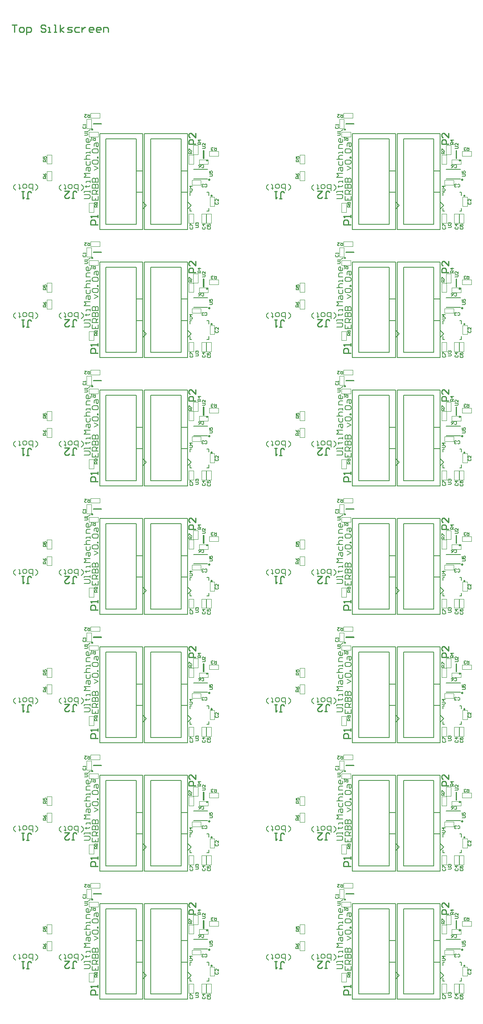
<source format=gto>
G04 Layer_Color=65535*
%FSLAX24Y24*%
%MOIN*%
G70*
G01*
G75*
%ADD12C,0.0100*%
%ADD26C,0.0080*%
%ADD31C,0.0090*%
%ADD35C,0.0039*%
%ADD36C,0.0098*%
%ADD37C,0.0200*%
%ADD38C,0.0079*%
%ADD39C,0.0050*%
%ADD40C,0.0020*%
%ADD41C,0.0060*%
G54D12*
X4327Y83925D02*
X4727D01*
X4527D01*
Y83325D01*
X5027D02*
X5226D01*
X5326Y83425D01*
Y83625D01*
X5226Y83725D01*
X5027D01*
X4927Y83625D01*
Y83425D01*
X5027Y83325D01*
X5526Y83125D02*
Y83725D01*
X5826D01*
X5926Y83625D01*
Y83425D01*
X5826Y83325D01*
X5526D01*
X7126Y83825D02*
X7026Y83925D01*
X6826D01*
X6726Y83825D01*
Y83725D01*
X6826Y83625D01*
X7026D01*
X7126Y83525D01*
Y83425D01*
X7026Y83325D01*
X6826D01*
X6726Y83425D01*
X7326Y83325D02*
X7526D01*
X7426D01*
Y83725D01*
X7326D01*
X7826Y83325D02*
X8026D01*
X7926D01*
Y83925D01*
X7826D01*
X8325Y83325D02*
Y83925D01*
Y83525D02*
X8625Y83725D01*
X8325Y83525D02*
X8625Y83325D01*
X8925D02*
X9225D01*
X9325Y83425D01*
X9225Y83525D01*
X9025D01*
X8925Y83625D01*
X9025Y83725D01*
X9325D01*
X9925D02*
X9625D01*
X9525Y83625D01*
Y83425D01*
X9625Y83325D01*
X9925D01*
X10125Y83725D02*
Y83325D01*
Y83525D01*
X10225Y83625D01*
X10325Y83725D01*
X10425D01*
X11025Y83325D02*
X10825D01*
X10725Y83425D01*
Y83625D01*
X10825Y83725D01*
X11025D01*
X11125Y83625D01*
Y83525D01*
X10725D01*
X11624Y83325D02*
X11424D01*
X11325Y83425D01*
Y83625D01*
X11424Y83725D01*
X11624D01*
X11724Y83625D01*
Y83525D01*
X11325D01*
X11924Y83325D02*
Y83725D01*
X12224D01*
X12324Y83625D01*
Y83325D01*
X30305Y5573D02*
X30505D01*
X30405D01*
Y6073D01*
X30505Y6173D01*
X30605D01*
X30705Y6073D01*
X29705Y6173D02*
X30105D01*
X29705Y5773D01*
Y5673D01*
X29805Y5573D01*
X30005D01*
X30105Y5673D01*
X32485Y3363D02*
X31885D01*
Y3663D01*
X31985Y3763D01*
X32185D01*
X32285Y3663D01*
Y3363D01*
X32485Y3963D02*
Y4163D01*
Y4063D01*
X31885D01*
X31985Y3963D01*
X26555Y5543D02*
X26755D01*
X26655D01*
Y6043D01*
X26755Y6143D01*
X26855D01*
X26955Y6043D01*
X26355Y6143D02*
X26155D01*
X26255D01*
Y5543D01*
X26355Y5643D01*
X30305Y16233D02*
X30505D01*
X30405D01*
Y16733D01*
X30505Y16833D01*
X30605D01*
X30705Y16733D01*
X29705Y16833D02*
X30105D01*
X29705Y16433D01*
Y16333D01*
X29805Y16233D01*
X30005D01*
X30105Y16333D01*
X32485Y14023D02*
X31885D01*
Y14323D01*
X31985Y14423D01*
X32185D01*
X32285Y14323D01*
Y14023D01*
X32485Y14623D02*
Y14823D01*
Y14723D01*
X31885D01*
X31985Y14623D01*
X26555Y16203D02*
X26755D01*
X26655D01*
Y16703D01*
X26755Y16803D01*
X26855D01*
X26955Y16703D01*
X26355Y16803D02*
X26155D01*
X26255D01*
Y16203D01*
X26355Y16303D01*
X30305Y26893D02*
X30505D01*
X30405D01*
Y27393D01*
X30505Y27493D01*
X30605D01*
X30705Y27393D01*
X29705Y27493D02*
X30105D01*
X29705Y27093D01*
Y26993D01*
X29805Y26893D01*
X30005D01*
X30105Y26993D01*
X32485Y24683D02*
X31885D01*
Y24983D01*
X31985Y25083D01*
X32185D01*
X32285Y24983D01*
Y24683D01*
X32485Y25283D02*
Y25483D01*
Y25383D01*
X31885D01*
X31985Y25283D01*
X26555Y26863D02*
X26755D01*
X26655D01*
Y27363D01*
X26755Y27463D01*
X26855D01*
X26955Y27363D01*
X26355Y27463D02*
X26155D01*
X26255D01*
Y26863D01*
X26355Y26963D01*
X30305Y37553D02*
X30505D01*
X30405D01*
Y38053D01*
X30505Y38153D01*
X30605D01*
X30705Y38053D01*
X29705Y38153D02*
X30105D01*
X29705Y37753D01*
Y37653D01*
X29805Y37553D01*
X30005D01*
X30105Y37653D01*
X32485Y35343D02*
X31885D01*
Y35643D01*
X31985Y35743D01*
X32185D01*
X32285Y35643D01*
Y35343D01*
X32485Y35943D02*
Y36143D01*
Y36043D01*
X31885D01*
X31985Y35943D01*
X26555Y37523D02*
X26755D01*
X26655D01*
Y38023D01*
X26755Y38123D01*
X26855D01*
X26955Y38023D01*
X26355Y38123D02*
X26155D01*
X26255D01*
Y37523D01*
X26355Y37623D01*
X30305Y48213D02*
X30505D01*
X30405D01*
Y48713D01*
X30505Y48813D01*
X30605D01*
X30705Y48713D01*
X29705Y48813D02*
X30105D01*
X29705Y48413D01*
Y48313D01*
X29805Y48213D01*
X30005D01*
X30105Y48313D01*
X32485Y46003D02*
X31885D01*
Y46303D01*
X31985Y46403D01*
X32185D01*
X32285Y46303D01*
Y46003D01*
X32485Y46603D02*
Y46803D01*
Y46703D01*
X31885D01*
X31985Y46603D01*
X26555Y48183D02*
X26755D01*
X26655D01*
Y48683D01*
X26755Y48783D01*
X26855D01*
X26955Y48683D01*
X26355Y48783D02*
X26155D01*
X26255D01*
Y48183D01*
X26355Y48283D01*
X30305Y58873D02*
X30505D01*
X30405D01*
Y59373D01*
X30505Y59473D01*
X30605D01*
X30705Y59373D01*
X29705Y59473D02*
X30105D01*
X29705Y59073D01*
Y58973D01*
X29805Y58873D01*
X30005D01*
X30105Y58973D01*
X32485Y56663D02*
X31885D01*
Y56963D01*
X31985Y57063D01*
X32185D01*
X32285Y56963D01*
Y56663D01*
X32485Y57263D02*
Y57463D01*
Y57363D01*
X31885D01*
X31985Y57263D01*
X26555Y58843D02*
X26755D01*
X26655D01*
Y59343D01*
X26755Y59443D01*
X26855D01*
X26955Y59343D01*
X26355Y59443D02*
X26155D01*
X26255D01*
Y58843D01*
X26355Y58943D01*
X30305Y69533D02*
X30505D01*
X30405D01*
Y70033D01*
X30505Y70133D01*
X30605D01*
X30705Y70033D01*
X29705Y70133D02*
X30105D01*
X29705Y69733D01*
Y69633D01*
X29805Y69533D01*
X30005D01*
X30105Y69633D01*
X32485Y67323D02*
X31885D01*
Y67623D01*
X31985Y67723D01*
X32185D01*
X32285Y67623D01*
Y67323D01*
X32485Y67923D02*
Y68123D01*
Y68023D01*
X31885D01*
X31985Y67923D01*
X26555Y69503D02*
X26755D01*
X26655D01*
Y70003D01*
X26755Y70103D01*
X26855D01*
X26955Y70003D01*
X26355Y70103D02*
X26155D01*
X26255D01*
Y69503D01*
X26355Y69603D01*
X9285Y5573D02*
X9485D01*
X9385D01*
Y6073D01*
X9485Y6173D01*
X9585D01*
X9685Y6073D01*
X8685Y6173D02*
X9085D01*
X8685Y5773D01*
Y5673D01*
X8785Y5573D01*
X8985D01*
X9085Y5673D01*
X11465Y3363D02*
X10865D01*
Y3663D01*
X10965Y3763D01*
X11165D01*
X11265Y3663D01*
Y3363D01*
X11465Y3963D02*
Y4163D01*
Y4063D01*
X10865D01*
X10965Y3963D01*
X5535Y5543D02*
X5735D01*
X5635D01*
Y6043D01*
X5735Y6143D01*
X5835D01*
X5935Y6043D01*
X5335Y6143D02*
X5135D01*
X5235D01*
Y5543D01*
X5335Y5643D01*
X9285Y16233D02*
X9485D01*
X9385D01*
Y16733D01*
X9485Y16833D01*
X9585D01*
X9685Y16733D01*
X8685Y16833D02*
X9085D01*
X8685Y16433D01*
Y16333D01*
X8785Y16233D01*
X8985D01*
X9085Y16333D01*
X11465Y14023D02*
X10865D01*
Y14323D01*
X10965Y14423D01*
X11165D01*
X11265Y14323D01*
Y14023D01*
X11465Y14623D02*
Y14823D01*
Y14723D01*
X10865D01*
X10965Y14623D01*
X5535Y16203D02*
X5735D01*
X5635D01*
Y16703D01*
X5735Y16803D01*
X5835D01*
X5935Y16703D01*
X5335Y16803D02*
X5135D01*
X5235D01*
Y16203D01*
X5335Y16303D01*
X9285Y26893D02*
X9485D01*
X9385D01*
Y27393D01*
X9485Y27493D01*
X9585D01*
X9685Y27393D01*
X8685Y27493D02*
X9085D01*
X8685Y27093D01*
Y26993D01*
X8785Y26893D01*
X8985D01*
X9085Y26993D01*
X11465Y24683D02*
X10865D01*
Y24983D01*
X10965Y25083D01*
X11165D01*
X11265Y24983D01*
Y24683D01*
X11465Y25283D02*
Y25483D01*
Y25383D01*
X10865D01*
X10965Y25283D01*
X5535Y26863D02*
X5735D01*
X5635D01*
Y27363D01*
X5735Y27463D01*
X5835D01*
X5935Y27363D01*
X5335Y27463D02*
X5135D01*
X5235D01*
Y26863D01*
X5335Y26963D01*
X9285Y37553D02*
X9485D01*
X9385D01*
Y38053D01*
X9485Y38153D01*
X9585D01*
X9685Y38053D01*
X8685Y38153D02*
X9085D01*
X8685Y37753D01*
Y37653D01*
X8785Y37553D01*
X8985D01*
X9085Y37653D01*
X11465Y35343D02*
X10865D01*
Y35643D01*
X10965Y35743D01*
X11165D01*
X11265Y35643D01*
Y35343D01*
X11465Y35943D02*
Y36143D01*
Y36043D01*
X10865D01*
X10965Y35943D01*
X5535Y37523D02*
X5735D01*
X5635D01*
Y38023D01*
X5735Y38123D01*
X5835D01*
X5935Y38023D01*
X5335Y38123D02*
X5135D01*
X5235D01*
Y37523D01*
X5335Y37623D01*
X9285Y48213D02*
X9485D01*
X9385D01*
Y48713D01*
X9485Y48813D01*
X9585D01*
X9685Y48713D01*
X8685Y48813D02*
X9085D01*
X8685Y48413D01*
Y48313D01*
X8785Y48213D01*
X8985D01*
X9085Y48313D01*
X11465Y46003D02*
X10865D01*
Y46303D01*
X10965Y46403D01*
X11165D01*
X11265Y46303D01*
Y46003D01*
X11465Y46603D02*
Y46803D01*
Y46703D01*
X10865D01*
X10965Y46603D01*
X5535Y48183D02*
X5735D01*
X5635D01*
Y48683D01*
X5735Y48783D01*
X5835D01*
X5935Y48683D01*
X5335Y48783D02*
X5135D01*
X5235D01*
Y48183D01*
X5335Y48283D01*
X9285Y58873D02*
X9485D01*
X9385D01*
Y59373D01*
X9485Y59473D01*
X9585D01*
X9685Y59373D01*
X8685Y59473D02*
X9085D01*
X8685Y59073D01*
Y58973D01*
X8785Y58873D01*
X8985D01*
X9085Y58973D01*
X11465Y56663D02*
X10865D01*
Y56963D01*
X10965Y57063D01*
X11165D01*
X11265Y56963D01*
Y56663D01*
X11465Y57263D02*
Y57463D01*
Y57363D01*
X10865D01*
X10965Y57263D01*
X5535Y58843D02*
X5735D01*
X5635D01*
Y59343D01*
X5735Y59443D01*
X5835D01*
X5935Y59343D01*
X5335Y59443D02*
X5135D01*
X5235D01*
Y58843D01*
X5335Y58943D01*
X9285Y69533D02*
X9485D01*
X9385D01*
Y70033D01*
X9485Y70133D01*
X9585D01*
X9685Y70033D01*
X8685Y70133D02*
X9085D01*
X8685Y69733D01*
Y69633D01*
X8785Y69533D01*
X8985D01*
X9085Y69633D01*
X11465Y67323D02*
X10865D01*
Y67623D01*
X10965Y67723D01*
X11165D01*
X11265Y67623D01*
Y67323D01*
X11465Y67923D02*
Y68123D01*
Y68023D01*
X10865D01*
X10965Y67923D01*
X5535Y69503D02*
X5735D01*
X5635D01*
Y70003D01*
X5735Y70103D01*
X5835D01*
X5935Y70003D01*
X5335Y70103D02*
X5135D01*
X5235D01*
Y69503D01*
X5335Y69603D01*
G54D26*
X39926Y4673D02*
X40225Y4972D01*
X39926Y5270D01*
X36206Y4673D02*
X36505Y4972D01*
X36206Y5270D01*
X27318Y6733D02*
X27485Y6566D01*
Y6400D01*
X27318Y6233D01*
X27068D02*
Y6733D01*
X26819D01*
X26735Y6650D01*
Y6566D01*
Y6483D01*
X26819Y6400D01*
X27068D01*
X26485Y6733D02*
X26319D01*
X26235Y6650D01*
Y6483D01*
X26319Y6400D01*
X26485D01*
X26569Y6483D01*
Y6650D01*
X26485Y6733D01*
X25985Y6316D02*
Y6400D01*
X26069D01*
X25902D01*
X25985D01*
Y6650D01*
X25902Y6733D01*
X25652D02*
X25486Y6566D01*
Y6400D01*
X25652Y6233D01*
X31098Y6723D02*
X31265Y6556D01*
Y6390D01*
X31098Y6223D01*
X30848D02*
Y6723D01*
X30599D01*
X30515Y6640D01*
Y6556D01*
Y6473D01*
X30599Y6390D01*
X30848D01*
X30265Y6723D02*
X30099D01*
X30015Y6640D01*
Y6473D01*
X30099Y6390D01*
X30265D01*
X30349Y6473D01*
Y6640D01*
X30265Y6723D01*
X29765Y6306D02*
Y6390D01*
X29849D01*
X29682D01*
X29765D01*
Y6640D01*
X29682Y6723D01*
X29432D02*
X29266Y6556D01*
Y6390D01*
X29432Y6223D01*
X32015Y5746D02*
Y5413D01*
X32515D01*
Y5746D01*
X32265Y5413D02*
Y5580D01*
X32515Y5913D02*
X32015D01*
Y6163D01*
X32098Y6246D01*
X32265D01*
X32348Y6163D01*
Y5913D01*
Y6079D02*
X32515Y6246D01*
X32015Y6413D02*
X32515D01*
Y6663D01*
X32432Y6746D01*
X32348D01*
X32265Y6663D01*
Y6413D01*
Y6663D01*
X32182Y6746D01*
X32098D01*
X32015Y6663D01*
Y6413D01*
Y6913D02*
X32515D01*
Y7162D01*
X32432Y7246D01*
X32348D01*
X32265Y7162D01*
Y6913D01*
Y7162D01*
X32182Y7246D01*
X32098D01*
X32015Y7162D01*
Y6913D01*
X32182Y7912D02*
X32515Y8079D01*
X32182Y8245D01*
X32098Y8412D02*
X32015Y8495D01*
Y8662D01*
X32098Y8745D01*
X32432D01*
X32515Y8662D01*
Y8495D01*
X32432Y8412D01*
X32098D01*
X32515Y8912D02*
X32432D01*
Y8995D01*
X32515D01*
Y8912D01*
X32098Y9328D02*
X32015Y9412D01*
Y9578D01*
X32098Y9662D01*
X32432D01*
X32515Y9578D01*
Y9412D01*
X32432Y9328D01*
X32098D01*
X32182Y9912D02*
Y10078D01*
X32265Y10161D01*
X32515D01*
Y9912D01*
X32432Y9828D01*
X32348Y9912D01*
Y10161D01*
X31335Y5553D02*
X31752D01*
X31835Y5636D01*
Y5803D01*
X31752Y5886D01*
X31335D01*
X31835Y6053D02*
Y6219D01*
Y6136D01*
X31335D01*
Y6053D01*
X31418Y6553D02*
X31502D01*
Y6469D01*
Y6636D01*
Y6553D01*
X31752D01*
X31835Y6636D01*
Y6886D02*
Y7053D01*
Y6969D01*
X31502D01*
Y6886D01*
X31835Y7302D02*
X31335D01*
X31502Y7469D01*
X31335Y7636D01*
X31835D01*
X31502Y7886D02*
Y8052D01*
X31585Y8135D01*
X31835D01*
Y7886D01*
X31752Y7802D01*
X31668Y7886D01*
Y8135D01*
X31502Y8635D02*
Y8385D01*
X31585Y8302D01*
X31752D01*
X31835Y8385D01*
Y8635D01*
X31335Y8802D02*
X31835D01*
X31585D01*
X31502Y8885D01*
Y9052D01*
X31585Y9135D01*
X31835D01*
Y9302D02*
Y9468D01*
Y9385D01*
X31502D01*
Y9302D01*
X31835Y9718D02*
X31502D01*
Y9968D01*
X31585Y10052D01*
X31835D01*
Y10468D02*
Y10301D01*
X31752Y10218D01*
X31585D01*
X31502Y10301D01*
Y10468D01*
X31585Y10551D01*
X31668D01*
Y10218D01*
X39926Y15333D02*
X40225Y15632D01*
X39926Y15930D01*
X36206Y15333D02*
X36505Y15632D01*
X36206Y15930D01*
X27318Y17393D02*
X27485Y17226D01*
Y17060D01*
X27318Y16893D01*
X27068D02*
Y17393D01*
X26819D01*
X26735Y17310D01*
Y17226D01*
Y17143D01*
X26819Y17060D01*
X27068D01*
X26485Y17393D02*
X26319D01*
X26235Y17310D01*
Y17143D01*
X26319Y17060D01*
X26485D01*
X26569Y17143D01*
Y17310D01*
X26485Y17393D01*
X25985Y16976D02*
Y17060D01*
X26069D01*
X25902D01*
X25985D01*
Y17310D01*
X25902Y17393D01*
X25652D02*
X25486Y17226D01*
Y17060D01*
X25652Y16893D01*
X31098Y17383D02*
X31265Y17216D01*
Y17050D01*
X31098Y16883D01*
X30848D02*
Y17383D01*
X30599D01*
X30515Y17300D01*
Y17216D01*
Y17133D01*
X30599Y17050D01*
X30848D01*
X30265Y17383D02*
X30099D01*
X30015Y17300D01*
Y17133D01*
X30099Y17050D01*
X30265D01*
X30349Y17133D01*
Y17300D01*
X30265Y17383D01*
X29765Y16966D02*
Y17050D01*
X29849D01*
X29682D01*
X29765D01*
Y17300D01*
X29682Y17383D01*
X29432D02*
X29266Y17216D01*
Y17050D01*
X29432Y16883D01*
X32015Y16406D02*
Y16073D01*
X32515D01*
Y16406D01*
X32265Y16073D02*
Y16240D01*
X32515Y16573D02*
X32015D01*
Y16823D01*
X32098Y16906D01*
X32265D01*
X32348Y16823D01*
Y16573D01*
Y16739D02*
X32515Y16906D01*
X32015Y17073D02*
X32515D01*
Y17323D01*
X32432Y17406D01*
X32348D01*
X32265Y17323D01*
Y17073D01*
Y17323D01*
X32182Y17406D01*
X32098D01*
X32015Y17323D01*
Y17073D01*
Y17573D02*
X32515D01*
Y17822D01*
X32432Y17906D01*
X32348D01*
X32265Y17822D01*
Y17573D01*
Y17822D01*
X32182Y17906D01*
X32098D01*
X32015Y17822D01*
Y17573D01*
X32182Y18572D02*
X32515Y18739D01*
X32182Y18905D01*
X32098Y19072D02*
X32015Y19155D01*
Y19322D01*
X32098Y19405D01*
X32432D01*
X32515Y19322D01*
Y19155D01*
X32432Y19072D01*
X32098D01*
X32515Y19572D02*
X32432D01*
Y19655D01*
X32515D01*
Y19572D01*
X32098Y19988D02*
X32015Y20072D01*
Y20238D01*
X32098Y20322D01*
X32432D01*
X32515Y20238D01*
Y20072D01*
X32432Y19988D01*
X32098D01*
X32182Y20572D02*
Y20738D01*
X32265Y20821D01*
X32515D01*
Y20572D01*
X32432Y20488D01*
X32348Y20572D01*
Y20821D01*
X31335Y16213D02*
X31752D01*
X31835Y16296D01*
Y16463D01*
X31752Y16546D01*
X31335D01*
X31835Y16713D02*
Y16879D01*
Y16796D01*
X31335D01*
Y16713D01*
X31418Y17213D02*
X31502D01*
Y17129D01*
Y17296D01*
Y17213D01*
X31752D01*
X31835Y17296D01*
Y17546D02*
Y17713D01*
Y17629D01*
X31502D01*
Y17546D01*
X31835Y17962D02*
X31335D01*
X31502Y18129D01*
X31335Y18296D01*
X31835D01*
X31502Y18546D02*
Y18712D01*
X31585Y18795D01*
X31835D01*
Y18546D01*
X31752Y18462D01*
X31668Y18546D01*
Y18795D01*
X31502Y19295D02*
Y19045D01*
X31585Y18962D01*
X31752D01*
X31835Y19045D01*
Y19295D01*
X31335Y19462D02*
X31835D01*
X31585D01*
X31502Y19545D01*
Y19712D01*
X31585Y19795D01*
X31835D01*
Y19962D02*
Y20128D01*
Y20045D01*
X31502D01*
Y19962D01*
X31835Y20378D02*
X31502D01*
Y20628D01*
X31585Y20712D01*
X31835D01*
Y21128D02*
Y20961D01*
X31752Y20878D01*
X31585D01*
X31502Y20961D01*
Y21128D01*
X31585Y21211D01*
X31668D01*
Y20878D01*
X39926Y25993D02*
X40225Y26292D01*
X39926Y26590D01*
X36206Y25993D02*
X36505Y26292D01*
X36206Y26590D01*
X27318Y28053D02*
X27485Y27886D01*
Y27720D01*
X27318Y27553D01*
X27068D02*
Y28053D01*
X26819D01*
X26735Y27970D01*
Y27886D01*
Y27803D01*
X26819Y27720D01*
X27068D01*
X26485Y28053D02*
X26319D01*
X26235Y27970D01*
Y27803D01*
X26319Y27720D01*
X26485D01*
X26569Y27803D01*
Y27970D01*
X26485Y28053D01*
X25985Y27636D02*
Y27720D01*
X26069D01*
X25902D01*
X25985D01*
Y27970D01*
X25902Y28053D01*
X25652D02*
X25486Y27886D01*
Y27720D01*
X25652Y27553D01*
X31098Y28043D02*
X31265Y27876D01*
Y27710D01*
X31098Y27543D01*
X30848D02*
Y28043D01*
X30599D01*
X30515Y27960D01*
Y27876D01*
Y27793D01*
X30599Y27710D01*
X30848D01*
X30265Y28043D02*
X30099D01*
X30015Y27960D01*
Y27793D01*
X30099Y27710D01*
X30265D01*
X30349Y27793D01*
Y27960D01*
X30265Y28043D01*
X29765Y27626D02*
Y27710D01*
X29849D01*
X29682D01*
X29765D01*
Y27960D01*
X29682Y28043D01*
X29432D02*
X29266Y27876D01*
Y27710D01*
X29432Y27543D01*
X32015Y27066D02*
Y26733D01*
X32515D01*
Y27066D01*
X32265Y26733D02*
Y26900D01*
X32515Y27233D02*
X32015D01*
Y27483D01*
X32098Y27566D01*
X32265D01*
X32348Y27483D01*
Y27233D01*
Y27399D02*
X32515Y27566D01*
X32015Y27733D02*
X32515D01*
Y27983D01*
X32432Y28066D01*
X32348D01*
X32265Y27983D01*
Y27733D01*
Y27983D01*
X32182Y28066D01*
X32098D01*
X32015Y27983D01*
Y27733D01*
Y28233D02*
X32515D01*
Y28482D01*
X32432Y28566D01*
X32348D01*
X32265Y28482D01*
Y28233D01*
Y28482D01*
X32182Y28566D01*
X32098D01*
X32015Y28482D01*
Y28233D01*
X32182Y29232D02*
X32515Y29399D01*
X32182Y29565D01*
X32098Y29732D02*
X32015Y29815D01*
Y29982D01*
X32098Y30065D01*
X32432D01*
X32515Y29982D01*
Y29815D01*
X32432Y29732D01*
X32098D01*
X32515Y30232D02*
X32432D01*
Y30315D01*
X32515D01*
Y30232D01*
X32098Y30648D02*
X32015Y30732D01*
Y30898D01*
X32098Y30982D01*
X32432D01*
X32515Y30898D01*
Y30732D01*
X32432Y30648D01*
X32098D01*
X32182Y31232D02*
Y31398D01*
X32265Y31481D01*
X32515D01*
Y31232D01*
X32432Y31148D01*
X32348Y31232D01*
Y31481D01*
X31335Y26873D02*
X31752D01*
X31835Y26956D01*
Y27123D01*
X31752Y27206D01*
X31335D01*
X31835Y27373D02*
Y27539D01*
Y27456D01*
X31335D01*
Y27373D01*
X31418Y27873D02*
X31502D01*
Y27789D01*
Y27956D01*
Y27873D01*
X31752D01*
X31835Y27956D01*
Y28206D02*
Y28373D01*
Y28289D01*
X31502D01*
Y28206D01*
X31835Y28622D02*
X31335D01*
X31502Y28789D01*
X31335Y28956D01*
X31835D01*
X31502Y29206D02*
Y29372D01*
X31585Y29455D01*
X31835D01*
Y29206D01*
X31752Y29122D01*
X31668Y29206D01*
Y29455D01*
X31502Y29955D02*
Y29705D01*
X31585Y29622D01*
X31752D01*
X31835Y29705D01*
Y29955D01*
X31335Y30122D02*
X31835D01*
X31585D01*
X31502Y30205D01*
Y30372D01*
X31585Y30455D01*
X31835D01*
Y30622D02*
Y30788D01*
Y30705D01*
X31502D01*
Y30622D01*
X31835Y31038D02*
X31502D01*
Y31288D01*
X31585Y31372D01*
X31835D01*
Y31788D02*
Y31621D01*
X31752Y31538D01*
X31585D01*
X31502Y31621D01*
Y31788D01*
X31585Y31871D01*
X31668D01*
Y31538D01*
X39926Y36653D02*
X40225Y36952D01*
X39926Y37250D01*
X36206Y36653D02*
X36505Y36952D01*
X36206Y37250D01*
X27318Y38713D02*
X27485Y38546D01*
Y38380D01*
X27318Y38213D01*
X27068D02*
Y38713D01*
X26819D01*
X26735Y38630D01*
Y38546D01*
Y38463D01*
X26819Y38380D01*
X27068D01*
X26485Y38713D02*
X26319D01*
X26235Y38630D01*
Y38463D01*
X26319Y38380D01*
X26485D01*
X26569Y38463D01*
Y38630D01*
X26485Y38713D01*
X25985Y38296D02*
Y38380D01*
X26069D01*
X25902D01*
X25985D01*
Y38630D01*
X25902Y38713D01*
X25652D02*
X25486Y38546D01*
Y38380D01*
X25652Y38213D01*
X31098Y38703D02*
X31265Y38536D01*
Y38370D01*
X31098Y38203D01*
X30848D02*
Y38703D01*
X30599D01*
X30515Y38620D01*
Y38536D01*
Y38453D01*
X30599Y38370D01*
X30848D01*
X30265Y38703D02*
X30099D01*
X30015Y38620D01*
Y38453D01*
X30099Y38370D01*
X30265D01*
X30349Y38453D01*
Y38620D01*
X30265Y38703D01*
X29765Y38286D02*
Y38370D01*
X29849D01*
X29682D01*
X29765D01*
Y38620D01*
X29682Y38703D01*
X29432D02*
X29266Y38536D01*
Y38370D01*
X29432Y38203D01*
X32015Y37726D02*
Y37393D01*
X32515D01*
Y37726D01*
X32265Y37393D02*
Y37560D01*
X32515Y37893D02*
X32015D01*
Y38143D01*
X32098Y38226D01*
X32265D01*
X32348Y38143D01*
Y37893D01*
Y38059D02*
X32515Y38226D01*
X32015Y38393D02*
X32515D01*
Y38643D01*
X32432Y38726D01*
X32348D01*
X32265Y38643D01*
Y38393D01*
Y38643D01*
X32182Y38726D01*
X32098D01*
X32015Y38643D01*
Y38393D01*
Y38893D02*
X32515D01*
Y39142D01*
X32432Y39226D01*
X32348D01*
X32265Y39142D01*
Y38893D01*
Y39142D01*
X32182Y39226D01*
X32098D01*
X32015Y39142D01*
Y38893D01*
X32182Y39892D02*
X32515Y40059D01*
X32182Y40225D01*
X32098Y40392D02*
X32015Y40475D01*
Y40642D01*
X32098Y40725D01*
X32432D01*
X32515Y40642D01*
Y40475D01*
X32432Y40392D01*
X32098D01*
X32515Y40892D02*
X32432D01*
Y40975D01*
X32515D01*
Y40892D01*
X32098Y41308D02*
X32015Y41392D01*
Y41558D01*
X32098Y41642D01*
X32432D01*
X32515Y41558D01*
Y41392D01*
X32432Y41308D01*
X32098D01*
X32182Y41892D02*
Y42058D01*
X32265Y42141D01*
X32515D01*
Y41892D01*
X32432Y41808D01*
X32348Y41892D01*
Y42141D01*
X31335Y37533D02*
X31752D01*
X31835Y37616D01*
Y37783D01*
X31752Y37866D01*
X31335D01*
X31835Y38033D02*
Y38199D01*
Y38116D01*
X31335D01*
Y38033D01*
X31418Y38533D02*
X31502D01*
Y38449D01*
Y38616D01*
Y38533D01*
X31752D01*
X31835Y38616D01*
Y38866D02*
Y39033D01*
Y38949D01*
X31502D01*
Y38866D01*
X31835Y39282D02*
X31335D01*
X31502Y39449D01*
X31335Y39616D01*
X31835D01*
X31502Y39866D02*
Y40032D01*
X31585Y40115D01*
X31835D01*
Y39866D01*
X31752Y39782D01*
X31668Y39866D01*
Y40115D01*
X31502Y40615D02*
Y40365D01*
X31585Y40282D01*
X31752D01*
X31835Y40365D01*
Y40615D01*
X31335Y40782D02*
X31835D01*
X31585D01*
X31502Y40865D01*
Y41032D01*
X31585Y41115D01*
X31835D01*
Y41282D02*
Y41448D01*
Y41365D01*
X31502D01*
Y41282D01*
X31835Y41698D02*
X31502D01*
Y41948D01*
X31585Y42032D01*
X31835D01*
Y42448D02*
Y42281D01*
X31752Y42198D01*
X31585D01*
X31502Y42281D01*
Y42448D01*
X31585Y42531D01*
X31668D01*
Y42198D01*
X39926Y47313D02*
X40225Y47612D01*
X39926Y47910D01*
X36206Y47313D02*
X36505Y47612D01*
X36206Y47910D01*
X27318Y49373D02*
X27485Y49206D01*
Y49040D01*
X27318Y48873D01*
X27068D02*
Y49373D01*
X26819D01*
X26735Y49290D01*
Y49206D01*
Y49123D01*
X26819Y49040D01*
X27068D01*
X26485Y49373D02*
X26319D01*
X26235Y49290D01*
Y49123D01*
X26319Y49040D01*
X26485D01*
X26569Y49123D01*
Y49290D01*
X26485Y49373D01*
X25985Y48956D02*
Y49040D01*
X26069D01*
X25902D01*
X25985D01*
Y49290D01*
X25902Y49373D01*
X25652D02*
X25486Y49206D01*
Y49040D01*
X25652Y48873D01*
X31098Y49363D02*
X31265Y49196D01*
Y49030D01*
X31098Y48863D01*
X30848D02*
Y49363D01*
X30599D01*
X30515Y49280D01*
Y49196D01*
Y49113D01*
X30599Y49030D01*
X30848D01*
X30265Y49363D02*
X30099D01*
X30015Y49280D01*
Y49113D01*
X30099Y49030D01*
X30265D01*
X30349Y49113D01*
Y49280D01*
X30265Y49363D01*
X29765Y48946D02*
Y49030D01*
X29849D01*
X29682D01*
X29765D01*
Y49280D01*
X29682Y49363D01*
X29432D02*
X29266Y49196D01*
Y49030D01*
X29432Y48863D01*
X32015Y48386D02*
Y48053D01*
X32515D01*
Y48386D01*
X32265Y48053D02*
Y48220D01*
X32515Y48553D02*
X32015D01*
Y48803D01*
X32098Y48886D01*
X32265D01*
X32348Y48803D01*
Y48553D01*
Y48719D02*
X32515Y48886D01*
X32015Y49053D02*
X32515D01*
Y49303D01*
X32432Y49386D01*
X32348D01*
X32265Y49303D01*
Y49053D01*
Y49303D01*
X32182Y49386D01*
X32098D01*
X32015Y49303D01*
Y49053D01*
Y49553D02*
X32515D01*
Y49802D01*
X32432Y49886D01*
X32348D01*
X32265Y49802D01*
Y49553D01*
Y49802D01*
X32182Y49886D01*
X32098D01*
X32015Y49802D01*
Y49553D01*
X32182Y50552D02*
X32515Y50719D01*
X32182Y50885D01*
X32098Y51052D02*
X32015Y51135D01*
Y51302D01*
X32098Y51385D01*
X32432D01*
X32515Y51302D01*
Y51135D01*
X32432Y51052D01*
X32098D01*
X32515Y51552D02*
X32432D01*
Y51635D01*
X32515D01*
Y51552D01*
X32098Y51968D02*
X32015Y52052D01*
Y52218D01*
X32098Y52302D01*
X32432D01*
X32515Y52218D01*
Y52052D01*
X32432Y51968D01*
X32098D01*
X32182Y52552D02*
Y52718D01*
X32265Y52801D01*
X32515D01*
Y52552D01*
X32432Y52468D01*
X32348Y52552D01*
Y52801D01*
X31335Y48193D02*
X31752D01*
X31835Y48276D01*
Y48443D01*
X31752Y48526D01*
X31335D01*
X31835Y48693D02*
Y48859D01*
Y48776D01*
X31335D01*
Y48693D01*
X31418Y49193D02*
X31502D01*
Y49109D01*
Y49276D01*
Y49193D01*
X31752D01*
X31835Y49276D01*
Y49526D02*
Y49693D01*
Y49609D01*
X31502D01*
Y49526D01*
X31835Y49942D02*
X31335D01*
X31502Y50109D01*
X31335Y50276D01*
X31835D01*
X31502Y50526D02*
Y50692D01*
X31585Y50775D01*
X31835D01*
Y50526D01*
X31752Y50442D01*
X31668Y50526D01*
Y50775D01*
X31502Y51275D02*
Y51025D01*
X31585Y50942D01*
X31752D01*
X31835Y51025D01*
Y51275D01*
X31335Y51442D02*
X31835D01*
X31585D01*
X31502Y51525D01*
Y51692D01*
X31585Y51775D01*
X31835D01*
Y51942D02*
Y52108D01*
Y52025D01*
X31502D01*
Y51942D01*
X31835Y52358D02*
X31502D01*
Y52608D01*
X31585Y52692D01*
X31835D01*
Y53108D02*
Y52941D01*
X31752Y52858D01*
X31585D01*
X31502Y52941D01*
Y53108D01*
X31585Y53191D01*
X31668D01*
Y52858D01*
X39926Y57973D02*
X40225Y58272D01*
X39926Y58570D01*
X36206Y57973D02*
X36505Y58272D01*
X36206Y58570D01*
X27318Y60033D02*
X27485Y59866D01*
Y59700D01*
X27318Y59533D01*
X27068D02*
Y60033D01*
X26819D01*
X26735Y59950D01*
Y59866D01*
Y59783D01*
X26819Y59700D01*
X27068D01*
X26485Y60033D02*
X26319D01*
X26235Y59950D01*
Y59783D01*
X26319Y59700D01*
X26485D01*
X26569Y59783D01*
Y59950D01*
X26485Y60033D01*
X25985Y59616D02*
Y59700D01*
X26069D01*
X25902D01*
X25985D01*
Y59950D01*
X25902Y60033D01*
X25652D02*
X25486Y59866D01*
Y59700D01*
X25652Y59533D01*
X31098Y60023D02*
X31265Y59856D01*
Y59690D01*
X31098Y59523D01*
X30848D02*
Y60023D01*
X30599D01*
X30515Y59940D01*
Y59856D01*
Y59773D01*
X30599Y59690D01*
X30848D01*
X30265Y60023D02*
X30099D01*
X30015Y59940D01*
Y59773D01*
X30099Y59690D01*
X30265D01*
X30349Y59773D01*
Y59940D01*
X30265Y60023D01*
X29765Y59606D02*
Y59690D01*
X29849D01*
X29682D01*
X29765D01*
Y59940D01*
X29682Y60023D01*
X29432D02*
X29266Y59856D01*
Y59690D01*
X29432Y59523D01*
X32015Y59046D02*
Y58713D01*
X32515D01*
Y59046D01*
X32265Y58713D02*
Y58880D01*
X32515Y59213D02*
X32015D01*
Y59463D01*
X32098Y59546D01*
X32265D01*
X32348Y59463D01*
Y59213D01*
Y59379D02*
X32515Y59546D01*
X32015Y59713D02*
X32515D01*
Y59963D01*
X32432Y60046D01*
X32348D01*
X32265Y59963D01*
Y59713D01*
Y59963D01*
X32182Y60046D01*
X32098D01*
X32015Y59963D01*
Y59713D01*
Y60213D02*
X32515D01*
Y60462D01*
X32432Y60546D01*
X32348D01*
X32265Y60462D01*
Y60213D01*
Y60462D01*
X32182Y60546D01*
X32098D01*
X32015Y60462D01*
Y60213D01*
X32182Y61212D02*
X32515Y61379D01*
X32182Y61545D01*
X32098Y61712D02*
X32015Y61795D01*
Y61962D01*
X32098Y62045D01*
X32432D01*
X32515Y61962D01*
Y61795D01*
X32432Y61712D01*
X32098D01*
X32515Y62212D02*
X32432D01*
Y62295D01*
X32515D01*
Y62212D01*
X32098Y62628D02*
X32015Y62712D01*
Y62878D01*
X32098Y62962D01*
X32432D01*
X32515Y62878D01*
Y62712D01*
X32432Y62628D01*
X32098D01*
X32182Y63212D02*
Y63378D01*
X32265Y63461D01*
X32515D01*
Y63212D01*
X32432Y63128D01*
X32348Y63212D01*
Y63461D01*
X31335Y58853D02*
X31752D01*
X31835Y58936D01*
Y59103D01*
X31752Y59186D01*
X31335D01*
X31835Y59353D02*
Y59519D01*
Y59436D01*
X31335D01*
Y59353D01*
X31418Y59853D02*
X31502D01*
Y59769D01*
Y59936D01*
Y59853D01*
X31752D01*
X31835Y59936D01*
Y60186D02*
Y60353D01*
Y60269D01*
X31502D01*
Y60186D01*
X31835Y60602D02*
X31335D01*
X31502Y60769D01*
X31335Y60936D01*
X31835D01*
X31502Y61186D02*
Y61352D01*
X31585Y61435D01*
X31835D01*
Y61186D01*
X31752Y61102D01*
X31668Y61186D01*
Y61435D01*
X31502Y61935D02*
Y61685D01*
X31585Y61602D01*
X31752D01*
X31835Y61685D01*
Y61935D01*
X31335Y62102D02*
X31835D01*
X31585D01*
X31502Y62185D01*
Y62352D01*
X31585Y62435D01*
X31835D01*
Y62602D02*
Y62768D01*
Y62685D01*
X31502D01*
Y62602D01*
X31835Y63018D02*
X31502D01*
Y63268D01*
X31585Y63352D01*
X31835D01*
Y63768D02*
Y63601D01*
X31752Y63518D01*
X31585D01*
X31502Y63601D01*
Y63768D01*
X31585Y63851D01*
X31668D01*
Y63518D01*
X39926Y68633D02*
X40225Y68932D01*
X39926Y69230D01*
X36206Y68633D02*
X36505Y68932D01*
X36206Y69230D01*
X27318Y70693D02*
X27485Y70526D01*
Y70360D01*
X27318Y70193D01*
X27068D02*
Y70693D01*
X26819D01*
X26735Y70610D01*
Y70526D01*
Y70443D01*
X26819Y70360D01*
X27068D01*
X26485Y70693D02*
X26319D01*
X26235Y70610D01*
Y70443D01*
X26319Y70360D01*
X26485D01*
X26569Y70443D01*
Y70610D01*
X26485Y70693D01*
X25985Y70276D02*
Y70360D01*
X26069D01*
X25902D01*
X25985D01*
Y70610D01*
X25902Y70693D01*
X25652D02*
X25486Y70526D01*
Y70360D01*
X25652Y70193D01*
X31098Y70683D02*
X31265Y70516D01*
Y70350D01*
X31098Y70183D01*
X30848D02*
Y70683D01*
X30599D01*
X30515Y70600D01*
Y70516D01*
Y70433D01*
X30599Y70350D01*
X30848D01*
X30265Y70683D02*
X30099D01*
X30015Y70600D01*
Y70433D01*
X30099Y70350D01*
X30265D01*
X30349Y70433D01*
Y70600D01*
X30265Y70683D01*
X29765Y70266D02*
Y70350D01*
X29849D01*
X29682D01*
X29765D01*
Y70600D01*
X29682Y70683D01*
X29432D02*
X29266Y70516D01*
Y70350D01*
X29432Y70183D01*
X32015Y69706D02*
Y69373D01*
X32515D01*
Y69706D01*
X32265Y69373D02*
Y69540D01*
X32515Y69873D02*
X32015D01*
Y70123D01*
X32098Y70206D01*
X32265D01*
X32348Y70123D01*
Y69873D01*
Y70039D02*
X32515Y70206D01*
X32015Y70373D02*
X32515D01*
Y70623D01*
X32432Y70706D01*
X32348D01*
X32265Y70623D01*
Y70373D01*
Y70623D01*
X32182Y70706D01*
X32098D01*
X32015Y70623D01*
Y70373D01*
Y70873D02*
X32515D01*
Y71122D01*
X32432Y71206D01*
X32348D01*
X32265Y71122D01*
Y70873D01*
Y71122D01*
X32182Y71206D01*
X32098D01*
X32015Y71122D01*
Y70873D01*
X32182Y71872D02*
X32515Y72039D01*
X32182Y72205D01*
X32098Y72372D02*
X32015Y72455D01*
Y72622D01*
X32098Y72705D01*
X32432D01*
X32515Y72622D01*
Y72455D01*
X32432Y72372D01*
X32098D01*
X32515Y72872D02*
X32432D01*
Y72955D01*
X32515D01*
Y72872D01*
X32098Y73288D02*
X32015Y73372D01*
Y73538D01*
X32098Y73622D01*
X32432D01*
X32515Y73538D01*
Y73372D01*
X32432Y73288D01*
X32098D01*
X32182Y73872D02*
Y74038D01*
X32265Y74121D01*
X32515D01*
Y73872D01*
X32432Y73788D01*
X32348Y73872D01*
Y74121D01*
X31335Y69513D02*
X31752D01*
X31835Y69596D01*
Y69763D01*
X31752Y69846D01*
X31335D01*
X31835Y70013D02*
Y70179D01*
Y70096D01*
X31335D01*
Y70013D01*
X31418Y70513D02*
X31502D01*
Y70429D01*
Y70596D01*
Y70513D01*
X31752D01*
X31835Y70596D01*
Y70846D02*
Y71013D01*
Y70929D01*
X31502D01*
Y70846D01*
X31835Y71262D02*
X31335D01*
X31502Y71429D01*
X31335Y71596D01*
X31835D01*
X31502Y71846D02*
Y72012D01*
X31585Y72095D01*
X31835D01*
Y71846D01*
X31752Y71762D01*
X31668Y71846D01*
Y72095D01*
X31502Y72595D02*
Y72345D01*
X31585Y72262D01*
X31752D01*
X31835Y72345D01*
Y72595D01*
X31335Y72762D02*
X31835D01*
X31585D01*
X31502Y72845D01*
Y73012D01*
X31585Y73095D01*
X31835D01*
Y73262D02*
Y73428D01*
Y73345D01*
X31502D01*
Y73262D01*
X31835Y73678D02*
X31502D01*
Y73928D01*
X31585Y74012D01*
X31835D01*
Y74428D02*
Y74261D01*
X31752Y74178D01*
X31585D01*
X31502Y74261D01*
Y74428D01*
X31585Y74511D01*
X31668D01*
Y74178D01*
X18906Y4673D02*
X19205Y4972D01*
X18906Y5270D01*
X15186Y4673D02*
X15485Y4972D01*
X15186Y5270D01*
X6298Y6733D02*
X6465Y6566D01*
Y6400D01*
X6298Y6233D01*
X6048D02*
Y6733D01*
X5799D01*
X5715Y6650D01*
Y6566D01*
Y6483D01*
X5799Y6400D01*
X6048D01*
X5465Y6733D02*
X5299D01*
X5215Y6650D01*
Y6483D01*
X5299Y6400D01*
X5465D01*
X5549Y6483D01*
Y6650D01*
X5465Y6733D01*
X4965Y6316D02*
Y6400D01*
X5049D01*
X4882D01*
X4965D01*
Y6650D01*
X4882Y6733D01*
X4632D02*
X4466Y6566D01*
Y6400D01*
X4632Y6233D01*
X10078Y6723D02*
X10245Y6556D01*
Y6390D01*
X10078Y6223D01*
X9828D02*
Y6723D01*
X9579D01*
X9495Y6640D01*
Y6556D01*
Y6473D01*
X9579Y6390D01*
X9828D01*
X9245Y6723D02*
X9079D01*
X8995Y6640D01*
Y6473D01*
X9079Y6390D01*
X9245D01*
X9329Y6473D01*
Y6640D01*
X9245Y6723D01*
X8745Y6306D02*
Y6390D01*
X8829D01*
X8662D01*
X8745D01*
Y6640D01*
X8662Y6723D01*
X8412D02*
X8246Y6556D01*
Y6390D01*
X8412Y6223D01*
X10995Y5746D02*
Y5413D01*
X11495D01*
Y5746D01*
X11245Y5413D02*
Y5580D01*
X11495Y5913D02*
X10995D01*
Y6163D01*
X11078Y6246D01*
X11245D01*
X11328Y6163D01*
Y5913D01*
Y6079D02*
X11495Y6246D01*
X10995Y6413D02*
X11495D01*
Y6663D01*
X11412Y6746D01*
X11328D01*
X11245Y6663D01*
Y6413D01*
Y6663D01*
X11162Y6746D01*
X11078D01*
X10995Y6663D01*
Y6413D01*
Y6913D02*
X11495D01*
Y7162D01*
X11412Y7246D01*
X11328D01*
X11245Y7162D01*
Y6913D01*
Y7162D01*
X11162Y7246D01*
X11078D01*
X10995Y7162D01*
Y6913D01*
X11162Y7912D02*
X11495Y8079D01*
X11162Y8245D01*
X11078Y8412D02*
X10995Y8495D01*
Y8662D01*
X11078Y8745D01*
X11412D01*
X11495Y8662D01*
Y8495D01*
X11412Y8412D01*
X11078D01*
X11495Y8912D02*
X11412D01*
Y8995D01*
X11495D01*
Y8912D01*
X11078Y9328D02*
X10995Y9412D01*
Y9578D01*
X11078Y9662D01*
X11412D01*
X11495Y9578D01*
Y9412D01*
X11412Y9328D01*
X11078D01*
X11162Y9912D02*
Y10078D01*
X11245Y10161D01*
X11495D01*
Y9912D01*
X11412Y9828D01*
X11328Y9912D01*
Y10161D01*
X10315Y5553D02*
X10732D01*
X10815Y5636D01*
Y5803D01*
X10732Y5886D01*
X10315D01*
X10815Y6053D02*
Y6219D01*
Y6136D01*
X10315D01*
Y6053D01*
X10398Y6553D02*
X10482D01*
Y6469D01*
Y6636D01*
Y6553D01*
X10732D01*
X10815Y6636D01*
Y6886D02*
Y7053D01*
Y6969D01*
X10482D01*
Y6886D01*
X10815Y7302D02*
X10315D01*
X10482Y7469D01*
X10315Y7636D01*
X10815D01*
X10482Y7886D02*
Y8052D01*
X10565Y8135D01*
X10815D01*
Y7886D01*
X10732Y7802D01*
X10648Y7886D01*
Y8135D01*
X10482Y8635D02*
Y8385D01*
X10565Y8302D01*
X10732D01*
X10815Y8385D01*
Y8635D01*
X10315Y8802D02*
X10815D01*
X10565D01*
X10482Y8885D01*
Y9052D01*
X10565Y9135D01*
X10815D01*
Y9302D02*
Y9468D01*
Y9385D01*
X10482D01*
Y9302D01*
X10815Y9718D02*
X10482D01*
Y9968D01*
X10565Y10052D01*
X10815D01*
Y10468D02*
Y10301D01*
X10732Y10218D01*
X10565D01*
X10482Y10301D01*
Y10468D01*
X10565Y10551D01*
X10648D01*
Y10218D01*
X18906Y15333D02*
X19205Y15632D01*
X18906Y15930D01*
X15186Y15333D02*
X15485Y15632D01*
X15186Y15930D01*
X6298Y17393D02*
X6465Y17226D01*
Y17060D01*
X6298Y16893D01*
X6048D02*
Y17393D01*
X5799D01*
X5715Y17310D01*
Y17226D01*
Y17143D01*
X5799Y17060D01*
X6048D01*
X5465Y17393D02*
X5299D01*
X5215Y17310D01*
Y17143D01*
X5299Y17060D01*
X5465D01*
X5549Y17143D01*
Y17310D01*
X5465Y17393D01*
X4965Y16976D02*
Y17060D01*
X5049D01*
X4882D01*
X4965D01*
Y17310D01*
X4882Y17393D01*
X4632D02*
X4466Y17226D01*
Y17060D01*
X4632Y16893D01*
X10078Y17383D02*
X10245Y17216D01*
Y17050D01*
X10078Y16883D01*
X9828D02*
Y17383D01*
X9579D01*
X9495Y17300D01*
Y17216D01*
Y17133D01*
X9579Y17050D01*
X9828D01*
X9245Y17383D02*
X9079D01*
X8995Y17300D01*
Y17133D01*
X9079Y17050D01*
X9245D01*
X9329Y17133D01*
Y17300D01*
X9245Y17383D01*
X8745Y16966D02*
Y17050D01*
X8829D01*
X8662D01*
X8745D01*
Y17300D01*
X8662Y17383D01*
X8412D02*
X8246Y17216D01*
Y17050D01*
X8412Y16883D01*
X10995Y16406D02*
Y16073D01*
X11495D01*
Y16406D01*
X11245Y16073D02*
Y16240D01*
X11495Y16573D02*
X10995D01*
Y16823D01*
X11078Y16906D01*
X11245D01*
X11328Y16823D01*
Y16573D01*
Y16739D02*
X11495Y16906D01*
X10995Y17073D02*
X11495D01*
Y17323D01*
X11412Y17406D01*
X11328D01*
X11245Y17323D01*
Y17073D01*
Y17323D01*
X11162Y17406D01*
X11078D01*
X10995Y17323D01*
Y17073D01*
Y17573D02*
X11495D01*
Y17822D01*
X11412Y17906D01*
X11328D01*
X11245Y17822D01*
Y17573D01*
Y17822D01*
X11162Y17906D01*
X11078D01*
X10995Y17822D01*
Y17573D01*
X11162Y18572D02*
X11495Y18739D01*
X11162Y18905D01*
X11078Y19072D02*
X10995Y19155D01*
Y19322D01*
X11078Y19405D01*
X11412D01*
X11495Y19322D01*
Y19155D01*
X11412Y19072D01*
X11078D01*
X11495Y19572D02*
X11412D01*
Y19655D01*
X11495D01*
Y19572D01*
X11078Y19988D02*
X10995Y20072D01*
Y20238D01*
X11078Y20322D01*
X11412D01*
X11495Y20238D01*
Y20072D01*
X11412Y19988D01*
X11078D01*
X11162Y20572D02*
Y20738D01*
X11245Y20821D01*
X11495D01*
Y20572D01*
X11412Y20488D01*
X11328Y20572D01*
Y20821D01*
X10315Y16213D02*
X10732D01*
X10815Y16296D01*
Y16463D01*
X10732Y16546D01*
X10315D01*
X10815Y16713D02*
Y16879D01*
Y16796D01*
X10315D01*
Y16713D01*
X10398Y17213D02*
X10482D01*
Y17129D01*
Y17296D01*
Y17213D01*
X10732D01*
X10815Y17296D01*
Y17546D02*
Y17713D01*
Y17629D01*
X10482D01*
Y17546D01*
X10815Y17962D02*
X10315D01*
X10482Y18129D01*
X10315Y18296D01*
X10815D01*
X10482Y18546D02*
Y18712D01*
X10565Y18795D01*
X10815D01*
Y18546D01*
X10732Y18462D01*
X10648Y18546D01*
Y18795D01*
X10482Y19295D02*
Y19045D01*
X10565Y18962D01*
X10732D01*
X10815Y19045D01*
Y19295D01*
X10315Y19462D02*
X10815D01*
X10565D01*
X10482Y19545D01*
Y19712D01*
X10565Y19795D01*
X10815D01*
Y19962D02*
Y20128D01*
Y20045D01*
X10482D01*
Y19962D01*
X10815Y20378D02*
X10482D01*
Y20628D01*
X10565Y20712D01*
X10815D01*
Y21128D02*
Y20961D01*
X10732Y20878D01*
X10565D01*
X10482Y20961D01*
Y21128D01*
X10565Y21211D01*
X10648D01*
Y20878D01*
X18906Y25993D02*
X19205Y26292D01*
X18906Y26590D01*
X15186Y25993D02*
X15485Y26292D01*
X15186Y26590D01*
X6298Y28053D02*
X6465Y27886D01*
Y27720D01*
X6298Y27553D01*
X6048D02*
Y28053D01*
X5799D01*
X5715Y27970D01*
Y27886D01*
Y27803D01*
X5799Y27720D01*
X6048D01*
X5465Y28053D02*
X5299D01*
X5215Y27970D01*
Y27803D01*
X5299Y27720D01*
X5465D01*
X5549Y27803D01*
Y27970D01*
X5465Y28053D01*
X4965Y27636D02*
Y27720D01*
X5049D01*
X4882D01*
X4965D01*
Y27970D01*
X4882Y28053D01*
X4632D02*
X4466Y27886D01*
Y27720D01*
X4632Y27553D01*
X10078Y28043D02*
X10245Y27876D01*
Y27710D01*
X10078Y27543D01*
X9828D02*
Y28043D01*
X9579D01*
X9495Y27960D01*
Y27876D01*
Y27793D01*
X9579Y27710D01*
X9828D01*
X9245Y28043D02*
X9079D01*
X8995Y27960D01*
Y27793D01*
X9079Y27710D01*
X9245D01*
X9329Y27793D01*
Y27960D01*
X9245Y28043D01*
X8745Y27626D02*
Y27710D01*
X8829D01*
X8662D01*
X8745D01*
Y27960D01*
X8662Y28043D01*
X8412D02*
X8246Y27876D01*
Y27710D01*
X8412Y27543D01*
X10995Y27066D02*
Y26733D01*
X11495D01*
Y27066D01*
X11245Y26733D02*
Y26900D01*
X11495Y27233D02*
X10995D01*
Y27483D01*
X11078Y27566D01*
X11245D01*
X11328Y27483D01*
Y27233D01*
Y27399D02*
X11495Y27566D01*
X10995Y27733D02*
X11495D01*
Y27983D01*
X11412Y28066D01*
X11328D01*
X11245Y27983D01*
Y27733D01*
Y27983D01*
X11162Y28066D01*
X11078D01*
X10995Y27983D01*
Y27733D01*
Y28233D02*
X11495D01*
Y28482D01*
X11412Y28566D01*
X11328D01*
X11245Y28482D01*
Y28233D01*
Y28482D01*
X11162Y28566D01*
X11078D01*
X10995Y28482D01*
Y28233D01*
X11162Y29232D02*
X11495Y29399D01*
X11162Y29565D01*
X11078Y29732D02*
X10995Y29815D01*
Y29982D01*
X11078Y30065D01*
X11412D01*
X11495Y29982D01*
Y29815D01*
X11412Y29732D01*
X11078D01*
X11495Y30232D02*
X11412D01*
Y30315D01*
X11495D01*
Y30232D01*
X11078Y30648D02*
X10995Y30732D01*
Y30898D01*
X11078Y30982D01*
X11412D01*
X11495Y30898D01*
Y30732D01*
X11412Y30648D01*
X11078D01*
X11162Y31232D02*
Y31398D01*
X11245Y31481D01*
X11495D01*
Y31232D01*
X11412Y31148D01*
X11328Y31232D01*
Y31481D01*
X10315Y26873D02*
X10732D01*
X10815Y26956D01*
Y27123D01*
X10732Y27206D01*
X10315D01*
X10815Y27373D02*
Y27539D01*
Y27456D01*
X10315D01*
Y27373D01*
X10398Y27873D02*
X10482D01*
Y27789D01*
Y27956D01*
Y27873D01*
X10732D01*
X10815Y27956D01*
Y28206D02*
Y28373D01*
Y28289D01*
X10482D01*
Y28206D01*
X10815Y28622D02*
X10315D01*
X10482Y28789D01*
X10315Y28956D01*
X10815D01*
X10482Y29206D02*
Y29372D01*
X10565Y29455D01*
X10815D01*
Y29206D01*
X10732Y29122D01*
X10648Y29206D01*
Y29455D01*
X10482Y29955D02*
Y29705D01*
X10565Y29622D01*
X10732D01*
X10815Y29705D01*
Y29955D01*
X10315Y30122D02*
X10815D01*
X10565D01*
X10482Y30205D01*
Y30372D01*
X10565Y30455D01*
X10815D01*
Y30622D02*
Y30788D01*
Y30705D01*
X10482D01*
Y30622D01*
X10815Y31038D02*
X10482D01*
Y31288D01*
X10565Y31372D01*
X10815D01*
Y31788D02*
Y31621D01*
X10732Y31538D01*
X10565D01*
X10482Y31621D01*
Y31788D01*
X10565Y31871D01*
X10648D01*
Y31538D01*
X18906Y36653D02*
X19205Y36952D01*
X18906Y37250D01*
X15186Y36653D02*
X15485Y36952D01*
X15186Y37250D01*
X6298Y38713D02*
X6465Y38546D01*
Y38380D01*
X6298Y38213D01*
X6048D02*
Y38713D01*
X5799D01*
X5715Y38630D01*
Y38546D01*
Y38463D01*
X5799Y38380D01*
X6048D01*
X5465Y38713D02*
X5299D01*
X5215Y38630D01*
Y38463D01*
X5299Y38380D01*
X5465D01*
X5549Y38463D01*
Y38630D01*
X5465Y38713D01*
X4965Y38296D02*
Y38380D01*
X5049D01*
X4882D01*
X4965D01*
Y38630D01*
X4882Y38713D01*
X4632D02*
X4466Y38546D01*
Y38380D01*
X4632Y38213D01*
X10078Y38703D02*
X10245Y38536D01*
Y38370D01*
X10078Y38203D01*
X9828D02*
Y38703D01*
X9579D01*
X9495Y38620D01*
Y38536D01*
Y38453D01*
X9579Y38370D01*
X9828D01*
X9245Y38703D02*
X9079D01*
X8995Y38620D01*
Y38453D01*
X9079Y38370D01*
X9245D01*
X9329Y38453D01*
Y38620D01*
X9245Y38703D01*
X8745Y38286D02*
Y38370D01*
X8829D01*
X8662D01*
X8745D01*
Y38620D01*
X8662Y38703D01*
X8412D02*
X8246Y38536D01*
Y38370D01*
X8412Y38203D01*
X10995Y37726D02*
Y37393D01*
X11495D01*
Y37726D01*
X11245Y37393D02*
Y37560D01*
X11495Y37893D02*
X10995D01*
Y38143D01*
X11078Y38226D01*
X11245D01*
X11328Y38143D01*
Y37893D01*
Y38059D02*
X11495Y38226D01*
X10995Y38393D02*
X11495D01*
Y38643D01*
X11412Y38726D01*
X11328D01*
X11245Y38643D01*
Y38393D01*
Y38643D01*
X11162Y38726D01*
X11078D01*
X10995Y38643D01*
Y38393D01*
Y38893D02*
X11495D01*
Y39142D01*
X11412Y39226D01*
X11328D01*
X11245Y39142D01*
Y38893D01*
Y39142D01*
X11162Y39226D01*
X11078D01*
X10995Y39142D01*
Y38893D01*
X11162Y39892D02*
X11495Y40059D01*
X11162Y40225D01*
X11078Y40392D02*
X10995Y40475D01*
Y40642D01*
X11078Y40725D01*
X11412D01*
X11495Y40642D01*
Y40475D01*
X11412Y40392D01*
X11078D01*
X11495Y40892D02*
X11412D01*
Y40975D01*
X11495D01*
Y40892D01*
X11078Y41308D02*
X10995Y41392D01*
Y41558D01*
X11078Y41642D01*
X11412D01*
X11495Y41558D01*
Y41392D01*
X11412Y41308D01*
X11078D01*
X11162Y41892D02*
Y42058D01*
X11245Y42141D01*
X11495D01*
Y41892D01*
X11412Y41808D01*
X11328Y41892D01*
Y42141D01*
X10315Y37533D02*
X10732D01*
X10815Y37616D01*
Y37783D01*
X10732Y37866D01*
X10315D01*
X10815Y38033D02*
Y38199D01*
Y38116D01*
X10315D01*
Y38033D01*
X10398Y38533D02*
X10482D01*
Y38449D01*
Y38616D01*
Y38533D01*
X10732D01*
X10815Y38616D01*
Y38866D02*
Y39033D01*
Y38949D01*
X10482D01*
Y38866D01*
X10815Y39282D02*
X10315D01*
X10482Y39449D01*
X10315Y39616D01*
X10815D01*
X10482Y39866D02*
Y40032D01*
X10565Y40115D01*
X10815D01*
Y39866D01*
X10732Y39782D01*
X10648Y39866D01*
Y40115D01*
X10482Y40615D02*
Y40365D01*
X10565Y40282D01*
X10732D01*
X10815Y40365D01*
Y40615D01*
X10315Y40782D02*
X10815D01*
X10565D01*
X10482Y40865D01*
Y41032D01*
X10565Y41115D01*
X10815D01*
Y41282D02*
Y41448D01*
Y41365D01*
X10482D01*
Y41282D01*
X10815Y41698D02*
X10482D01*
Y41948D01*
X10565Y42032D01*
X10815D01*
Y42448D02*
Y42281D01*
X10732Y42198D01*
X10565D01*
X10482Y42281D01*
Y42448D01*
X10565Y42531D01*
X10648D01*
Y42198D01*
X18906Y47313D02*
X19205Y47612D01*
X18906Y47910D01*
X15186Y47313D02*
X15485Y47612D01*
X15186Y47910D01*
X6298Y49373D02*
X6465Y49206D01*
Y49040D01*
X6298Y48873D01*
X6048D02*
Y49373D01*
X5799D01*
X5715Y49290D01*
Y49206D01*
Y49123D01*
X5799Y49040D01*
X6048D01*
X5465Y49373D02*
X5299D01*
X5215Y49290D01*
Y49123D01*
X5299Y49040D01*
X5465D01*
X5549Y49123D01*
Y49290D01*
X5465Y49373D01*
X4965Y48956D02*
Y49040D01*
X5049D01*
X4882D01*
X4965D01*
Y49290D01*
X4882Y49373D01*
X4632D02*
X4466Y49206D01*
Y49040D01*
X4632Y48873D01*
X10078Y49363D02*
X10245Y49196D01*
Y49030D01*
X10078Y48863D01*
X9828D02*
Y49363D01*
X9579D01*
X9495Y49280D01*
Y49196D01*
Y49113D01*
X9579Y49030D01*
X9828D01*
X9245Y49363D02*
X9079D01*
X8995Y49280D01*
Y49113D01*
X9079Y49030D01*
X9245D01*
X9329Y49113D01*
Y49280D01*
X9245Y49363D01*
X8745Y48946D02*
Y49030D01*
X8829D01*
X8662D01*
X8745D01*
Y49280D01*
X8662Y49363D01*
X8412D02*
X8246Y49196D01*
Y49030D01*
X8412Y48863D01*
X10995Y48386D02*
Y48053D01*
X11495D01*
Y48386D01*
X11245Y48053D02*
Y48220D01*
X11495Y48553D02*
X10995D01*
Y48803D01*
X11078Y48886D01*
X11245D01*
X11328Y48803D01*
Y48553D01*
Y48719D02*
X11495Y48886D01*
X10995Y49053D02*
X11495D01*
Y49303D01*
X11412Y49386D01*
X11328D01*
X11245Y49303D01*
Y49053D01*
Y49303D01*
X11162Y49386D01*
X11078D01*
X10995Y49303D01*
Y49053D01*
Y49553D02*
X11495D01*
Y49802D01*
X11412Y49886D01*
X11328D01*
X11245Y49802D01*
Y49553D01*
Y49802D01*
X11162Y49886D01*
X11078D01*
X10995Y49802D01*
Y49553D01*
X11162Y50552D02*
X11495Y50719D01*
X11162Y50885D01*
X11078Y51052D02*
X10995Y51135D01*
Y51302D01*
X11078Y51385D01*
X11412D01*
X11495Y51302D01*
Y51135D01*
X11412Y51052D01*
X11078D01*
X11495Y51552D02*
X11412D01*
Y51635D01*
X11495D01*
Y51552D01*
X11078Y51968D02*
X10995Y52052D01*
Y52218D01*
X11078Y52302D01*
X11412D01*
X11495Y52218D01*
Y52052D01*
X11412Y51968D01*
X11078D01*
X11162Y52552D02*
Y52718D01*
X11245Y52801D01*
X11495D01*
Y52552D01*
X11412Y52468D01*
X11328Y52552D01*
Y52801D01*
X10315Y48193D02*
X10732D01*
X10815Y48276D01*
Y48443D01*
X10732Y48526D01*
X10315D01*
X10815Y48693D02*
Y48859D01*
Y48776D01*
X10315D01*
Y48693D01*
X10398Y49193D02*
X10482D01*
Y49109D01*
Y49276D01*
Y49193D01*
X10732D01*
X10815Y49276D01*
Y49526D02*
Y49693D01*
Y49609D01*
X10482D01*
Y49526D01*
X10815Y49942D02*
X10315D01*
X10482Y50109D01*
X10315Y50276D01*
X10815D01*
X10482Y50526D02*
Y50692D01*
X10565Y50775D01*
X10815D01*
Y50526D01*
X10732Y50442D01*
X10648Y50526D01*
Y50775D01*
X10482Y51275D02*
Y51025D01*
X10565Y50942D01*
X10732D01*
X10815Y51025D01*
Y51275D01*
X10315Y51442D02*
X10815D01*
X10565D01*
X10482Y51525D01*
Y51692D01*
X10565Y51775D01*
X10815D01*
Y51942D02*
Y52108D01*
Y52025D01*
X10482D01*
Y51942D01*
X10815Y52358D02*
X10482D01*
Y52608D01*
X10565Y52692D01*
X10815D01*
Y53108D02*
Y52941D01*
X10732Y52858D01*
X10565D01*
X10482Y52941D01*
Y53108D01*
X10565Y53191D01*
X10648D01*
Y52858D01*
X18906Y57973D02*
X19205Y58272D01*
X18906Y58570D01*
X15186Y57973D02*
X15485Y58272D01*
X15186Y58570D01*
X6298Y60033D02*
X6465Y59866D01*
Y59700D01*
X6298Y59533D01*
X6048D02*
Y60033D01*
X5799D01*
X5715Y59950D01*
Y59866D01*
Y59783D01*
X5799Y59700D01*
X6048D01*
X5465Y60033D02*
X5299D01*
X5215Y59950D01*
Y59783D01*
X5299Y59700D01*
X5465D01*
X5549Y59783D01*
Y59950D01*
X5465Y60033D01*
X4965Y59616D02*
Y59700D01*
X5049D01*
X4882D01*
X4965D01*
Y59950D01*
X4882Y60033D01*
X4632D02*
X4466Y59866D01*
Y59700D01*
X4632Y59533D01*
X10078Y60023D02*
X10245Y59856D01*
Y59690D01*
X10078Y59523D01*
X9828D02*
Y60023D01*
X9579D01*
X9495Y59940D01*
Y59856D01*
Y59773D01*
X9579Y59690D01*
X9828D01*
X9245Y60023D02*
X9079D01*
X8995Y59940D01*
Y59773D01*
X9079Y59690D01*
X9245D01*
X9329Y59773D01*
Y59940D01*
X9245Y60023D01*
X8745Y59606D02*
Y59690D01*
X8829D01*
X8662D01*
X8745D01*
Y59940D01*
X8662Y60023D01*
X8412D02*
X8246Y59856D01*
Y59690D01*
X8412Y59523D01*
X10995Y59046D02*
Y58713D01*
X11495D01*
Y59046D01*
X11245Y58713D02*
Y58880D01*
X11495Y59213D02*
X10995D01*
Y59463D01*
X11078Y59546D01*
X11245D01*
X11328Y59463D01*
Y59213D01*
Y59379D02*
X11495Y59546D01*
X10995Y59713D02*
X11495D01*
Y59963D01*
X11412Y60046D01*
X11328D01*
X11245Y59963D01*
Y59713D01*
Y59963D01*
X11162Y60046D01*
X11078D01*
X10995Y59963D01*
Y59713D01*
Y60213D02*
X11495D01*
Y60462D01*
X11412Y60546D01*
X11328D01*
X11245Y60462D01*
Y60213D01*
Y60462D01*
X11162Y60546D01*
X11078D01*
X10995Y60462D01*
Y60213D01*
X11162Y61212D02*
X11495Y61379D01*
X11162Y61545D01*
X11078Y61712D02*
X10995Y61795D01*
Y61962D01*
X11078Y62045D01*
X11412D01*
X11495Y61962D01*
Y61795D01*
X11412Y61712D01*
X11078D01*
X11495Y62212D02*
X11412D01*
Y62295D01*
X11495D01*
Y62212D01*
X11078Y62628D02*
X10995Y62712D01*
Y62878D01*
X11078Y62962D01*
X11412D01*
X11495Y62878D01*
Y62712D01*
X11412Y62628D01*
X11078D01*
X11162Y63212D02*
Y63378D01*
X11245Y63461D01*
X11495D01*
Y63212D01*
X11412Y63128D01*
X11328Y63212D01*
Y63461D01*
X10315Y58853D02*
X10732D01*
X10815Y58936D01*
Y59103D01*
X10732Y59186D01*
X10315D01*
X10815Y59353D02*
Y59519D01*
Y59436D01*
X10315D01*
Y59353D01*
X10398Y59853D02*
X10482D01*
Y59769D01*
Y59936D01*
Y59853D01*
X10732D01*
X10815Y59936D01*
Y60186D02*
Y60353D01*
Y60269D01*
X10482D01*
Y60186D01*
X10815Y60602D02*
X10315D01*
X10482Y60769D01*
X10315Y60936D01*
X10815D01*
X10482Y61186D02*
Y61352D01*
X10565Y61435D01*
X10815D01*
Y61186D01*
X10732Y61102D01*
X10648Y61186D01*
Y61435D01*
X10482Y61935D02*
Y61685D01*
X10565Y61602D01*
X10732D01*
X10815Y61685D01*
Y61935D01*
X10315Y62102D02*
X10815D01*
X10565D01*
X10482Y62185D01*
Y62352D01*
X10565Y62435D01*
X10815D01*
Y62602D02*
Y62768D01*
Y62685D01*
X10482D01*
Y62602D01*
X10815Y63018D02*
X10482D01*
Y63268D01*
X10565Y63352D01*
X10815D01*
Y63768D02*
Y63601D01*
X10732Y63518D01*
X10565D01*
X10482Y63601D01*
Y63768D01*
X10565Y63851D01*
X10648D01*
Y63518D01*
X18906Y68633D02*
X19205Y68932D01*
X18906Y69230D01*
X15186Y68633D02*
X15485Y68932D01*
X15186Y69230D01*
X6298Y70693D02*
X6465Y70526D01*
Y70360D01*
X6298Y70193D01*
X6048D02*
Y70693D01*
X5799D01*
X5715Y70610D01*
Y70526D01*
Y70443D01*
X5799Y70360D01*
X6048D01*
X5465Y70693D02*
X5299D01*
X5215Y70610D01*
Y70443D01*
X5299Y70360D01*
X5465D01*
X5549Y70443D01*
Y70610D01*
X5465Y70693D01*
X4965Y70276D02*
Y70360D01*
X5049D01*
X4882D01*
X4965D01*
Y70610D01*
X4882Y70693D01*
X4632D02*
X4466Y70526D01*
Y70360D01*
X4632Y70193D01*
X10078Y70683D02*
X10245Y70516D01*
Y70350D01*
X10078Y70183D01*
X9828D02*
Y70683D01*
X9579D01*
X9495Y70600D01*
Y70516D01*
Y70433D01*
X9579Y70350D01*
X9828D01*
X9245Y70683D02*
X9079D01*
X8995Y70600D01*
Y70433D01*
X9079Y70350D01*
X9245D01*
X9329Y70433D01*
Y70600D01*
X9245Y70683D01*
X8745Y70266D02*
Y70350D01*
X8829D01*
X8662D01*
X8745D01*
Y70600D01*
X8662Y70683D01*
X8412D02*
X8246Y70516D01*
Y70350D01*
X8412Y70183D01*
X10995Y69706D02*
Y69373D01*
X11495D01*
Y69706D01*
X11245Y69373D02*
Y69540D01*
X11495Y69873D02*
X10995D01*
Y70123D01*
X11078Y70206D01*
X11245D01*
X11328Y70123D01*
Y69873D01*
Y70039D02*
X11495Y70206D01*
X10995Y70373D02*
X11495D01*
Y70623D01*
X11412Y70706D01*
X11328D01*
X11245Y70623D01*
Y70373D01*
Y70623D01*
X11162Y70706D01*
X11078D01*
X10995Y70623D01*
Y70373D01*
Y70873D02*
X11495D01*
Y71122D01*
X11412Y71206D01*
X11328D01*
X11245Y71122D01*
Y70873D01*
Y71122D01*
X11162Y71206D01*
X11078D01*
X10995Y71122D01*
Y70873D01*
X11162Y71872D02*
X11495Y72039D01*
X11162Y72205D01*
X11078Y72372D02*
X10995Y72455D01*
Y72622D01*
X11078Y72705D01*
X11412D01*
X11495Y72622D01*
Y72455D01*
X11412Y72372D01*
X11078D01*
X11495Y72872D02*
X11412D01*
Y72955D01*
X11495D01*
Y72872D01*
X11078Y73288D02*
X10995Y73372D01*
Y73538D01*
X11078Y73622D01*
X11412D01*
X11495Y73538D01*
Y73372D01*
X11412Y73288D01*
X11078D01*
X11162Y73872D02*
Y74038D01*
X11245Y74121D01*
X11495D01*
Y73872D01*
X11412Y73788D01*
X11328Y73872D01*
Y74121D01*
X10315Y69513D02*
X10732D01*
X10815Y69596D01*
Y69763D01*
X10732Y69846D01*
X10315D01*
X10815Y70013D02*
Y70179D01*
Y70096D01*
X10315D01*
Y70013D01*
X10398Y70513D02*
X10482D01*
Y70429D01*
Y70596D01*
Y70513D01*
X10732D01*
X10815Y70596D01*
Y70846D02*
Y71013D01*
Y70929D01*
X10482D01*
Y70846D01*
X10815Y71262D02*
X10315D01*
X10482Y71429D01*
X10315Y71596D01*
X10815D01*
X10482Y71846D02*
Y72012D01*
X10565Y72095D01*
X10815D01*
Y71846D01*
X10732Y71762D01*
X10648Y71846D01*
Y72095D01*
X10482Y72595D02*
Y72345D01*
X10565Y72262D01*
X10732D01*
X10815Y72345D01*
Y72595D01*
X10315Y72762D02*
X10815D01*
X10565D01*
X10482Y72845D01*
Y73012D01*
X10565Y73095D01*
X10815D01*
Y73262D02*
Y73428D01*
Y73345D01*
X10482D01*
Y73262D01*
X10815Y73678D02*
X10482D01*
Y73928D01*
X10565Y74012D01*
X10815D01*
Y74428D02*
Y74261D01*
X10732Y74178D01*
X10565D01*
X10482Y74261D01*
Y74428D01*
X10565Y74511D01*
X10648D01*
Y74178D01*
G54D31*
X40605Y10073D02*
X40055D01*
Y10348D01*
X40147Y10440D01*
X40330D01*
X40422Y10348D01*
Y10073D01*
X40605Y10989D02*
Y10623D01*
X40238Y10989D01*
X40147D01*
X40055Y10898D01*
Y10714D01*
X40147Y10623D01*
X40605Y20733D02*
X40055D01*
Y21008D01*
X40147Y21100D01*
X40330D01*
X40422Y21008D01*
Y20733D01*
X40605Y21649D02*
Y21283D01*
X40238Y21649D01*
X40147D01*
X40055Y21558D01*
Y21374D01*
X40147Y21283D01*
X40605Y31393D02*
X40055D01*
Y31668D01*
X40147Y31760D01*
X40330D01*
X40422Y31668D01*
Y31393D01*
X40605Y32309D02*
Y31943D01*
X40238Y32309D01*
X40147D01*
X40055Y32218D01*
Y32034D01*
X40147Y31943D01*
X40605Y42053D02*
X40055D01*
Y42328D01*
X40147Y42420D01*
X40330D01*
X40422Y42328D01*
Y42053D01*
X40605Y42969D02*
Y42603D01*
X40238Y42969D01*
X40147D01*
X40055Y42878D01*
Y42694D01*
X40147Y42603D01*
X40605Y52713D02*
X40055D01*
Y52988D01*
X40147Y53080D01*
X40330D01*
X40422Y52988D01*
Y52713D01*
X40605Y53629D02*
Y53263D01*
X40238Y53629D01*
X40147D01*
X40055Y53538D01*
Y53354D01*
X40147Y53263D01*
X40605Y63373D02*
X40055D01*
Y63648D01*
X40147Y63740D01*
X40330D01*
X40422Y63648D01*
Y63373D01*
X40605Y64289D02*
Y63923D01*
X40238Y64289D01*
X40147D01*
X40055Y64198D01*
Y64014D01*
X40147Y63923D01*
X40605Y74033D02*
X40055D01*
Y74308D01*
X40147Y74400D01*
X40330D01*
X40422Y74308D01*
Y74033D01*
X40605Y74949D02*
Y74583D01*
X40238Y74949D01*
X40147D01*
X40055Y74858D01*
Y74674D01*
X40147Y74583D01*
X19585Y10073D02*
X19035D01*
Y10348D01*
X19127Y10440D01*
X19310D01*
X19402Y10348D01*
Y10073D01*
X19585Y10989D02*
Y10623D01*
X19218Y10989D01*
X19127D01*
X19035Y10898D01*
Y10714D01*
X19127Y10623D01*
X19585Y20733D02*
X19035D01*
Y21008D01*
X19127Y21100D01*
X19310D01*
X19402Y21008D01*
Y20733D01*
X19585Y21649D02*
Y21283D01*
X19218Y21649D01*
X19127D01*
X19035Y21558D01*
Y21374D01*
X19127Y21283D01*
X19585Y31393D02*
X19035D01*
Y31668D01*
X19127Y31760D01*
X19310D01*
X19402Y31668D01*
Y31393D01*
X19585Y32309D02*
Y31943D01*
X19218Y32309D01*
X19127D01*
X19035Y32218D01*
Y32034D01*
X19127Y31943D01*
X19585Y42053D02*
X19035D01*
Y42328D01*
X19127Y42420D01*
X19310D01*
X19402Y42328D01*
Y42053D01*
X19585Y42969D02*
Y42603D01*
X19218Y42969D01*
X19127D01*
X19035Y42878D01*
Y42694D01*
X19127Y42603D01*
X19585Y52713D02*
X19035D01*
Y52988D01*
X19127Y53080D01*
X19310D01*
X19402Y52988D01*
Y52713D01*
X19585Y53629D02*
Y53263D01*
X19218Y53629D01*
X19127D01*
X19035Y53538D01*
Y53354D01*
X19127Y53263D01*
X19585Y63373D02*
X19035D01*
Y63648D01*
X19127Y63740D01*
X19310D01*
X19402Y63648D01*
Y63373D01*
X19585Y64289D02*
Y63923D01*
X19218Y64289D01*
X19127D01*
X19035Y64198D01*
Y64014D01*
X19127Y63923D01*
X19585Y74033D02*
X19035D01*
Y74308D01*
X19127Y74400D01*
X19310D01*
X19402Y74308D01*
Y74033D01*
X19585Y74949D02*
Y74583D01*
X19218Y74949D01*
X19127D01*
X19035Y74858D01*
Y74674D01*
X19127Y74583D01*
G54D35*
X41009Y3665D02*
D03*
Y14325D02*
D03*
Y24985D02*
D03*
Y35645D02*
D03*
Y46305D02*
D03*
Y56965D02*
D03*
Y67625D02*
D03*
X19989Y3665D02*
D03*
Y14325D02*
D03*
Y24985D02*
D03*
Y35645D02*
D03*
Y46305D02*
D03*
Y56965D02*
D03*
Y67625D02*
D03*
G54D36*
X41917Y5837D02*
X41874Y5764D01*
X41960D01*
X41917Y5837D01*
X31985Y11352D02*
X31942Y11278D01*
X32028D01*
X31985Y11352D01*
X41541Y8790D02*
X41498Y8716D01*
X41583D01*
X41541Y8790D01*
X41917Y16497D02*
X41874Y16424D01*
X41960D01*
X41917Y16497D01*
X31985Y22012D02*
X31942Y21938D01*
X32028D01*
X31985Y22012D01*
X41541Y19450D02*
X41498Y19376D01*
X41583D01*
X41541Y19450D01*
X41917Y27157D02*
X41874Y27084D01*
X41960D01*
X41917Y27157D01*
X31985Y32672D02*
X31942Y32598D01*
X32028D01*
X31985Y32672D01*
X41541Y30110D02*
X41498Y30036D01*
X41583D01*
X41541Y30110D01*
X41917Y37817D02*
X41874Y37744D01*
X41960D01*
X41917Y37817D01*
X31985Y43332D02*
X31942Y43258D01*
X32028D01*
X31985Y43332D01*
X41541Y40770D02*
X41498Y40696D01*
X41583D01*
X41541Y40770D01*
X41917Y48477D02*
X41874Y48404D01*
X41960D01*
X41917Y48477D01*
X31985Y53992D02*
X31942Y53918D01*
X32028D01*
X31985Y53992D01*
X41541Y51430D02*
X41498Y51356D01*
X41583D01*
X41541Y51430D01*
X41917Y59137D02*
X41874Y59064D01*
X41960D01*
X41917Y59137D01*
X31985Y64652D02*
X31942Y64578D01*
X32028D01*
X31985Y64652D01*
X41541Y62090D02*
X41498Y62016D01*
X41583D01*
X41541Y62090D01*
X41917Y69797D02*
X41874Y69724D01*
X41960D01*
X41917Y69797D01*
X31985Y75312D02*
X31942Y75238D01*
X32028D01*
X31985Y75312D01*
X41541Y72750D02*
X41498Y72676D01*
X41583D01*
X41541Y72750D01*
X20897Y5837D02*
X20854Y5764D01*
X20940D01*
X20897Y5837D01*
X10965Y11352D02*
X10922Y11278D01*
X11008D01*
X10965Y11352D01*
X20521Y8790D02*
X20478Y8716D01*
X20563D01*
X20521Y8790D01*
X20897Y16497D02*
X20854Y16424D01*
X20940D01*
X20897Y16497D01*
X10965Y22012D02*
X10922Y21938D01*
X11008D01*
X10965Y22012D01*
X20521Y19450D02*
X20478Y19376D01*
X20563D01*
X20521Y19450D01*
X20897Y27157D02*
X20854Y27084D01*
X20940D01*
X20897Y27157D01*
X10965Y32672D02*
X10922Y32598D01*
X11008D01*
X10965Y32672D01*
X20521Y30110D02*
X20478Y30036D01*
X20563D01*
X20521Y30110D01*
X20897Y37817D02*
X20854Y37744D01*
X20940D01*
X20897Y37817D01*
X10965Y43332D02*
X10922Y43258D01*
X11008D01*
X10965Y43332D01*
X20521Y40770D02*
X20478Y40696D01*
X20563D01*
X20521Y40770D01*
X20897Y48477D02*
X20854Y48404D01*
X20940D01*
X20897Y48477D01*
X10965Y53992D02*
X10922Y53918D01*
X11008D01*
X10965Y53992D01*
X20521Y51430D02*
X20478Y51356D01*
X20563D01*
X20521Y51430D01*
X20897Y59137D02*
X20854Y59064D01*
X20940D01*
X20897Y59137D01*
X10965Y64652D02*
X10922Y64578D01*
X11008D01*
X10965Y64652D01*
X20521Y62090D02*
X20478Y62016D01*
X20563D01*
X20521Y62090D01*
X20897Y69797D02*
X20854Y69724D01*
X20940D01*
X20897Y69797D01*
X10965Y75312D02*
X10922Y75238D01*
X11008D01*
X10965Y75312D01*
X20521Y72750D02*
X20478Y72676D01*
X20563D01*
X20521Y72750D01*
G54D37*
X41747Y7120D02*
D03*
Y17780D02*
D03*
Y28440D02*
D03*
Y39100D02*
D03*
Y49760D02*
D03*
Y60420D02*
D03*
Y71080D02*
D03*
X20727Y7120D02*
D03*
Y17780D02*
D03*
Y28440D02*
D03*
Y39100D02*
D03*
Y49760D02*
D03*
Y60420D02*
D03*
Y71080D02*
D03*
G54D38*
X40139Y5820D02*
Y6066D01*
X40287D02*
X40139D01*
Y4511D02*
Y4757D01*
X40287Y4511D02*
X40139D01*
X41695D02*
X41547D01*
X41695D02*
Y4757D01*
Y5820D02*
Y6066D01*
X41547D01*
X39395Y3426D02*
Y10520D01*
X36875Y3426D02*
Y10520D01*
X39395Y3426D02*
X36875D01*
X39395Y10520D02*
X36875D01*
X32770Y11773D02*
X32100D01*
X32770Y11733D02*
X32100D01*
X32770D02*
Y11773D01*
X32100Y11733D02*
Y11773D01*
X35675Y3426D02*
Y10520D01*
X33155Y3426D02*
Y10520D01*
X35675Y3426D02*
X33155D01*
X35675Y10520D02*
X33155D01*
X41295Y8878D02*
X41255D01*
X41295Y9548D02*
X41255D01*
X41295Y8878D02*
Y9548D01*
X41255Y8878D02*
Y9548D01*
X40139Y16480D02*
Y16726D01*
X40287D02*
X40139D01*
Y15171D02*
Y15417D01*
X40287Y15171D02*
X40139D01*
X41695D02*
X41547D01*
X41695D02*
Y15417D01*
Y16480D02*
Y16726D01*
X41547D01*
X39395Y14086D02*
Y21180D01*
X36875Y14086D02*
Y21180D01*
X39395Y14086D02*
X36875D01*
X39395Y21180D02*
X36875D01*
X32770Y22433D02*
X32100D01*
X32770Y22393D02*
X32100D01*
X32770D02*
Y22433D01*
X32100Y22393D02*
Y22433D01*
X35675Y14086D02*
Y21180D01*
X33155Y14086D02*
Y21180D01*
X35675Y14086D02*
X33155D01*
X35675Y21180D02*
X33155D01*
X41295Y19538D02*
X41255D01*
X41295Y20208D02*
X41255D01*
X41295Y19538D02*
Y20208D01*
X41255Y19538D02*
Y20208D01*
X40139Y27140D02*
Y27386D01*
X40287D02*
X40139D01*
Y25831D02*
Y26077D01*
X40287Y25831D02*
X40139D01*
X41695D02*
X41547D01*
X41695D02*
Y26077D01*
Y27140D02*
Y27386D01*
X41547D01*
X39395Y24746D02*
Y31840D01*
X36875Y24746D02*
Y31840D01*
X39395Y24746D02*
X36875D01*
X39395Y31840D02*
X36875D01*
X32770Y33093D02*
X32100D01*
X32770Y33053D02*
X32100D01*
X32770D02*
Y33093D01*
X32100Y33053D02*
Y33093D01*
X35675Y24746D02*
Y31840D01*
X33155Y24746D02*
Y31840D01*
X35675Y24746D02*
X33155D01*
X35675Y31840D02*
X33155D01*
X41295Y30198D02*
X41255D01*
X41295Y30868D02*
X41255D01*
X41295Y30198D02*
Y30868D01*
X41255Y30198D02*
Y30868D01*
X40139Y37800D02*
Y38046D01*
X40287D02*
X40139D01*
Y36491D02*
Y36737D01*
X40287Y36491D02*
X40139D01*
X41695D02*
X41547D01*
X41695D02*
Y36737D01*
Y37800D02*
Y38046D01*
X41547D01*
X39395Y35406D02*
Y42500D01*
X36875Y35406D02*
Y42500D01*
X39395Y35406D02*
X36875D01*
X39395Y42500D02*
X36875D01*
X32770Y43753D02*
X32100D01*
X32770Y43713D02*
X32100D01*
X32770D02*
Y43753D01*
X32100Y43713D02*
Y43753D01*
X35675Y35406D02*
Y42500D01*
X33155Y35406D02*
Y42500D01*
X35675Y35406D02*
X33155D01*
X35675Y42500D02*
X33155D01*
X41295Y40858D02*
X41255D01*
X41295Y41528D02*
X41255D01*
X41295Y40858D02*
Y41528D01*
X41255Y40858D02*
Y41528D01*
X40139Y48460D02*
Y48706D01*
X40287D02*
X40139D01*
Y47151D02*
Y47397D01*
X40287Y47151D02*
X40139D01*
X41695D02*
X41547D01*
X41695D02*
Y47397D01*
Y48460D02*
Y48706D01*
X41547D01*
X39395Y46066D02*
Y53160D01*
X36875Y46066D02*
Y53160D01*
X39395Y46066D02*
X36875D01*
X39395Y53160D02*
X36875D01*
X32770Y54413D02*
X32100D01*
X32770Y54373D02*
X32100D01*
X32770D02*
Y54413D01*
X32100Y54373D02*
Y54413D01*
X35675Y46066D02*
Y53160D01*
X33155Y46066D02*
Y53160D01*
X35675Y46066D02*
X33155D01*
X35675Y53160D02*
X33155D01*
X41295Y51518D02*
X41255D01*
X41295Y52188D02*
X41255D01*
X41295Y51518D02*
Y52188D01*
X41255Y51518D02*
Y52188D01*
X40139Y59120D02*
Y59366D01*
X40287D02*
X40139D01*
Y57811D02*
Y58057D01*
X40287Y57811D02*
X40139D01*
X41695D02*
X41547D01*
X41695D02*
Y58057D01*
Y59120D02*
Y59366D01*
X41547D01*
X39395Y56726D02*
Y63820D01*
X36875Y56726D02*
Y63820D01*
X39395Y56726D02*
X36875D01*
X39395Y63820D02*
X36875D01*
X32770Y65073D02*
X32100D01*
X32770Y65033D02*
X32100D01*
X32770D02*
Y65073D01*
X32100Y65033D02*
Y65073D01*
X35675Y56726D02*
Y63820D01*
X33155Y56726D02*
Y63820D01*
X35675Y56726D02*
X33155D01*
X35675Y63820D02*
X33155D01*
X41295Y62178D02*
X41255D01*
X41295Y62848D02*
X41255D01*
X41295Y62178D02*
Y62848D01*
X41255Y62178D02*
Y62848D01*
X40139Y69780D02*
Y70026D01*
X40287D02*
X40139D01*
Y68471D02*
Y68717D01*
X40287Y68471D02*
X40139D01*
X41695D02*
X41547D01*
X41695D02*
Y68717D01*
Y69780D02*
Y70026D01*
X41547D01*
X39395Y67386D02*
Y74480D01*
X36875Y67386D02*
Y74480D01*
X39395Y67386D02*
X36875D01*
X39395Y74480D02*
X36875D01*
X32770Y75733D02*
X32100D01*
X32770Y75693D02*
X32100D01*
X32770D02*
Y75733D01*
X32100Y75693D02*
Y75733D01*
X35675Y67386D02*
Y74480D01*
X33155Y67386D02*
Y74480D01*
X35675Y67386D02*
X33155D01*
X35675Y74480D02*
X33155D01*
X41295Y72838D02*
X41255D01*
X41295Y73508D02*
X41255D01*
X41295Y72838D02*
Y73508D01*
X41255Y72838D02*
Y73508D01*
X19119Y5820D02*
Y6066D01*
X19267D02*
X19119D01*
Y4511D02*
Y4757D01*
X19267Y4511D02*
X19119D01*
X20675D02*
X20527D01*
X20675D02*
Y4757D01*
Y5820D02*
Y6066D01*
X20527D01*
X18375Y3426D02*
Y10520D01*
X15855Y3426D02*
Y10520D01*
X18375Y3426D02*
X15855D01*
X18375Y10520D02*
X15855D01*
X11750Y11773D02*
X11080D01*
X11750Y11733D02*
X11080D01*
X11750D02*
Y11773D01*
X11080Y11733D02*
Y11773D01*
X14655Y3426D02*
Y10520D01*
X12135Y3426D02*
Y10520D01*
X14655Y3426D02*
X12135D01*
X14655Y10520D02*
X12135D01*
X20275Y8878D02*
X20235D01*
X20275Y9548D02*
X20235D01*
X20275Y8878D02*
Y9548D01*
X20235Y8878D02*
Y9548D01*
X19119Y16480D02*
Y16726D01*
X19267D02*
X19119D01*
Y15171D02*
Y15417D01*
X19267Y15171D02*
X19119D01*
X20675D02*
X20527D01*
X20675D02*
Y15417D01*
Y16480D02*
Y16726D01*
X20527D01*
X18375Y14086D02*
Y21180D01*
X15855Y14086D02*
Y21180D01*
X18375Y14086D02*
X15855D01*
X18375Y21180D02*
X15855D01*
X11750Y22433D02*
X11080D01*
X11750Y22393D02*
X11080D01*
X11750D02*
Y22433D01*
X11080Y22393D02*
Y22433D01*
X14655Y14086D02*
Y21180D01*
X12135Y14086D02*
Y21180D01*
X14655Y14086D02*
X12135D01*
X14655Y21180D02*
X12135D01*
X20275Y19538D02*
X20235D01*
X20275Y20208D02*
X20235D01*
X20275Y19538D02*
Y20208D01*
X20235Y19538D02*
Y20208D01*
X19119Y27140D02*
Y27386D01*
X19267D02*
X19119D01*
Y25831D02*
Y26077D01*
X19267Y25831D02*
X19119D01*
X20675D02*
X20527D01*
X20675D02*
Y26077D01*
Y27140D02*
Y27386D01*
X20527D01*
X18375Y24746D02*
Y31840D01*
X15855Y24746D02*
Y31840D01*
X18375Y24746D02*
X15855D01*
X18375Y31840D02*
X15855D01*
X11750Y33093D02*
X11080D01*
X11750Y33053D02*
X11080D01*
X11750D02*
Y33093D01*
X11080Y33053D02*
Y33093D01*
X14655Y24746D02*
Y31840D01*
X12135Y24746D02*
Y31840D01*
X14655Y24746D02*
X12135D01*
X14655Y31840D02*
X12135D01*
X20275Y30198D02*
X20235D01*
X20275Y30868D02*
X20235D01*
X20275Y30198D02*
Y30868D01*
X20235Y30198D02*
Y30868D01*
X19119Y37800D02*
Y38046D01*
X19267D02*
X19119D01*
Y36491D02*
Y36737D01*
X19267Y36491D02*
X19119D01*
X20675D02*
X20527D01*
X20675D02*
Y36737D01*
Y37800D02*
Y38046D01*
X20527D01*
X18375Y35406D02*
Y42500D01*
X15855Y35406D02*
Y42500D01*
X18375Y35406D02*
X15855D01*
X18375Y42500D02*
X15855D01*
X11750Y43753D02*
X11080D01*
X11750Y43713D02*
X11080D01*
X11750D02*
Y43753D01*
X11080Y43713D02*
Y43753D01*
X14655Y35406D02*
Y42500D01*
X12135Y35406D02*
Y42500D01*
X14655Y35406D02*
X12135D01*
X14655Y42500D02*
X12135D01*
X20275Y40858D02*
X20235D01*
X20275Y41528D02*
X20235D01*
X20275Y40858D02*
Y41528D01*
X20235Y40858D02*
Y41528D01*
X19119Y48460D02*
Y48706D01*
X19267D02*
X19119D01*
Y47151D02*
Y47397D01*
X19267Y47151D02*
X19119D01*
X20675D02*
X20527D01*
X20675D02*
Y47397D01*
Y48460D02*
Y48706D01*
X20527D01*
X18375Y46066D02*
Y53160D01*
X15855Y46066D02*
Y53160D01*
X18375Y46066D02*
X15855D01*
X18375Y53160D02*
X15855D01*
X11750Y54413D02*
X11080D01*
X11750Y54373D02*
X11080D01*
X11750D02*
Y54413D01*
X11080Y54373D02*
Y54413D01*
X14655Y46066D02*
Y53160D01*
X12135Y46066D02*
Y53160D01*
X14655Y46066D02*
X12135D01*
X14655Y53160D02*
X12135D01*
X20275Y51518D02*
X20235D01*
X20275Y52188D02*
X20235D01*
X20275Y51518D02*
Y52188D01*
X20235Y51518D02*
Y52188D01*
X19119Y59120D02*
Y59366D01*
X19267D02*
X19119D01*
Y57811D02*
Y58057D01*
X19267Y57811D02*
X19119D01*
X20675D02*
X20527D01*
X20675D02*
Y58057D01*
Y59120D02*
Y59366D01*
X20527D01*
X18375Y56726D02*
Y63820D01*
X15855Y56726D02*
Y63820D01*
X18375Y56726D02*
X15855D01*
X18375Y63820D02*
X15855D01*
X11750Y65073D02*
X11080D01*
X11750Y65033D02*
X11080D01*
X11750D02*
Y65073D01*
X11080Y65033D02*
Y65073D01*
X14655Y56726D02*
Y63820D01*
X12135Y56726D02*
Y63820D01*
X14655Y56726D02*
X12135D01*
X14655Y63820D02*
X12135D01*
X20275Y62178D02*
X20235D01*
X20275Y62848D02*
X20235D01*
X20275Y62178D02*
Y62848D01*
X20235Y62178D02*
Y62848D01*
X19119Y69780D02*
Y70026D01*
X19267D02*
X19119D01*
Y68471D02*
Y68717D01*
X19267Y68471D02*
X19119D01*
X20675D02*
X20527D01*
X20675D02*
Y68717D01*
Y69780D02*
Y70026D01*
X20527D01*
X18375Y67386D02*
Y74480D01*
X15855Y67386D02*
Y74480D01*
X18375Y67386D02*
X15855D01*
X18375Y74480D02*
X15855D01*
X11750Y75733D02*
X11080D01*
X11750Y75693D02*
X11080D01*
X11750D02*
Y75733D01*
X11080Y75693D02*
Y75733D01*
X14655Y67386D02*
Y74480D01*
X12135Y67386D02*
Y74480D01*
X14655Y67386D02*
X12135D01*
X14655Y74480D02*
X12135D01*
X20275Y72838D02*
X20235D01*
X20275Y73508D02*
X20235D01*
X20275Y72838D02*
Y73508D01*
X20235Y72838D02*
Y73508D01*
G54D39*
X41606Y7967D02*
X40424D01*
X41606Y7179D02*
X40424D01*
X31695Y11163D02*
X31845Y11273D01*
X40095Y6193D02*
X40303D01*
X40345Y6235D01*
Y6318D01*
X40303Y6360D01*
X40095D01*
X40345Y6568D02*
X40095D01*
X40220Y6443D01*
Y6610D01*
X41765Y7413D02*
X41973D01*
X42015Y7455D01*
Y7538D01*
X41973Y7580D01*
X41765D01*
Y7830D02*
Y7663D01*
X41890D01*
X41848Y7746D01*
Y7788D01*
X41890Y7830D01*
X41973D01*
X42015Y7788D01*
Y7705D01*
X41973Y7663D01*
X40595Y3143D02*
X40803D01*
X40845Y3185D01*
Y3268D01*
X40803Y3310D01*
X40595D01*
X40637Y3393D02*
X40595Y3435D01*
Y3518D01*
X40637Y3560D01*
X40678D01*
X40720Y3518D01*
Y3476D01*
Y3518D01*
X40762Y3560D01*
X40803D01*
X40845Y3518D01*
Y3435D01*
X40803Y3393D01*
X31267Y11550D02*
X31225Y11508D01*
Y11425D01*
X31267Y11383D01*
X31433D01*
X31475Y11425D01*
Y11508D01*
X31433Y11550D01*
X31475Y11633D02*
Y11716D01*
Y11675D01*
X31225D01*
X31267Y11633D01*
X31375Y10813D02*
X31583D01*
X31625Y10855D01*
Y10938D01*
X31583Y10980D01*
X31375D01*
X31625Y11063D02*
Y11146D01*
Y11105D01*
X31375D01*
X31417Y11063D01*
X42325Y9783D02*
Y9533D01*
X42200D01*
X42158Y9575D01*
Y9658D01*
X42200Y9700D01*
X42325D01*
X42242D02*
X42158Y9783D01*
X42075Y9575D02*
X42033Y9533D01*
X41950D01*
X41908Y9575D01*
Y9616D01*
X41950Y9658D01*
X41992D01*
X41950D01*
X41908Y9700D01*
Y9741D01*
X41950Y9783D01*
X42033D01*
X42075Y9741D01*
X31805Y12543D02*
Y12293D01*
X31680D01*
X31638Y12335D01*
Y12418D01*
X31680Y12460D01*
X31805D01*
X31722D02*
X31638Y12543D01*
X31388D02*
X31555D01*
X31388Y12376D01*
Y12335D01*
X31430Y12293D01*
X31513D01*
X31555Y12335D01*
X32265Y10613D02*
Y10363D01*
X32140D01*
X32098Y10405D01*
Y10488D01*
X32140Y10530D01*
X32265D01*
X32182D02*
X32098Y10613D01*
X32015D02*
X31932D01*
X31973D01*
Y10363D01*
X32015Y10405D01*
X42287Y5250D02*
X42245Y5208D01*
Y5125D01*
X42287Y5083D01*
X42453D01*
X42495Y5125D01*
Y5208D01*
X42453Y5250D01*
X42495Y5500D02*
Y5333D01*
X42328Y5500D01*
X42287D01*
X42245Y5458D01*
Y5375D01*
X42287Y5333D01*
X41378Y6545D02*
X41420Y6503D01*
X41503D01*
X41545Y6545D01*
Y6711D01*
X41503Y6753D01*
X41420D01*
X41378Y6711D01*
X41295Y6545D02*
X41253Y6503D01*
X41170D01*
X41128Y6545D01*
Y6586D01*
X41170Y6628D01*
X41212D01*
X41170D01*
X41128Y6670D01*
Y6711D01*
X41170Y6753D01*
X41253D01*
X41295Y6711D01*
X41207Y3190D02*
X41165Y3148D01*
Y3065D01*
X41207Y3023D01*
X41373D01*
X41415Y3065D01*
Y3148D01*
X41373Y3190D01*
X41415Y3398D02*
X41165D01*
X41290Y3273D01*
Y3440D01*
X41627Y3170D02*
X41585Y3128D01*
Y3045D01*
X41627Y3003D01*
X41793D01*
X41835Y3045D01*
Y3128D01*
X41793Y3170D01*
X41585Y3420D02*
Y3253D01*
X41710D01*
X41668Y3336D01*
Y3378D01*
X41710Y3420D01*
X41793D01*
X41835Y3378D01*
Y3295D01*
X41793Y3253D01*
X41118Y8155D02*
X41160Y8113D01*
X41243D01*
X41285Y8155D01*
Y8321D01*
X41243Y8363D01*
X41160D01*
X41118Y8321D01*
X40868Y8113D02*
X40952Y8155D01*
X41035Y8238D01*
Y8321D01*
X40993Y8363D01*
X40910D01*
X40868Y8321D01*
Y8280D01*
X40910Y8238D01*
X41035D01*
X41045Y10043D02*
X40795D01*
Y10168D01*
X40837Y10210D01*
X40920D01*
X40962Y10168D01*
Y10043D01*
Y10126D02*
X41045Y10210D01*
Y10418D02*
X40795D01*
X40920Y10293D01*
Y10460D01*
X28195Y8623D02*
X27945D01*
Y8748D01*
X27987Y8790D01*
X28070D01*
X28112Y8748D01*
Y8623D01*
Y8706D02*
X28195Y8790D01*
X27945Y9040D02*
Y8873D01*
X28070D01*
X28028Y8956D01*
Y8998D01*
X28070Y9040D01*
X28153D01*
X28195Y8998D01*
Y8915D01*
X28153Y8873D01*
X41165Y9713D02*
X41373D01*
X41415Y9755D01*
Y9838D01*
X41373Y9880D01*
X41165D01*
X41415Y10130D02*
Y9963D01*
X41248Y10130D01*
X41207D01*
X41165Y10088D01*
Y10005D01*
X41207Y9963D01*
X40167Y3190D02*
X40125Y3148D01*
Y3065D01*
X40167Y3023D01*
X40333D01*
X40375Y3065D01*
Y3148D01*
X40333Y3190D01*
X40125Y3273D02*
Y3440D01*
X40167D01*
X40333Y3273D01*
X40375D01*
X28185Y7203D02*
X27935D01*
Y7328D01*
X27977Y7370D01*
X28060D01*
X28102Y7328D01*
Y7203D01*
Y7286D02*
X28185Y7370D01*
X27935Y7620D02*
X27977Y7536D01*
X28060Y7453D01*
X28143D01*
X28185Y7495D01*
Y7578D01*
X28143Y7620D01*
X28102D01*
X28060Y7578D01*
Y7453D01*
X40295Y9263D02*
X40045D01*
Y9388D01*
X40087Y9430D01*
X40170D01*
X40212Y9388D01*
Y9263D01*
Y9346D02*
X40295Y9430D01*
X40045Y9513D02*
Y9680D01*
X40087D01*
X40253Y9513D01*
X40295D01*
X32455Y4833D02*
X32205D01*
Y4958D01*
X32247Y5000D01*
X32330D01*
X32372Y4958D01*
Y4833D01*
Y4916D02*
X32455Y5000D01*
X32247Y5083D02*
X32205Y5125D01*
Y5208D01*
X32247Y5250D01*
X32288D01*
X32330Y5208D01*
X32372Y5250D01*
X32413D01*
X32455Y5208D01*
Y5125D01*
X32413Y5083D01*
X32372D01*
X32330Y5125D01*
X32288Y5083D01*
X32247D01*
X32330Y5125D02*
Y5208D01*
X41606Y18627D02*
X40424D01*
X41606Y17839D02*
X40424D01*
X31695Y21823D02*
X31845Y21933D01*
X40095Y16853D02*
X40303D01*
X40345Y16895D01*
Y16978D01*
X40303Y17020D01*
X40095D01*
X40345Y17228D02*
X40095D01*
X40220Y17103D01*
Y17270D01*
X41765Y18073D02*
X41973D01*
X42015Y18115D01*
Y18198D01*
X41973Y18240D01*
X41765D01*
Y18490D02*
Y18323D01*
X41890D01*
X41848Y18406D01*
Y18448D01*
X41890Y18490D01*
X41973D01*
X42015Y18448D01*
Y18365D01*
X41973Y18323D01*
X40595Y13803D02*
X40803D01*
X40845Y13845D01*
Y13928D01*
X40803Y13970D01*
X40595D01*
X40637Y14053D02*
X40595Y14095D01*
Y14178D01*
X40637Y14220D01*
X40678D01*
X40720Y14178D01*
Y14136D01*
Y14178D01*
X40762Y14220D01*
X40803D01*
X40845Y14178D01*
Y14095D01*
X40803Y14053D01*
X31267Y22210D02*
X31225Y22168D01*
Y22085D01*
X31267Y22043D01*
X31433D01*
X31475Y22085D01*
Y22168D01*
X31433Y22210D01*
X31475Y22293D02*
Y22376D01*
Y22335D01*
X31225D01*
X31267Y22293D01*
X31375Y21473D02*
X31583D01*
X31625Y21515D01*
Y21598D01*
X31583Y21640D01*
X31375D01*
X31625Y21723D02*
Y21806D01*
Y21765D01*
X31375D01*
X31417Y21723D01*
X42325Y20443D02*
Y20193D01*
X42200D01*
X42158Y20235D01*
Y20318D01*
X42200Y20360D01*
X42325D01*
X42242D02*
X42158Y20443D01*
X42075Y20235D02*
X42033Y20193D01*
X41950D01*
X41908Y20235D01*
Y20276D01*
X41950Y20318D01*
X41992D01*
X41950D01*
X41908Y20360D01*
Y20401D01*
X41950Y20443D01*
X42033D01*
X42075Y20401D01*
X31805Y23203D02*
Y22953D01*
X31680D01*
X31638Y22995D01*
Y23078D01*
X31680Y23120D01*
X31805D01*
X31722D02*
X31638Y23203D01*
X31388D02*
X31555D01*
X31388Y23036D01*
Y22995D01*
X31430Y22953D01*
X31513D01*
X31555Y22995D01*
X32265Y21273D02*
Y21023D01*
X32140D01*
X32098Y21065D01*
Y21148D01*
X32140Y21190D01*
X32265D01*
X32182D02*
X32098Y21273D01*
X32015D02*
X31932D01*
X31973D01*
Y21023D01*
X32015Y21065D01*
X42287Y15910D02*
X42245Y15868D01*
Y15785D01*
X42287Y15743D01*
X42453D01*
X42495Y15785D01*
Y15868D01*
X42453Y15910D01*
X42495Y16160D02*
Y15993D01*
X42328Y16160D01*
X42287D01*
X42245Y16118D01*
Y16035D01*
X42287Y15993D01*
X41378Y17205D02*
X41420Y17163D01*
X41503D01*
X41545Y17205D01*
Y17371D01*
X41503Y17413D01*
X41420D01*
X41378Y17371D01*
X41295Y17205D02*
X41253Y17163D01*
X41170D01*
X41128Y17205D01*
Y17246D01*
X41170Y17288D01*
X41212D01*
X41170D01*
X41128Y17330D01*
Y17371D01*
X41170Y17413D01*
X41253D01*
X41295Y17371D01*
X41207Y13850D02*
X41165Y13808D01*
Y13725D01*
X41207Y13683D01*
X41373D01*
X41415Y13725D01*
Y13808D01*
X41373Y13850D01*
X41415Y14058D02*
X41165D01*
X41290Y13933D01*
Y14100D01*
X41627Y13830D02*
X41585Y13788D01*
Y13705D01*
X41627Y13663D01*
X41793D01*
X41835Y13705D01*
Y13788D01*
X41793Y13830D01*
X41585Y14080D02*
Y13913D01*
X41710D01*
X41668Y13996D01*
Y14038D01*
X41710Y14080D01*
X41793D01*
X41835Y14038D01*
Y13955D01*
X41793Y13913D01*
X41118Y18815D02*
X41160Y18773D01*
X41243D01*
X41285Y18815D01*
Y18981D01*
X41243Y19023D01*
X41160D01*
X41118Y18981D01*
X40868Y18773D02*
X40952Y18815D01*
X41035Y18898D01*
Y18981D01*
X40993Y19023D01*
X40910D01*
X40868Y18981D01*
Y18940D01*
X40910Y18898D01*
X41035D01*
X41045Y20703D02*
X40795D01*
Y20828D01*
X40837Y20870D01*
X40920D01*
X40962Y20828D01*
Y20703D01*
Y20786D02*
X41045Y20870D01*
Y21078D02*
X40795D01*
X40920Y20953D01*
Y21120D01*
X28195Y19283D02*
X27945D01*
Y19408D01*
X27987Y19450D01*
X28070D01*
X28112Y19408D01*
Y19283D01*
Y19366D02*
X28195Y19450D01*
X27945Y19700D02*
Y19533D01*
X28070D01*
X28028Y19616D01*
Y19658D01*
X28070Y19700D01*
X28153D01*
X28195Y19658D01*
Y19575D01*
X28153Y19533D01*
X41165Y20373D02*
X41373D01*
X41415Y20415D01*
Y20498D01*
X41373Y20540D01*
X41165D01*
X41415Y20790D02*
Y20623D01*
X41248Y20790D01*
X41207D01*
X41165Y20748D01*
Y20665D01*
X41207Y20623D01*
X40167Y13850D02*
X40125Y13808D01*
Y13725D01*
X40167Y13683D01*
X40333D01*
X40375Y13725D01*
Y13808D01*
X40333Y13850D01*
X40125Y13933D02*
Y14100D01*
X40167D01*
X40333Y13933D01*
X40375D01*
X28185Y17863D02*
X27935D01*
Y17988D01*
X27977Y18030D01*
X28060D01*
X28102Y17988D01*
Y17863D01*
Y17946D02*
X28185Y18030D01*
X27935Y18280D02*
X27977Y18196D01*
X28060Y18113D01*
X28143D01*
X28185Y18155D01*
Y18238D01*
X28143Y18280D01*
X28102D01*
X28060Y18238D01*
Y18113D01*
X40295Y19923D02*
X40045D01*
Y20048D01*
X40087Y20090D01*
X40170D01*
X40212Y20048D01*
Y19923D01*
Y20006D02*
X40295Y20090D01*
X40045Y20173D02*
Y20340D01*
X40087D01*
X40253Y20173D01*
X40295D01*
X32455Y15493D02*
X32205D01*
Y15618D01*
X32247Y15660D01*
X32330D01*
X32372Y15618D01*
Y15493D01*
Y15576D02*
X32455Y15660D01*
X32247Y15743D02*
X32205Y15785D01*
Y15868D01*
X32247Y15910D01*
X32288D01*
X32330Y15868D01*
X32372Y15910D01*
X32413D01*
X32455Y15868D01*
Y15785D01*
X32413Y15743D01*
X32372D01*
X32330Y15785D01*
X32288Y15743D01*
X32247D01*
X32330Y15785D02*
Y15868D01*
X41606Y29287D02*
X40424D01*
X41606Y28499D02*
X40424D01*
X31695Y32483D02*
X31845Y32593D01*
X40095Y27513D02*
X40303D01*
X40345Y27555D01*
Y27638D01*
X40303Y27680D01*
X40095D01*
X40345Y27888D02*
X40095D01*
X40220Y27763D01*
Y27930D01*
X41765Y28733D02*
X41973D01*
X42015Y28775D01*
Y28858D01*
X41973Y28900D01*
X41765D01*
Y29150D02*
Y28983D01*
X41890D01*
X41848Y29066D01*
Y29108D01*
X41890Y29150D01*
X41973D01*
X42015Y29108D01*
Y29025D01*
X41973Y28983D01*
X40595Y24463D02*
X40803D01*
X40845Y24505D01*
Y24588D01*
X40803Y24630D01*
X40595D01*
X40637Y24713D02*
X40595Y24755D01*
Y24838D01*
X40637Y24880D01*
X40678D01*
X40720Y24838D01*
Y24796D01*
Y24838D01*
X40762Y24880D01*
X40803D01*
X40845Y24838D01*
Y24755D01*
X40803Y24713D01*
X31267Y32870D02*
X31225Y32828D01*
Y32745D01*
X31267Y32703D01*
X31433D01*
X31475Y32745D01*
Y32828D01*
X31433Y32870D01*
X31475Y32953D02*
Y33036D01*
Y32995D01*
X31225D01*
X31267Y32953D01*
X31375Y32133D02*
X31583D01*
X31625Y32175D01*
Y32258D01*
X31583Y32300D01*
X31375D01*
X31625Y32383D02*
Y32466D01*
Y32425D01*
X31375D01*
X31417Y32383D01*
X42325Y31103D02*
Y30853D01*
X42200D01*
X42158Y30895D01*
Y30978D01*
X42200Y31020D01*
X42325D01*
X42242D02*
X42158Y31103D01*
X42075Y30895D02*
X42033Y30853D01*
X41950D01*
X41908Y30895D01*
Y30936D01*
X41950Y30978D01*
X41992D01*
X41950D01*
X41908Y31020D01*
Y31061D01*
X41950Y31103D01*
X42033D01*
X42075Y31061D01*
X31805Y33863D02*
Y33613D01*
X31680D01*
X31638Y33655D01*
Y33738D01*
X31680Y33780D01*
X31805D01*
X31722D02*
X31638Y33863D01*
X31388D02*
X31555D01*
X31388Y33696D01*
Y33655D01*
X31430Y33613D01*
X31513D01*
X31555Y33655D01*
X32265Y31933D02*
Y31683D01*
X32140D01*
X32098Y31725D01*
Y31808D01*
X32140Y31850D01*
X32265D01*
X32182D02*
X32098Y31933D01*
X32015D02*
X31932D01*
X31973D01*
Y31683D01*
X32015Y31725D01*
X42287Y26570D02*
X42245Y26528D01*
Y26445D01*
X42287Y26403D01*
X42453D01*
X42495Y26445D01*
Y26528D01*
X42453Y26570D01*
X42495Y26820D02*
Y26653D01*
X42328Y26820D01*
X42287D01*
X42245Y26778D01*
Y26695D01*
X42287Y26653D01*
X41378Y27865D02*
X41420Y27823D01*
X41503D01*
X41545Y27865D01*
Y28031D01*
X41503Y28073D01*
X41420D01*
X41378Y28031D01*
X41295Y27865D02*
X41253Y27823D01*
X41170D01*
X41128Y27865D01*
Y27906D01*
X41170Y27948D01*
X41212D01*
X41170D01*
X41128Y27990D01*
Y28031D01*
X41170Y28073D01*
X41253D01*
X41295Y28031D01*
X41207Y24510D02*
X41165Y24468D01*
Y24385D01*
X41207Y24343D01*
X41373D01*
X41415Y24385D01*
Y24468D01*
X41373Y24510D01*
X41415Y24718D02*
X41165D01*
X41290Y24593D01*
Y24760D01*
X41627Y24490D02*
X41585Y24448D01*
Y24365D01*
X41627Y24323D01*
X41793D01*
X41835Y24365D01*
Y24448D01*
X41793Y24490D01*
X41585Y24740D02*
Y24573D01*
X41710D01*
X41668Y24656D01*
Y24698D01*
X41710Y24740D01*
X41793D01*
X41835Y24698D01*
Y24615D01*
X41793Y24573D01*
X41118Y29475D02*
X41160Y29433D01*
X41243D01*
X41285Y29475D01*
Y29641D01*
X41243Y29683D01*
X41160D01*
X41118Y29641D01*
X40868Y29433D02*
X40952Y29475D01*
X41035Y29558D01*
Y29641D01*
X40993Y29683D01*
X40910D01*
X40868Y29641D01*
Y29600D01*
X40910Y29558D01*
X41035D01*
X41045Y31363D02*
X40795D01*
Y31488D01*
X40837Y31530D01*
X40920D01*
X40962Y31488D01*
Y31363D01*
Y31446D02*
X41045Y31530D01*
Y31738D02*
X40795D01*
X40920Y31613D01*
Y31780D01*
X28195Y29943D02*
X27945D01*
Y30068D01*
X27987Y30110D01*
X28070D01*
X28112Y30068D01*
Y29943D01*
Y30026D02*
X28195Y30110D01*
X27945Y30360D02*
Y30193D01*
X28070D01*
X28028Y30276D01*
Y30318D01*
X28070Y30360D01*
X28153D01*
X28195Y30318D01*
Y30235D01*
X28153Y30193D01*
X41165Y31033D02*
X41373D01*
X41415Y31075D01*
Y31158D01*
X41373Y31200D01*
X41165D01*
X41415Y31450D02*
Y31283D01*
X41248Y31450D01*
X41207D01*
X41165Y31408D01*
Y31325D01*
X41207Y31283D01*
X40167Y24510D02*
X40125Y24468D01*
Y24385D01*
X40167Y24343D01*
X40333D01*
X40375Y24385D01*
Y24468D01*
X40333Y24510D01*
X40125Y24593D02*
Y24760D01*
X40167D01*
X40333Y24593D01*
X40375D01*
X28185Y28523D02*
X27935D01*
Y28648D01*
X27977Y28690D01*
X28060D01*
X28102Y28648D01*
Y28523D01*
Y28606D02*
X28185Y28690D01*
X27935Y28940D02*
X27977Y28856D01*
X28060Y28773D01*
X28143D01*
X28185Y28815D01*
Y28898D01*
X28143Y28940D01*
X28102D01*
X28060Y28898D01*
Y28773D01*
X40295Y30583D02*
X40045D01*
Y30708D01*
X40087Y30750D01*
X40170D01*
X40212Y30708D01*
Y30583D01*
Y30666D02*
X40295Y30750D01*
X40045Y30833D02*
Y31000D01*
X40087D01*
X40253Y30833D01*
X40295D01*
X32455Y26153D02*
X32205D01*
Y26278D01*
X32247Y26320D01*
X32330D01*
X32372Y26278D01*
Y26153D01*
Y26236D02*
X32455Y26320D01*
X32247Y26403D02*
X32205Y26445D01*
Y26528D01*
X32247Y26570D01*
X32288D01*
X32330Y26528D01*
X32372Y26570D01*
X32413D01*
X32455Y26528D01*
Y26445D01*
X32413Y26403D01*
X32372D01*
X32330Y26445D01*
X32288Y26403D01*
X32247D01*
X32330Y26445D02*
Y26528D01*
X41606Y39947D02*
X40424D01*
X41606Y39159D02*
X40424D01*
X31695Y43143D02*
X31845Y43253D01*
X40095Y38173D02*
X40303D01*
X40345Y38215D01*
Y38298D01*
X40303Y38340D01*
X40095D01*
X40345Y38548D02*
X40095D01*
X40220Y38423D01*
Y38590D01*
X41765Y39393D02*
X41973D01*
X42015Y39435D01*
Y39518D01*
X41973Y39560D01*
X41765D01*
Y39810D02*
Y39643D01*
X41890D01*
X41848Y39726D01*
Y39768D01*
X41890Y39810D01*
X41973D01*
X42015Y39768D01*
Y39685D01*
X41973Y39643D01*
X40595Y35123D02*
X40803D01*
X40845Y35165D01*
Y35248D01*
X40803Y35290D01*
X40595D01*
X40637Y35373D02*
X40595Y35415D01*
Y35498D01*
X40637Y35540D01*
X40678D01*
X40720Y35498D01*
Y35456D01*
Y35498D01*
X40762Y35540D01*
X40803D01*
X40845Y35498D01*
Y35415D01*
X40803Y35373D01*
X31267Y43530D02*
X31225Y43488D01*
Y43405D01*
X31267Y43363D01*
X31433D01*
X31475Y43405D01*
Y43488D01*
X31433Y43530D01*
X31475Y43613D02*
Y43696D01*
Y43655D01*
X31225D01*
X31267Y43613D01*
X31375Y42793D02*
X31583D01*
X31625Y42835D01*
Y42918D01*
X31583Y42960D01*
X31375D01*
X31625Y43043D02*
Y43126D01*
Y43085D01*
X31375D01*
X31417Y43043D01*
X42325Y41763D02*
Y41513D01*
X42200D01*
X42158Y41555D01*
Y41638D01*
X42200Y41680D01*
X42325D01*
X42242D02*
X42158Y41763D01*
X42075Y41555D02*
X42033Y41513D01*
X41950D01*
X41908Y41555D01*
Y41596D01*
X41950Y41638D01*
X41992D01*
X41950D01*
X41908Y41680D01*
Y41721D01*
X41950Y41763D01*
X42033D01*
X42075Y41721D01*
X31805Y44523D02*
Y44273D01*
X31680D01*
X31638Y44315D01*
Y44398D01*
X31680Y44440D01*
X31805D01*
X31722D02*
X31638Y44523D01*
X31388D02*
X31555D01*
X31388Y44356D01*
Y44315D01*
X31430Y44273D01*
X31513D01*
X31555Y44315D01*
X32265Y42593D02*
Y42343D01*
X32140D01*
X32098Y42385D01*
Y42468D01*
X32140Y42510D01*
X32265D01*
X32182D02*
X32098Y42593D01*
X32015D02*
X31932D01*
X31973D01*
Y42343D01*
X32015Y42385D01*
X42287Y37230D02*
X42245Y37188D01*
Y37105D01*
X42287Y37063D01*
X42453D01*
X42495Y37105D01*
Y37188D01*
X42453Y37230D01*
X42495Y37480D02*
Y37313D01*
X42328Y37480D01*
X42287D01*
X42245Y37438D01*
Y37355D01*
X42287Y37313D01*
X41378Y38525D02*
X41420Y38483D01*
X41503D01*
X41545Y38525D01*
Y38691D01*
X41503Y38733D01*
X41420D01*
X41378Y38691D01*
X41295Y38525D02*
X41253Y38483D01*
X41170D01*
X41128Y38525D01*
Y38566D01*
X41170Y38608D01*
X41212D01*
X41170D01*
X41128Y38650D01*
Y38691D01*
X41170Y38733D01*
X41253D01*
X41295Y38691D01*
X41207Y35170D02*
X41165Y35128D01*
Y35045D01*
X41207Y35003D01*
X41373D01*
X41415Y35045D01*
Y35128D01*
X41373Y35170D01*
X41415Y35378D02*
X41165D01*
X41290Y35253D01*
Y35420D01*
X41627Y35150D02*
X41585Y35108D01*
Y35025D01*
X41627Y34983D01*
X41793D01*
X41835Y35025D01*
Y35108D01*
X41793Y35150D01*
X41585Y35400D02*
Y35233D01*
X41710D01*
X41668Y35316D01*
Y35358D01*
X41710Y35400D01*
X41793D01*
X41835Y35358D01*
Y35275D01*
X41793Y35233D01*
X41118Y40135D02*
X41160Y40093D01*
X41243D01*
X41285Y40135D01*
Y40301D01*
X41243Y40343D01*
X41160D01*
X41118Y40301D01*
X40868Y40093D02*
X40952Y40135D01*
X41035Y40218D01*
Y40301D01*
X40993Y40343D01*
X40910D01*
X40868Y40301D01*
Y40260D01*
X40910Y40218D01*
X41035D01*
X41045Y42023D02*
X40795D01*
Y42148D01*
X40837Y42190D01*
X40920D01*
X40962Y42148D01*
Y42023D01*
Y42106D02*
X41045Y42190D01*
Y42398D02*
X40795D01*
X40920Y42273D01*
Y42440D01*
X28195Y40603D02*
X27945D01*
Y40728D01*
X27987Y40770D01*
X28070D01*
X28112Y40728D01*
Y40603D01*
Y40686D02*
X28195Y40770D01*
X27945Y41020D02*
Y40853D01*
X28070D01*
X28028Y40936D01*
Y40978D01*
X28070Y41020D01*
X28153D01*
X28195Y40978D01*
Y40895D01*
X28153Y40853D01*
X41165Y41693D02*
X41373D01*
X41415Y41735D01*
Y41818D01*
X41373Y41860D01*
X41165D01*
X41415Y42110D02*
Y41943D01*
X41248Y42110D01*
X41207D01*
X41165Y42068D01*
Y41985D01*
X41207Y41943D01*
X40167Y35170D02*
X40125Y35128D01*
Y35045D01*
X40167Y35003D01*
X40333D01*
X40375Y35045D01*
Y35128D01*
X40333Y35170D01*
X40125Y35253D02*
Y35420D01*
X40167D01*
X40333Y35253D01*
X40375D01*
X28185Y39183D02*
X27935D01*
Y39308D01*
X27977Y39350D01*
X28060D01*
X28102Y39308D01*
Y39183D01*
Y39266D02*
X28185Y39350D01*
X27935Y39600D02*
X27977Y39516D01*
X28060Y39433D01*
X28143D01*
X28185Y39475D01*
Y39558D01*
X28143Y39600D01*
X28102D01*
X28060Y39558D01*
Y39433D01*
X40295Y41243D02*
X40045D01*
Y41368D01*
X40087Y41410D01*
X40170D01*
X40212Y41368D01*
Y41243D01*
Y41326D02*
X40295Y41410D01*
X40045Y41493D02*
Y41660D01*
X40087D01*
X40253Y41493D01*
X40295D01*
X32455Y36813D02*
X32205D01*
Y36938D01*
X32247Y36980D01*
X32330D01*
X32372Y36938D01*
Y36813D01*
Y36896D02*
X32455Y36980D01*
X32247Y37063D02*
X32205Y37105D01*
Y37188D01*
X32247Y37230D01*
X32288D01*
X32330Y37188D01*
X32372Y37230D01*
X32413D01*
X32455Y37188D01*
Y37105D01*
X32413Y37063D01*
X32372D01*
X32330Y37105D01*
X32288Y37063D01*
X32247D01*
X32330Y37105D02*
Y37188D01*
X41606Y50607D02*
X40424D01*
X41606Y49819D02*
X40424D01*
X31695Y53803D02*
X31845Y53913D01*
X40095Y48833D02*
X40303D01*
X40345Y48875D01*
Y48958D01*
X40303Y49000D01*
X40095D01*
X40345Y49208D02*
X40095D01*
X40220Y49083D01*
Y49250D01*
X41765Y50053D02*
X41973D01*
X42015Y50095D01*
Y50178D01*
X41973Y50220D01*
X41765D01*
Y50470D02*
Y50303D01*
X41890D01*
X41848Y50386D01*
Y50428D01*
X41890Y50470D01*
X41973D01*
X42015Y50428D01*
Y50345D01*
X41973Y50303D01*
X40595Y45783D02*
X40803D01*
X40845Y45825D01*
Y45908D01*
X40803Y45950D01*
X40595D01*
X40637Y46033D02*
X40595Y46075D01*
Y46158D01*
X40637Y46200D01*
X40678D01*
X40720Y46158D01*
Y46116D01*
Y46158D01*
X40762Y46200D01*
X40803D01*
X40845Y46158D01*
Y46075D01*
X40803Y46033D01*
X31267Y54190D02*
X31225Y54148D01*
Y54065D01*
X31267Y54023D01*
X31433D01*
X31475Y54065D01*
Y54148D01*
X31433Y54190D01*
X31475Y54273D02*
Y54356D01*
Y54315D01*
X31225D01*
X31267Y54273D01*
X31375Y53453D02*
X31583D01*
X31625Y53495D01*
Y53578D01*
X31583Y53620D01*
X31375D01*
X31625Y53703D02*
Y53786D01*
Y53745D01*
X31375D01*
X31417Y53703D01*
X42325Y52423D02*
Y52173D01*
X42200D01*
X42158Y52215D01*
Y52298D01*
X42200Y52340D01*
X42325D01*
X42242D02*
X42158Y52423D01*
X42075Y52215D02*
X42033Y52173D01*
X41950D01*
X41908Y52215D01*
Y52256D01*
X41950Y52298D01*
X41992D01*
X41950D01*
X41908Y52340D01*
Y52381D01*
X41950Y52423D01*
X42033D01*
X42075Y52381D01*
X31805Y55183D02*
Y54933D01*
X31680D01*
X31638Y54975D01*
Y55058D01*
X31680Y55100D01*
X31805D01*
X31722D02*
X31638Y55183D01*
X31388D02*
X31555D01*
X31388Y55016D01*
Y54975D01*
X31430Y54933D01*
X31513D01*
X31555Y54975D01*
X32265Y53253D02*
Y53003D01*
X32140D01*
X32098Y53045D01*
Y53128D01*
X32140Y53170D01*
X32265D01*
X32182D02*
X32098Y53253D01*
X32015D02*
X31932D01*
X31973D01*
Y53003D01*
X32015Y53045D01*
X42287Y47890D02*
X42245Y47848D01*
Y47765D01*
X42287Y47723D01*
X42453D01*
X42495Y47765D01*
Y47848D01*
X42453Y47890D01*
X42495Y48140D02*
Y47973D01*
X42328Y48140D01*
X42287D01*
X42245Y48098D01*
Y48015D01*
X42287Y47973D01*
X41378Y49185D02*
X41420Y49143D01*
X41503D01*
X41545Y49185D01*
Y49351D01*
X41503Y49393D01*
X41420D01*
X41378Y49351D01*
X41295Y49185D02*
X41253Y49143D01*
X41170D01*
X41128Y49185D01*
Y49226D01*
X41170Y49268D01*
X41212D01*
X41170D01*
X41128Y49310D01*
Y49351D01*
X41170Y49393D01*
X41253D01*
X41295Y49351D01*
X41207Y45830D02*
X41165Y45788D01*
Y45705D01*
X41207Y45663D01*
X41373D01*
X41415Y45705D01*
Y45788D01*
X41373Y45830D01*
X41415Y46038D02*
X41165D01*
X41290Y45913D01*
Y46080D01*
X41627Y45810D02*
X41585Y45768D01*
Y45685D01*
X41627Y45643D01*
X41793D01*
X41835Y45685D01*
Y45768D01*
X41793Y45810D01*
X41585Y46060D02*
Y45893D01*
X41710D01*
X41668Y45976D01*
Y46018D01*
X41710Y46060D01*
X41793D01*
X41835Y46018D01*
Y45935D01*
X41793Y45893D01*
X41118Y50795D02*
X41160Y50753D01*
X41243D01*
X41285Y50795D01*
Y50961D01*
X41243Y51003D01*
X41160D01*
X41118Y50961D01*
X40868Y50753D02*
X40952Y50795D01*
X41035Y50878D01*
Y50961D01*
X40993Y51003D01*
X40910D01*
X40868Y50961D01*
Y50920D01*
X40910Y50878D01*
X41035D01*
X41045Y52683D02*
X40795D01*
Y52808D01*
X40837Y52850D01*
X40920D01*
X40962Y52808D01*
Y52683D01*
Y52766D02*
X41045Y52850D01*
Y53058D02*
X40795D01*
X40920Y52933D01*
Y53100D01*
X28195Y51263D02*
X27945D01*
Y51388D01*
X27987Y51430D01*
X28070D01*
X28112Y51388D01*
Y51263D01*
Y51346D02*
X28195Y51430D01*
X27945Y51680D02*
Y51513D01*
X28070D01*
X28028Y51596D01*
Y51638D01*
X28070Y51680D01*
X28153D01*
X28195Y51638D01*
Y51555D01*
X28153Y51513D01*
X41165Y52353D02*
X41373D01*
X41415Y52395D01*
Y52478D01*
X41373Y52520D01*
X41165D01*
X41415Y52770D02*
Y52603D01*
X41248Y52770D01*
X41207D01*
X41165Y52728D01*
Y52645D01*
X41207Y52603D01*
X40167Y45830D02*
X40125Y45788D01*
Y45705D01*
X40167Y45663D01*
X40333D01*
X40375Y45705D01*
Y45788D01*
X40333Y45830D01*
X40125Y45913D02*
Y46080D01*
X40167D01*
X40333Y45913D01*
X40375D01*
X28185Y49843D02*
X27935D01*
Y49968D01*
X27977Y50010D01*
X28060D01*
X28102Y49968D01*
Y49843D01*
Y49926D02*
X28185Y50010D01*
X27935Y50260D02*
X27977Y50176D01*
X28060Y50093D01*
X28143D01*
X28185Y50135D01*
Y50218D01*
X28143Y50260D01*
X28102D01*
X28060Y50218D01*
Y50093D01*
X40295Y51903D02*
X40045D01*
Y52028D01*
X40087Y52070D01*
X40170D01*
X40212Y52028D01*
Y51903D01*
Y51986D02*
X40295Y52070D01*
X40045Y52153D02*
Y52320D01*
X40087D01*
X40253Y52153D01*
X40295D01*
X32455Y47473D02*
X32205D01*
Y47598D01*
X32247Y47640D01*
X32330D01*
X32372Y47598D01*
Y47473D01*
Y47556D02*
X32455Y47640D01*
X32247Y47723D02*
X32205Y47765D01*
Y47848D01*
X32247Y47890D01*
X32288D01*
X32330Y47848D01*
X32372Y47890D01*
X32413D01*
X32455Y47848D01*
Y47765D01*
X32413Y47723D01*
X32372D01*
X32330Y47765D01*
X32288Y47723D01*
X32247D01*
X32330Y47765D02*
Y47848D01*
X41606Y61267D02*
X40424D01*
X41606Y60479D02*
X40424D01*
X31695Y64463D02*
X31845Y64573D01*
X40095Y59493D02*
X40303D01*
X40345Y59535D01*
Y59618D01*
X40303Y59660D01*
X40095D01*
X40345Y59868D02*
X40095D01*
X40220Y59743D01*
Y59910D01*
X41765Y60713D02*
X41973D01*
X42015Y60755D01*
Y60838D01*
X41973Y60880D01*
X41765D01*
Y61130D02*
Y60963D01*
X41890D01*
X41848Y61046D01*
Y61088D01*
X41890Y61130D01*
X41973D01*
X42015Y61088D01*
Y61005D01*
X41973Y60963D01*
X40595Y56443D02*
X40803D01*
X40845Y56485D01*
Y56568D01*
X40803Y56610D01*
X40595D01*
X40637Y56693D02*
X40595Y56735D01*
Y56818D01*
X40637Y56860D01*
X40678D01*
X40720Y56818D01*
Y56776D01*
Y56818D01*
X40762Y56860D01*
X40803D01*
X40845Y56818D01*
Y56735D01*
X40803Y56693D01*
X31267Y64850D02*
X31225Y64808D01*
Y64725D01*
X31267Y64683D01*
X31433D01*
X31475Y64725D01*
Y64808D01*
X31433Y64850D01*
X31475Y64933D02*
Y65016D01*
Y64975D01*
X31225D01*
X31267Y64933D01*
X31375Y64113D02*
X31583D01*
X31625Y64155D01*
Y64238D01*
X31583Y64280D01*
X31375D01*
X31625Y64363D02*
Y64446D01*
Y64405D01*
X31375D01*
X31417Y64363D01*
X42325Y63083D02*
Y62833D01*
X42200D01*
X42158Y62875D01*
Y62958D01*
X42200Y63000D01*
X42325D01*
X42242D02*
X42158Y63083D01*
X42075Y62875D02*
X42033Y62833D01*
X41950D01*
X41908Y62875D01*
Y62916D01*
X41950Y62958D01*
X41992D01*
X41950D01*
X41908Y63000D01*
Y63041D01*
X41950Y63083D01*
X42033D01*
X42075Y63041D01*
X31805Y65843D02*
Y65593D01*
X31680D01*
X31638Y65635D01*
Y65718D01*
X31680Y65760D01*
X31805D01*
X31722D02*
X31638Y65843D01*
X31388D02*
X31555D01*
X31388Y65676D01*
Y65635D01*
X31430Y65593D01*
X31513D01*
X31555Y65635D01*
X32265Y63913D02*
Y63663D01*
X32140D01*
X32098Y63705D01*
Y63788D01*
X32140Y63830D01*
X32265D01*
X32182D02*
X32098Y63913D01*
X32015D02*
X31932D01*
X31973D01*
Y63663D01*
X32015Y63705D01*
X42287Y58550D02*
X42245Y58508D01*
Y58425D01*
X42287Y58383D01*
X42453D01*
X42495Y58425D01*
Y58508D01*
X42453Y58550D01*
X42495Y58800D02*
Y58633D01*
X42328Y58800D01*
X42287D01*
X42245Y58758D01*
Y58675D01*
X42287Y58633D01*
X41378Y59845D02*
X41420Y59803D01*
X41503D01*
X41545Y59845D01*
Y60011D01*
X41503Y60053D01*
X41420D01*
X41378Y60011D01*
X41295Y59845D02*
X41253Y59803D01*
X41170D01*
X41128Y59845D01*
Y59886D01*
X41170Y59928D01*
X41212D01*
X41170D01*
X41128Y59970D01*
Y60011D01*
X41170Y60053D01*
X41253D01*
X41295Y60011D01*
X41207Y56490D02*
X41165Y56448D01*
Y56365D01*
X41207Y56323D01*
X41373D01*
X41415Y56365D01*
Y56448D01*
X41373Y56490D01*
X41415Y56698D02*
X41165D01*
X41290Y56573D01*
Y56740D01*
X41627Y56470D02*
X41585Y56428D01*
Y56345D01*
X41627Y56303D01*
X41793D01*
X41835Y56345D01*
Y56428D01*
X41793Y56470D01*
X41585Y56720D02*
Y56553D01*
X41710D01*
X41668Y56636D01*
Y56678D01*
X41710Y56720D01*
X41793D01*
X41835Y56678D01*
Y56595D01*
X41793Y56553D01*
X41118Y61455D02*
X41160Y61413D01*
X41243D01*
X41285Y61455D01*
Y61621D01*
X41243Y61663D01*
X41160D01*
X41118Y61621D01*
X40868Y61413D02*
X40952Y61455D01*
X41035Y61538D01*
Y61621D01*
X40993Y61663D01*
X40910D01*
X40868Y61621D01*
Y61580D01*
X40910Y61538D01*
X41035D01*
X41045Y63343D02*
X40795D01*
Y63468D01*
X40837Y63510D01*
X40920D01*
X40962Y63468D01*
Y63343D01*
Y63426D02*
X41045Y63510D01*
Y63718D02*
X40795D01*
X40920Y63593D01*
Y63760D01*
X28195Y61923D02*
X27945D01*
Y62048D01*
X27987Y62090D01*
X28070D01*
X28112Y62048D01*
Y61923D01*
Y62006D02*
X28195Y62090D01*
X27945Y62340D02*
Y62173D01*
X28070D01*
X28028Y62256D01*
Y62298D01*
X28070Y62340D01*
X28153D01*
X28195Y62298D01*
Y62215D01*
X28153Y62173D01*
X41165Y63013D02*
X41373D01*
X41415Y63055D01*
Y63138D01*
X41373Y63180D01*
X41165D01*
X41415Y63430D02*
Y63263D01*
X41248Y63430D01*
X41207D01*
X41165Y63388D01*
Y63305D01*
X41207Y63263D01*
X40167Y56490D02*
X40125Y56448D01*
Y56365D01*
X40167Y56323D01*
X40333D01*
X40375Y56365D01*
Y56448D01*
X40333Y56490D01*
X40125Y56573D02*
Y56740D01*
X40167D01*
X40333Y56573D01*
X40375D01*
X28185Y60503D02*
X27935D01*
Y60628D01*
X27977Y60670D01*
X28060D01*
X28102Y60628D01*
Y60503D01*
Y60586D02*
X28185Y60670D01*
X27935Y60920D02*
X27977Y60836D01*
X28060Y60753D01*
X28143D01*
X28185Y60795D01*
Y60878D01*
X28143Y60920D01*
X28102D01*
X28060Y60878D01*
Y60753D01*
X40295Y62563D02*
X40045D01*
Y62688D01*
X40087Y62730D01*
X40170D01*
X40212Y62688D01*
Y62563D01*
Y62646D02*
X40295Y62730D01*
X40045Y62813D02*
Y62980D01*
X40087D01*
X40253Y62813D01*
X40295D01*
X32455Y58133D02*
X32205D01*
Y58258D01*
X32247Y58300D01*
X32330D01*
X32372Y58258D01*
Y58133D01*
Y58216D02*
X32455Y58300D01*
X32247Y58383D02*
X32205Y58425D01*
Y58508D01*
X32247Y58550D01*
X32288D01*
X32330Y58508D01*
X32372Y58550D01*
X32413D01*
X32455Y58508D01*
Y58425D01*
X32413Y58383D01*
X32372D01*
X32330Y58425D01*
X32288Y58383D01*
X32247D01*
X32330Y58425D02*
Y58508D01*
X41606Y71927D02*
X40424D01*
X41606Y71139D02*
X40424D01*
X31695Y75123D02*
X31845Y75233D01*
X40095Y70153D02*
X40303D01*
X40345Y70195D01*
Y70278D01*
X40303Y70320D01*
X40095D01*
X40345Y70528D02*
X40095D01*
X40220Y70403D01*
Y70570D01*
X41765Y71373D02*
X41973D01*
X42015Y71415D01*
Y71498D01*
X41973Y71540D01*
X41765D01*
Y71790D02*
Y71623D01*
X41890D01*
X41848Y71706D01*
Y71748D01*
X41890Y71790D01*
X41973D01*
X42015Y71748D01*
Y71665D01*
X41973Y71623D01*
X40595Y67103D02*
X40803D01*
X40845Y67145D01*
Y67228D01*
X40803Y67270D01*
X40595D01*
X40637Y67353D02*
X40595Y67395D01*
Y67478D01*
X40637Y67520D01*
X40678D01*
X40720Y67478D01*
Y67436D01*
Y67478D01*
X40762Y67520D01*
X40803D01*
X40845Y67478D01*
Y67395D01*
X40803Y67353D01*
X31267Y75510D02*
X31225Y75468D01*
Y75385D01*
X31267Y75343D01*
X31433D01*
X31475Y75385D01*
Y75468D01*
X31433Y75510D01*
X31475Y75593D02*
Y75676D01*
Y75635D01*
X31225D01*
X31267Y75593D01*
X31375Y74773D02*
X31583D01*
X31625Y74815D01*
Y74898D01*
X31583Y74940D01*
X31375D01*
X31625Y75023D02*
Y75106D01*
Y75065D01*
X31375D01*
X31417Y75023D01*
X42325Y73743D02*
Y73493D01*
X42200D01*
X42158Y73535D01*
Y73618D01*
X42200Y73660D01*
X42325D01*
X42242D02*
X42158Y73743D01*
X42075Y73535D02*
X42033Y73493D01*
X41950D01*
X41908Y73535D01*
Y73576D01*
X41950Y73618D01*
X41992D01*
X41950D01*
X41908Y73660D01*
Y73701D01*
X41950Y73743D01*
X42033D01*
X42075Y73701D01*
X31805Y76503D02*
Y76253D01*
X31680D01*
X31638Y76295D01*
Y76378D01*
X31680Y76420D01*
X31805D01*
X31722D02*
X31638Y76503D01*
X31388D02*
X31555D01*
X31388Y76336D01*
Y76295D01*
X31430Y76253D01*
X31513D01*
X31555Y76295D01*
X32265Y74573D02*
Y74323D01*
X32140D01*
X32098Y74365D01*
Y74448D01*
X32140Y74490D01*
X32265D01*
X32182D02*
X32098Y74573D01*
X32015D02*
X31932D01*
X31973D01*
Y74323D01*
X32015Y74365D01*
X42287Y69210D02*
X42245Y69168D01*
Y69085D01*
X42287Y69043D01*
X42453D01*
X42495Y69085D01*
Y69168D01*
X42453Y69210D01*
X42495Y69460D02*
Y69293D01*
X42328Y69460D01*
X42287D01*
X42245Y69418D01*
Y69335D01*
X42287Y69293D01*
X41378Y70505D02*
X41420Y70463D01*
X41503D01*
X41545Y70505D01*
Y70671D01*
X41503Y70713D01*
X41420D01*
X41378Y70671D01*
X41295Y70505D02*
X41253Y70463D01*
X41170D01*
X41128Y70505D01*
Y70546D01*
X41170Y70588D01*
X41212D01*
X41170D01*
X41128Y70630D01*
Y70671D01*
X41170Y70713D01*
X41253D01*
X41295Y70671D01*
X41207Y67150D02*
X41165Y67108D01*
Y67025D01*
X41207Y66983D01*
X41373D01*
X41415Y67025D01*
Y67108D01*
X41373Y67150D01*
X41415Y67358D02*
X41165D01*
X41290Y67233D01*
Y67400D01*
X41627Y67130D02*
X41585Y67088D01*
Y67005D01*
X41627Y66963D01*
X41793D01*
X41835Y67005D01*
Y67088D01*
X41793Y67130D01*
X41585Y67380D02*
Y67213D01*
X41710D01*
X41668Y67296D01*
Y67338D01*
X41710Y67380D01*
X41793D01*
X41835Y67338D01*
Y67255D01*
X41793Y67213D01*
X41118Y72115D02*
X41160Y72073D01*
X41243D01*
X41285Y72115D01*
Y72281D01*
X41243Y72323D01*
X41160D01*
X41118Y72281D01*
X40868Y72073D02*
X40952Y72115D01*
X41035Y72198D01*
Y72281D01*
X40993Y72323D01*
X40910D01*
X40868Y72281D01*
Y72240D01*
X40910Y72198D01*
X41035D01*
X41045Y74003D02*
X40795D01*
Y74128D01*
X40837Y74170D01*
X40920D01*
X40962Y74128D01*
Y74003D01*
Y74086D02*
X41045Y74170D01*
Y74378D02*
X40795D01*
X40920Y74253D01*
Y74420D01*
X28195Y72583D02*
X27945D01*
Y72708D01*
X27987Y72750D01*
X28070D01*
X28112Y72708D01*
Y72583D01*
Y72666D02*
X28195Y72750D01*
X27945Y73000D02*
Y72833D01*
X28070D01*
X28028Y72916D01*
Y72958D01*
X28070Y73000D01*
X28153D01*
X28195Y72958D01*
Y72875D01*
X28153Y72833D01*
X41165Y73673D02*
X41373D01*
X41415Y73715D01*
Y73798D01*
X41373Y73840D01*
X41165D01*
X41415Y74090D02*
Y73923D01*
X41248Y74090D01*
X41207D01*
X41165Y74048D01*
Y73965D01*
X41207Y73923D01*
X40167Y67150D02*
X40125Y67108D01*
Y67025D01*
X40167Y66983D01*
X40333D01*
X40375Y67025D01*
Y67108D01*
X40333Y67150D01*
X40125Y67233D02*
Y67400D01*
X40167D01*
X40333Y67233D01*
X40375D01*
X28185Y71163D02*
X27935D01*
Y71288D01*
X27977Y71330D01*
X28060D01*
X28102Y71288D01*
Y71163D01*
Y71246D02*
X28185Y71330D01*
X27935Y71580D02*
X27977Y71496D01*
X28060Y71413D01*
X28143D01*
X28185Y71455D01*
Y71538D01*
X28143Y71580D01*
X28102D01*
X28060Y71538D01*
Y71413D01*
X40295Y73223D02*
X40045D01*
Y73348D01*
X40087Y73390D01*
X40170D01*
X40212Y73348D01*
Y73223D01*
Y73306D02*
X40295Y73390D01*
X40045Y73473D02*
Y73640D01*
X40087D01*
X40253Y73473D01*
X40295D01*
X32455Y68793D02*
X32205D01*
Y68918D01*
X32247Y68960D01*
X32330D01*
X32372Y68918D01*
Y68793D01*
Y68876D02*
X32455Y68960D01*
X32247Y69043D02*
X32205Y69085D01*
Y69168D01*
X32247Y69210D01*
X32288D01*
X32330Y69168D01*
X32372Y69210D01*
X32413D01*
X32455Y69168D01*
Y69085D01*
X32413Y69043D01*
X32372D01*
X32330Y69085D01*
X32288Y69043D01*
X32247D01*
X32330Y69085D02*
Y69168D01*
X20586Y7967D02*
X19404D01*
X20586Y7179D02*
X19404D01*
X10675Y11163D02*
X10825Y11273D01*
X19075Y6193D02*
X19283D01*
X19325Y6235D01*
Y6318D01*
X19283Y6360D01*
X19075D01*
X19325Y6568D02*
X19075D01*
X19200Y6443D01*
Y6610D01*
X20745Y7413D02*
X20953D01*
X20995Y7455D01*
Y7538D01*
X20953Y7580D01*
X20745D01*
Y7830D02*
Y7663D01*
X20870D01*
X20828Y7746D01*
Y7788D01*
X20870Y7830D01*
X20953D01*
X20995Y7788D01*
Y7705D01*
X20953Y7663D01*
X19575Y3143D02*
X19783D01*
X19825Y3185D01*
Y3268D01*
X19783Y3310D01*
X19575D01*
X19617Y3393D02*
X19575Y3435D01*
Y3518D01*
X19617Y3560D01*
X19658D01*
X19700Y3518D01*
Y3476D01*
Y3518D01*
X19742Y3560D01*
X19783D01*
X19825Y3518D01*
Y3435D01*
X19783Y3393D01*
X10247Y11550D02*
X10205Y11508D01*
Y11425D01*
X10247Y11383D01*
X10413D01*
X10455Y11425D01*
Y11508D01*
X10413Y11550D01*
X10455Y11633D02*
Y11716D01*
Y11675D01*
X10205D01*
X10247Y11633D01*
X10355Y10813D02*
X10563D01*
X10605Y10855D01*
Y10938D01*
X10563Y10980D01*
X10355D01*
X10605Y11063D02*
Y11146D01*
Y11105D01*
X10355D01*
X10397Y11063D01*
X21305Y9783D02*
Y9533D01*
X21180D01*
X21138Y9575D01*
Y9658D01*
X21180Y9700D01*
X21305D01*
X21222D02*
X21138Y9783D01*
X21055Y9575D02*
X21013Y9533D01*
X20930D01*
X20888Y9575D01*
Y9616D01*
X20930Y9658D01*
X20972D01*
X20930D01*
X20888Y9700D01*
Y9741D01*
X20930Y9783D01*
X21013D01*
X21055Y9741D01*
X10785Y12543D02*
Y12293D01*
X10660D01*
X10618Y12335D01*
Y12418D01*
X10660Y12460D01*
X10785D01*
X10702D02*
X10618Y12543D01*
X10368D02*
X10535D01*
X10368Y12376D01*
Y12335D01*
X10410Y12293D01*
X10493D01*
X10535Y12335D01*
X11245Y10613D02*
Y10363D01*
X11120D01*
X11078Y10405D01*
Y10488D01*
X11120Y10530D01*
X11245D01*
X11162D02*
X11078Y10613D01*
X10995D02*
X10912D01*
X10953D01*
Y10363D01*
X10995Y10405D01*
X21267Y5250D02*
X21225Y5208D01*
Y5125D01*
X21267Y5083D01*
X21433D01*
X21475Y5125D01*
Y5208D01*
X21433Y5250D01*
X21475Y5500D02*
Y5333D01*
X21308Y5500D01*
X21267D01*
X21225Y5458D01*
Y5375D01*
X21267Y5333D01*
X20358Y6545D02*
X20400Y6503D01*
X20483D01*
X20525Y6545D01*
Y6711D01*
X20483Y6753D01*
X20400D01*
X20358Y6711D01*
X20275Y6545D02*
X20233Y6503D01*
X20150D01*
X20108Y6545D01*
Y6586D01*
X20150Y6628D01*
X20192D01*
X20150D01*
X20108Y6670D01*
Y6711D01*
X20150Y6753D01*
X20233D01*
X20275Y6711D01*
X20187Y3190D02*
X20145Y3148D01*
Y3065D01*
X20187Y3023D01*
X20353D01*
X20395Y3065D01*
Y3148D01*
X20353Y3190D01*
X20395Y3398D02*
X20145D01*
X20270Y3273D01*
Y3440D01*
X20607Y3170D02*
X20565Y3128D01*
Y3045D01*
X20607Y3003D01*
X20773D01*
X20815Y3045D01*
Y3128D01*
X20773Y3170D01*
X20565Y3420D02*
Y3253D01*
X20690D01*
X20648Y3336D01*
Y3378D01*
X20690Y3420D01*
X20773D01*
X20815Y3378D01*
Y3295D01*
X20773Y3253D01*
X20098Y8155D02*
X20140Y8113D01*
X20223D01*
X20265Y8155D01*
Y8321D01*
X20223Y8363D01*
X20140D01*
X20098Y8321D01*
X19848Y8113D02*
X19932Y8155D01*
X20015Y8238D01*
Y8321D01*
X19973Y8363D01*
X19890D01*
X19848Y8321D01*
Y8280D01*
X19890Y8238D01*
X20015D01*
X20025Y10043D02*
X19775D01*
Y10168D01*
X19817Y10210D01*
X19900D01*
X19942Y10168D01*
Y10043D01*
Y10126D02*
X20025Y10210D01*
Y10418D02*
X19775D01*
X19900Y10293D01*
Y10460D01*
X7175Y8623D02*
X6925D01*
Y8748D01*
X6967Y8790D01*
X7050D01*
X7092Y8748D01*
Y8623D01*
Y8706D02*
X7175Y8790D01*
X6925Y9040D02*
Y8873D01*
X7050D01*
X7008Y8956D01*
Y8998D01*
X7050Y9040D01*
X7133D01*
X7175Y8998D01*
Y8915D01*
X7133Y8873D01*
X20145Y9713D02*
X20353D01*
X20395Y9755D01*
Y9838D01*
X20353Y9880D01*
X20145D01*
X20395Y10130D02*
Y9963D01*
X20228Y10130D01*
X20187D01*
X20145Y10088D01*
Y10005D01*
X20187Y9963D01*
X19147Y3190D02*
X19105Y3148D01*
Y3065D01*
X19147Y3023D01*
X19313D01*
X19355Y3065D01*
Y3148D01*
X19313Y3190D01*
X19105Y3273D02*
Y3440D01*
X19147D01*
X19313Y3273D01*
X19355D01*
X7165Y7203D02*
X6915D01*
Y7328D01*
X6957Y7370D01*
X7040D01*
X7082Y7328D01*
Y7203D01*
Y7286D02*
X7165Y7370D01*
X6915Y7620D02*
X6957Y7536D01*
X7040Y7453D01*
X7123D01*
X7165Y7495D01*
Y7578D01*
X7123Y7620D01*
X7082D01*
X7040Y7578D01*
Y7453D01*
X19275Y9263D02*
X19025D01*
Y9388D01*
X19067Y9430D01*
X19150D01*
X19192Y9388D01*
Y9263D01*
Y9346D02*
X19275Y9430D01*
X19025Y9513D02*
Y9680D01*
X19067D01*
X19233Y9513D01*
X19275D01*
X11435Y4833D02*
X11185D01*
Y4958D01*
X11227Y5000D01*
X11310D01*
X11352Y4958D01*
Y4833D01*
Y4916D02*
X11435Y5000D01*
X11227Y5083D02*
X11185Y5125D01*
Y5208D01*
X11227Y5250D01*
X11268D01*
X11310Y5208D01*
X11352Y5250D01*
X11393D01*
X11435Y5208D01*
Y5125D01*
X11393Y5083D01*
X11352D01*
X11310Y5125D01*
X11268Y5083D01*
X11227D01*
X11310Y5125D02*
Y5208D01*
X20586Y18627D02*
X19404D01*
X20586Y17839D02*
X19404D01*
X10675Y21823D02*
X10825Y21933D01*
X19075Y16853D02*
X19283D01*
X19325Y16895D01*
Y16978D01*
X19283Y17020D01*
X19075D01*
X19325Y17228D02*
X19075D01*
X19200Y17103D01*
Y17270D01*
X20745Y18073D02*
X20953D01*
X20995Y18115D01*
Y18198D01*
X20953Y18240D01*
X20745D01*
Y18490D02*
Y18323D01*
X20870D01*
X20828Y18406D01*
Y18448D01*
X20870Y18490D01*
X20953D01*
X20995Y18448D01*
Y18365D01*
X20953Y18323D01*
X19575Y13803D02*
X19783D01*
X19825Y13845D01*
Y13928D01*
X19783Y13970D01*
X19575D01*
X19617Y14053D02*
X19575Y14095D01*
Y14178D01*
X19617Y14220D01*
X19658D01*
X19700Y14178D01*
Y14136D01*
Y14178D01*
X19742Y14220D01*
X19783D01*
X19825Y14178D01*
Y14095D01*
X19783Y14053D01*
X10247Y22210D02*
X10205Y22168D01*
Y22085D01*
X10247Y22043D01*
X10413D01*
X10455Y22085D01*
Y22168D01*
X10413Y22210D01*
X10455Y22293D02*
Y22376D01*
Y22335D01*
X10205D01*
X10247Y22293D01*
X10355Y21473D02*
X10563D01*
X10605Y21515D01*
Y21598D01*
X10563Y21640D01*
X10355D01*
X10605Y21723D02*
Y21806D01*
Y21765D01*
X10355D01*
X10397Y21723D01*
X21305Y20443D02*
Y20193D01*
X21180D01*
X21138Y20235D01*
Y20318D01*
X21180Y20360D01*
X21305D01*
X21222D02*
X21138Y20443D01*
X21055Y20235D02*
X21013Y20193D01*
X20930D01*
X20888Y20235D01*
Y20276D01*
X20930Y20318D01*
X20972D01*
X20930D01*
X20888Y20360D01*
Y20401D01*
X20930Y20443D01*
X21013D01*
X21055Y20401D01*
X10785Y23203D02*
Y22953D01*
X10660D01*
X10618Y22995D01*
Y23078D01*
X10660Y23120D01*
X10785D01*
X10702D02*
X10618Y23203D01*
X10368D02*
X10535D01*
X10368Y23036D01*
Y22995D01*
X10410Y22953D01*
X10493D01*
X10535Y22995D01*
X11245Y21273D02*
Y21023D01*
X11120D01*
X11078Y21065D01*
Y21148D01*
X11120Y21190D01*
X11245D01*
X11162D02*
X11078Y21273D01*
X10995D02*
X10912D01*
X10953D01*
Y21023D01*
X10995Y21065D01*
X21267Y15910D02*
X21225Y15868D01*
Y15785D01*
X21267Y15743D01*
X21433D01*
X21475Y15785D01*
Y15868D01*
X21433Y15910D01*
X21475Y16160D02*
Y15993D01*
X21308Y16160D01*
X21267D01*
X21225Y16118D01*
Y16035D01*
X21267Y15993D01*
X20358Y17205D02*
X20400Y17163D01*
X20483D01*
X20525Y17205D01*
Y17371D01*
X20483Y17413D01*
X20400D01*
X20358Y17371D01*
X20275Y17205D02*
X20233Y17163D01*
X20150D01*
X20108Y17205D01*
Y17246D01*
X20150Y17288D01*
X20192D01*
X20150D01*
X20108Y17330D01*
Y17371D01*
X20150Y17413D01*
X20233D01*
X20275Y17371D01*
X20187Y13850D02*
X20145Y13808D01*
Y13725D01*
X20187Y13683D01*
X20353D01*
X20395Y13725D01*
Y13808D01*
X20353Y13850D01*
X20395Y14058D02*
X20145D01*
X20270Y13933D01*
Y14100D01*
X20607Y13830D02*
X20565Y13788D01*
Y13705D01*
X20607Y13663D01*
X20773D01*
X20815Y13705D01*
Y13788D01*
X20773Y13830D01*
X20565Y14080D02*
Y13913D01*
X20690D01*
X20648Y13996D01*
Y14038D01*
X20690Y14080D01*
X20773D01*
X20815Y14038D01*
Y13955D01*
X20773Y13913D01*
X20098Y18815D02*
X20140Y18773D01*
X20223D01*
X20265Y18815D01*
Y18981D01*
X20223Y19023D01*
X20140D01*
X20098Y18981D01*
X19848Y18773D02*
X19932Y18815D01*
X20015Y18898D01*
Y18981D01*
X19973Y19023D01*
X19890D01*
X19848Y18981D01*
Y18940D01*
X19890Y18898D01*
X20015D01*
X20025Y20703D02*
X19775D01*
Y20828D01*
X19817Y20870D01*
X19900D01*
X19942Y20828D01*
Y20703D01*
Y20786D02*
X20025Y20870D01*
Y21078D02*
X19775D01*
X19900Y20953D01*
Y21120D01*
X7175Y19283D02*
X6925D01*
Y19408D01*
X6967Y19450D01*
X7050D01*
X7092Y19408D01*
Y19283D01*
Y19366D02*
X7175Y19450D01*
X6925Y19700D02*
Y19533D01*
X7050D01*
X7008Y19616D01*
Y19658D01*
X7050Y19700D01*
X7133D01*
X7175Y19658D01*
Y19575D01*
X7133Y19533D01*
X20145Y20373D02*
X20353D01*
X20395Y20415D01*
Y20498D01*
X20353Y20540D01*
X20145D01*
X20395Y20790D02*
Y20623D01*
X20228Y20790D01*
X20187D01*
X20145Y20748D01*
Y20665D01*
X20187Y20623D01*
X19147Y13850D02*
X19105Y13808D01*
Y13725D01*
X19147Y13683D01*
X19313D01*
X19355Y13725D01*
Y13808D01*
X19313Y13850D01*
X19105Y13933D02*
Y14100D01*
X19147D01*
X19313Y13933D01*
X19355D01*
X7165Y17863D02*
X6915D01*
Y17988D01*
X6957Y18030D01*
X7040D01*
X7082Y17988D01*
Y17863D01*
Y17946D02*
X7165Y18030D01*
X6915Y18280D02*
X6957Y18196D01*
X7040Y18113D01*
X7123D01*
X7165Y18155D01*
Y18238D01*
X7123Y18280D01*
X7082D01*
X7040Y18238D01*
Y18113D01*
X19275Y19923D02*
X19025D01*
Y20048D01*
X19067Y20090D01*
X19150D01*
X19192Y20048D01*
Y19923D01*
Y20006D02*
X19275Y20090D01*
X19025Y20173D02*
Y20340D01*
X19067D01*
X19233Y20173D01*
X19275D01*
X11435Y15493D02*
X11185D01*
Y15618D01*
X11227Y15660D01*
X11310D01*
X11352Y15618D01*
Y15493D01*
Y15576D02*
X11435Y15660D01*
X11227Y15743D02*
X11185Y15785D01*
Y15868D01*
X11227Y15910D01*
X11268D01*
X11310Y15868D01*
X11352Y15910D01*
X11393D01*
X11435Y15868D01*
Y15785D01*
X11393Y15743D01*
X11352D01*
X11310Y15785D01*
X11268Y15743D01*
X11227D01*
X11310Y15785D02*
Y15868D01*
X20586Y29287D02*
X19404D01*
X20586Y28499D02*
X19404D01*
X10675Y32483D02*
X10825Y32593D01*
X19075Y27513D02*
X19283D01*
X19325Y27555D01*
Y27638D01*
X19283Y27680D01*
X19075D01*
X19325Y27888D02*
X19075D01*
X19200Y27763D01*
Y27930D01*
X20745Y28733D02*
X20953D01*
X20995Y28775D01*
Y28858D01*
X20953Y28900D01*
X20745D01*
Y29150D02*
Y28983D01*
X20870D01*
X20828Y29066D01*
Y29108D01*
X20870Y29150D01*
X20953D01*
X20995Y29108D01*
Y29025D01*
X20953Y28983D01*
X19575Y24463D02*
X19783D01*
X19825Y24505D01*
Y24588D01*
X19783Y24630D01*
X19575D01*
X19617Y24713D02*
X19575Y24755D01*
Y24838D01*
X19617Y24880D01*
X19658D01*
X19700Y24838D01*
Y24796D01*
Y24838D01*
X19742Y24880D01*
X19783D01*
X19825Y24838D01*
Y24755D01*
X19783Y24713D01*
X10247Y32870D02*
X10205Y32828D01*
Y32745D01*
X10247Y32703D01*
X10413D01*
X10455Y32745D01*
Y32828D01*
X10413Y32870D01*
X10455Y32953D02*
Y33036D01*
Y32995D01*
X10205D01*
X10247Y32953D01*
X10355Y32133D02*
X10563D01*
X10605Y32175D01*
Y32258D01*
X10563Y32300D01*
X10355D01*
X10605Y32383D02*
Y32466D01*
Y32425D01*
X10355D01*
X10397Y32383D01*
X21305Y31103D02*
Y30853D01*
X21180D01*
X21138Y30895D01*
Y30978D01*
X21180Y31020D01*
X21305D01*
X21222D02*
X21138Y31103D01*
X21055Y30895D02*
X21013Y30853D01*
X20930D01*
X20888Y30895D01*
Y30936D01*
X20930Y30978D01*
X20972D01*
X20930D01*
X20888Y31020D01*
Y31061D01*
X20930Y31103D01*
X21013D01*
X21055Y31061D01*
X10785Y33863D02*
Y33613D01*
X10660D01*
X10618Y33655D01*
Y33738D01*
X10660Y33780D01*
X10785D01*
X10702D02*
X10618Y33863D01*
X10368D02*
X10535D01*
X10368Y33696D01*
Y33655D01*
X10410Y33613D01*
X10493D01*
X10535Y33655D01*
X11245Y31933D02*
Y31683D01*
X11120D01*
X11078Y31725D01*
Y31808D01*
X11120Y31850D01*
X11245D01*
X11162D02*
X11078Y31933D01*
X10995D02*
X10912D01*
X10953D01*
Y31683D01*
X10995Y31725D01*
X21267Y26570D02*
X21225Y26528D01*
Y26445D01*
X21267Y26403D01*
X21433D01*
X21475Y26445D01*
Y26528D01*
X21433Y26570D01*
X21475Y26820D02*
Y26653D01*
X21308Y26820D01*
X21267D01*
X21225Y26778D01*
Y26695D01*
X21267Y26653D01*
X20358Y27865D02*
X20400Y27823D01*
X20483D01*
X20525Y27865D01*
Y28031D01*
X20483Y28073D01*
X20400D01*
X20358Y28031D01*
X20275Y27865D02*
X20233Y27823D01*
X20150D01*
X20108Y27865D01*
Y27906D01*
X20150Y27948D01*
X20192D01*
X20150D01*
X20108Y27990D01*
Y28031D01*
X20150Y28073D01*
X20233D01*
X20275Y28031D01*
X20187Y24510D02*
X20145Y24468D01*
Y24385D01*
X20187Y24343D01*
X20353D01*
X20395Y24385D01*
Y24468D01*
X20353Y24510D01*
X20395Y24718D02*
X20145D01*
X20270Y24593D01*
Y24760D01*
X20607Y24490D02*
X20565Y24448D01*
Y24365D01*
X20607Y24323D01*
X20773D01*
X20815Y24365D01*
Y24448D01*
X20773Y24490D01*
X20565Y24740D02*
Y24573D01*
X20690D01*
X20648Y24656D01*
Y24698D01*
X20690Y24740D01*
X20773D01*
X20815Y24698D01*
Y24615D01*
X20773Y24573D01*
X20098Y29475D02*
X20140Y29433D01*
X20223D01*
X20265Y29475D01*
Y29641D01*
X20223Y29683D01*
X20140D01*
X20098Y29641D01*
X19848Y29433D02*
X19932Y29475D01*
X20015Y29558D01*
Y29641D01*
X19973Y29683D01*
X19890D01*
X19848Y29641D01*
Y29600D01*
X19890Y29558D01*
X20015D01*
X20025Y31363D02*
X19775D01*
Y31488D01*
X19817Y31530D01*
X19900D01*
X19942Y31488D01*
Y31363D01*
Y31446D02*
X20025Y31530D01*
Y31738D02*
X19775D01*
X19900Y31613D01*
Y31780D01*
X7175Y29943D02*
X6925D01*
Y30068D01*
X6967Y30110D01*
X7050D01*
X7092Y30068D01*
Y29943D01*
Y30026D02*
X7175Y30110D01*
X6925Y30360D02*
Y30193D01*
X7050D01*
X7008Y30276D01*
Y30318D01*
X7050Y30360D01*
X7133D01*
X7175Y30318D01*
Y30235D01*
X7133Y30193D01*
X20145Y31033D02*
X20353D01*
X20395Y31075D01*
Y31158D01*
X20353Y31200D01*
X20145D01*
X20395Y31450D02*
Y31283D01*
X20228Y31450D01*
X20187D01*
X20145Y31408D01*
Y31325D01*
X20187Y31283D01*
X19147Y24510D02*
X19105Y24468D01*
Y24385D01*
X19147Y24343D01*
X19313D01*
X19355Y24385D01*
Y24468D01*
X19313Y24510D01*
X19105Y24593D02*
Y24760D01*
X19147D01*
X19313Y24593D01*
X19355D01*
X7165Y28523D02*
X6915D01*
Y28648D01*
X6957Y28690D01*
X7040D01*
X7082Y28648D01*
Y28523D01*
Y28606D02*
X7165Y28690D01*
X6915Y28940D02*
X6957Y28856D01*
X7040Y28773D01*
X7123D01*
X7165Y28815D01*
Y28898D01*
X7123Y28940D01*
X7082D01*
X7040Y28898D01*
Y28773D01*
X19275Y30583D02*
X19025D01*
Y30708D01*
X19067Y30750D01*
X19150D01*
X19192Y30708D01*
Y30583D01*
Y30666D02*
X19275Y30750D01*
X19025Y30833D02*
Y31000D01*
X19067D01*
X19233Y30833D01*
X19275D01*
X11435Y26153D02*
X11185D01*
Y26278D01*
X11227Y26320D01*
X11310D01*
X11352Y26278D01*
Y26153D01*
Y26236D02*
X11435Y26320D01*
X11227Y26403D02*
X11185Y26445D01*
Y26528D01*
X11227Y26570D01*
X11268D01*
X11310Y26528D01*
X11352Y26570D01*
X11393D01*
X11435Y26528D01*
Y26445D01*
X11393Y26403D01*
X11352D01*
X11310Y26445D01*
X11268Y26403D01*
X11227D01*
X11310Y26445D02*
Y26528D01*
X20586Y39947D02*
X19404D01*
X20586Y39159D02*
X19404D01*
X10675Y43143D02*
X10825Y43253D01*
X19075Y38173D02*
X19283D01*
X19325Y38215D01*
Y38298D01*
X19283Y38340D01*
X19075D01*
X19325Y38548D02*
X19075D01*
X19200Y38423D01*
Y38590D01*
X20745Y39393D02*
X20953D01*
X20995Y39435D01*
Y39518D01*
X20953Y39560D01*
X20745D01*
Y39810D02*
Y39643D01*
X20870D01*
X20828Y39726D01*
Y39768D01*
X20870Y39810D01*
X20953D01*
X20995Y39768D01*
Y39685D01*
X20953Y39643D01*
X19575Y35123D02*
X19783D01*
X19825Y35165D01*
Y35248D01*
X19783Y35290D01*
X19575D01*
X19617Y35373D02*
X19575Y35415D01*
Y35498D01*
X19617Y35540D01*
X19658D01*
X19700Y35498D01*
Y35456D01*
Y35498D01*
X19742Y35540D01*
X19783D01*
X19825Y35498D01*
Y35415D01*
X19783Y35373D01*
X10247Y43530D02*
X10205Y43488D01*
Y43405D01*
X10247Y43363D01*
X10413D01*
X10455Y43405D01*
Y43488D01*
X10413Y43530D01*
X10455Y43613D02*
Y43696D01*
Y43655D01*
X10205D01*
X10247Y43613D01*
X10355Y42793D02*
X10563D01*
X10605Y42835D01*
Y42918D01*
X10563Y42960D01*
X10355D01*
X10605Y43043D02*
Y43126D01*
Y43085D01*
X10355D01*
X10397Y43043D01*
X21305Y41763D02*
Y41513D01*
X21180D01*
X21138Y41555D01*
Y41638D01*
X21180Y41680D01*
X21305D01*
X21222D02*
X21138Y41763D01*
X21055Y41555D02*
X21013Y41513D01*
X20930D01*
X20888Y41555D01*
Y41596D01*
X20930Y41638D01*
X20972D01*
X20930D01*
X20888Y41680D01*
Y41721D01*
X20930Y41763D01*
X21013D01*
X21055Y41721D01*
X10785Y44523D02*
Y44273D01*
X10660D01*
X10618Y44315D01*
Y44398D01*
X10660Y44440D01*
X10785D01*
X10702D02*
X10618Y44523D01*
X10368D02*
X10535D01*
X10368Y44356D01*
Y44315D01*
X10410Y44273D01*
X10493D01*
X10535Y44315D01*
X11245Y42593D02*
Y42343D01*
X11120D01*
X11078Y42385D01*
Y42468D01*
X11120Y42510D01*
X11245D01*
X11162D02*
X11078Y42593D01*
X10995D02*
X10912D01*
X10953D01*
Y42343D01*
X10995Y42385D01*
X21267Y37230D02*
X21225Y37188D01*
Y37105D01*
X21267Y37063D01*
X21433D01*
X21475Y37105D01*
Y37188D01*
X21433Y37230D01*
X21475Y37480D02*
Y37313D01*
X21308Y37480D01*
X21267D01*
X21225Y37438D01*
Y37355D01*
X21267Y37313D01*
X20358Y38525D02*
X20400Y38483D01*
X20483D01*
X20525Y38525D01*
Y38691D01*
X20483Y38733D01*
X20400D01*
X20358Y38691D01*
X20275Y38525D02*
X20233Y38483D01*
X20150D01*
X20108Y38525D01*
Y38566D01*
X20150Y38608D01*
X20192D01*
X20150D01*
X20108Y38650D01*
Y38691D01*
X20150Y38733D01*
X20233D01*
X20275Y38691D01*
X20187Y35170D02*
X20145Y35128D01*
Y35045D01*
X20187Y35003D01*
X20353D01*
X20395Y35045D01*
Y35128D01*
X20353Y35170D01*
X20395Y35378D02*
X20145D01*
X20270Y35253D01*
Y35420D01*
X20607Y35150D02*
X20565Y35108D01*
Y35025D01*
X20607Y34983D01*
X20773D01*
X20815Y35025D01*
Y35108D01*
X20773Y35150D01*
X20565Y35400D02*
Y35233D01*
X20690D01*
X20648Y35316D01*
Y35358D01*
X20690Y35400D01*
X20773D01*
X20815Y35358D01*
Y35275D01*
X20773Y35233D01*
X20098Y40135D02*
X20140Y40093D01*
X20223D01*
X20265Y40135D01*
Y40301D01*
X20223Y40343D01*
X20140D01*
X20098Y40301D01*
X19848Y40093D02*
X19932Y40135D01*
X20015Y40218D01*
Y40301D01*
X19973Y40343D01*
X19890D01*
X19848Y40301D01*
Y40260D01*
X19890Y40218D01*
X20015D01*
X20025Y42023D02*
X19775D01*
Y42148D01*
X19817Y42190D01*
X19900D01*
X19942Y42148D01*
Y42023D01*
Y42106D02*
X20025Y42190D01*
Y42398D02*
X19775D01*
X19900Y42273D01*
Y42440D01*
X7175Y40603D02*
X6925D01*
Y40728D01*
X6967Y40770D01*
X7050D01*
X7092Y40728D01*
Y40603D01*
Y40686D02*
X7175Y40770D01*
X6925Y41020D02*
Y40853D01*
X7050D01*
X7008Y40936D01*
Y40978D01*
X7050Y41020D01*
X7133D01*
X7175Y40978D01*
Y40895D01*
X7133Y40853D01*
X20145Y41693D02*
X20353D01*
X20395Y41735D01*
Y41818D01*
X20353Y41860D01*
X20145D01*
X20395Y42110D02*
Y41943D01*
X20228Y42110D01*
X20187D01*
X20145Y42068D01*
Y41985D01*
X20187Y41943D01*
X19147Y35170D02*
X19105Y35128D01*
Y35045D01*
X19147Y35003D01*
X19313D01*
X19355Y35045D01*
Y35128D01*
X19313Y35170D01*
X19105Y35253D02*
Y35420D01*
X19147D01*
X19313Y35253D01*
X19355D01*
X7165Y39183D02*
X6915D01*
Y39308D01*
X6957Y39350D01*
X7040D01*
X7082Y39308D01*
Y39183D01*
Y39266D02*
X7165Y39350D01*
X6915Y39600D02*
X6957Y39516D01*
X7040Y39433D01*
X7123D01*
X7165Y39475D01*
Y39558D01*
X7123Y39600D01*
X7082D01*
X7040Y39558D01*
Y39433D01*
X19275Y41243D02*
X19025D01*
Y41368D01*
X19067Y41410D01*
X19150D01*
X19192Y41368D01*
Y41243D01*
Y41326D02*
X19275Y41410D01*
X19025Y41493D02*
Y41660D01*
X19067D01*
X19233Y41493D01*
X19275D01*
X11435Y36813D02*
X11185D01*
Y36938D01*
X11227Y36980D01*
X11310D01*
X11352Y36938D01*
Y36813D01*
Y36896D02*
X11435Y36980D01*
X11227Y37063D02*
X11185Y37105D01*
Y37188D01*
X11227Y37230D01*
X11268D01*
X11310Y37188D01*
X11352Y37230D01*
X11393D01*
X11435Y37188D01*
Y37105D01*
X11393Y37063D01*
X11352D01*
X11310Y37105D01*
X11268Y37063D01*
X11227D01*
X11310Y37105D02*
Y37188D01*
X20586Y50607D02*
X19404D01*
X20586Y49819D02*
X19404D01*
X10675Y53803D02*
X10825Y53913D01*
X19075Y48833D02*
X19283D01*
X19325Y48875D01*
Y48958D01*
X19283Y49000D01*
X19075D01*
X19325Y49208D02*
X19075D01*
X19200Y49083D01*
Y49250D01*
X20745Y50053D02*
X20953D01*
X20995Y50095D01*
Y50178D01*
X20953Y50220D01*
X20745D01*
Y50470D02*
Y50303D01*
X20870D01*
X20828Y50386D01*
Y50428D01*
X20870Y50470D01*
X20953D01*
X20995Y50428D01*
Y50345D01*
X20953Y50303D01*
X19575Y45783D02*
X19783D01*
X19825Y45825D01*
Y45908D01*
X19783Y45950D01*
X19575D01*
X19617Y46033D02*
X19575Y46075D01*
Y46158D01*
X19617Y46200D01*
X19658D01*
X19700Y46158D01*
Y46116D01*
Y46158D01*
X19742Y46200D01*
X19783D01*
X19825Y46158D01*
Y46075D01*
X19783Y46033D01*
X10247Y54190D02*
X10205Y54148D01*
Y54065D01*
X10247Y54023D01*
X10413D01*
X10455Y54065D01*
Y54148D01*
X10413Y54190D01*
X10455Y54273D02*
Y54356D01*
Y54315D01*
X10205D01*
X10247Y54273D01*
X10355Y53453D02*
X10563D01*
X10605Y53495D01*
Y53578D01*
X10563Y53620D01*
X10355D01*
X10605Y53703D02*
Y53786D01*
Y53745D01*
X10355D01*
X10397Y53703D01*
X21305Y52423D02*
Y52173D01*
X21180D01*
X21138Y52215D01*
Y52298D01*
X21180Y52340D01*
X21305D01*
X21222D02*
X21138Y52423D01*
X21055Y52215D02*
X21013Y52173D01*
X20930D01*
X20888Y52215D01*
Y52256D01*
X20930Y52298D01*
X20972D01*
X20930D01*
X20888Y52340D01*
Y52381D01*
X20930Y52423D01*
X21013D01*
X21055Y52381D01*
X10785Y55183D02*
Y54933D01*
X10660D01*
X10618Y54975D01*
Y55058D01*
X10660Y55100D01*
X10785D01*
X10702D02*
X10618Y55183D01*
X10368D02*
X10535D01*
X10368Y55016D01*
Y54975D01*
X10410Y54933D01*
X10493D01*
X10535Y54975D01*
X11245Y53253D02*
Y53003D01*
X11120D01*
X11078Y53045D01*
Y53128D01*
X11120Y53170D01*
X11245D01*
X11162D02*
X11078Y53253D01*
X10995D02*
X10912D01*
X10953D01*
Y53003D01*
X10995Y53045D01*
X21267Y47890D02*
X21225Y47848D01*
Y47765D01*
X21267Y47723D01*
X21433D01*
X21475Y47765D01*
Y47848D01*
X21433Y47890D01*
X21475Y48140D02*
Y47973D01*
X21308Y48140D01*
X21267D01*
X21225Y48098D01*
Y48015D01*
X21267Y47973D01*
X20358Y49185D02*
X20400Y49143D01*
X20483D01*
X20525Y49185D01*
Y49351D01*
X20483Y49393D01*
X20400D01*
X20358Y49351D01*
X20275Y49185D02*
X20233Y49143D01*
X20150D01*
X20108Y49185D01*
Y49226D01*
X20150Y49268D01*
X20192D01*
X20150D01*
X20108Y49310D01*
Y49351D01*
X20150Y49393D01*
X20233D01*
X20275Y49351D01*
X20187Y45830D02*
X20145Y45788D01*
Y45705D01*
X20187Y45663D01*
X20353D01*
X20395Y45705D01*
Y45788D01*
X20353Y45830D01*
X20395Y46038D02*
X20145D01*
X20270Y45913D01*
Y46080D01*
X20607Y45810D02*
X20565Y45768D01*
Y45685D01*
X20607Y45643D01*
X20773D01*
X20815Y45685D01*
Y45768D01*
X20773Y45810D01*
X20565Y46060D02*
Y45893D01*
X20690D01*
X20648Y45976D01*
Y46018D01*
X20690Y46060D01*
X20773D01*
X20815Y46018D01*
Y45935D01*
X20773Y45893D01*
X20098Y50795D02*
X20140Y50753D01*
X20223D01*
X20265Y50795D01*
Y50961D01*
X20223Y51003D01*
X20140D01*
X20098Y50961D01*
X19848Y50753D02*
X19932Y50795D01*
X20015Y50878D01*
Y50961D01*
X19973Y51003D01*
X19890D01*
X19848Y50961D01*
Y50920D01*
X19890Y50878D01*
X20015D01*
X20025Y52683D02*
X19775D01*
Y52808D01*
X19817Y52850D01*
X19900D01*
X19942Y52808D01*
Y52683D01*
Y52766D02*
X20025Y52850D01*
Y53058D02*
X19775D01*
X19900Y52933D01*
Y53100D01*
X7175Y51263D02*
X6925D01*
Y51388D01*
X6967Y51430D01*
X7050D01*
X7092Y51388D01*
Y51263D01*
Y51346D02*
X7175Y51430D01*
X6925Y51680D02*
Y51513D01*
X7050D01*
X7008Y51596D01*
Y51638D01*
X7050Y51680D01*
X7133D01*
X7175Y51638D01*
Y51555D01*
X7133Y51513D01*
X20145Y52353D02*
X20353D01*
X20395Y52395D01*
Y52478D01*
X20353Y52520D01*
X20145D01*
X20395Y52770D02*
Y52603D01*
X20228Y52770D01*
X20187D01*
X20145Y52728D01*
Y52645D01*
X20187Y52603D01*
X19147Y45830D02*
X19105Y45788D01*
Y45705D01*
X19147Y45663D01*
X19313D01*
X19355Y45705D01*
Y45788D01*
X19313Y45830D01*
X19105Y45913D02*
Y46080D01*
X19147D01*
X19313Y45913D01*
X19355D01*
X7165Y49843D02*
X6915D01*
Y49968D01*
X6957Y50010D01*
X7040D01*
X7082Y49968D01*
Y49843D01*
Y49926D02*
X7165Y50010D01*
X6915Y50260D02*
X6957Y50176D01*
X7040Y50093D01*
X7123D01*
X7165Y50135D01*
Y50218D01*
X7123Y50260D01*
X7082D01*
X7040Y50218D01*
Y50093D01*
X19275Y51903D02*
X19025D01*
Y52028D01*
X19067Y52070D01*
X19150D01*
X19192Y52028D01*
Y51903D01*
Y51986D02*
X19275Y52070D01*
X19025Y52153D02*
Y52320D01*
X19067D01*
X19233Y52153D01*
X19275D01*
X11435Y47473D02*
X11185D01*
Y47598D01*
X11227Y47640D01*
X11310D01*
X11352Y47598D01*
Y47473D01*
Y47556D02*
X11435Y47640D01*
X11227Y47723D02*
X11185Y47765D01*
Y47848D01*
X11227Y47890D01*
X11268D01*
X11310Y47848D01*
X11352Y47890D01*
X11393D01*
X11435Y47848D01*
Y47765D01*
X11393Y47723D01*
X11352D01*
X11310Y47765D01*
X11268Y47723D01*
X11227D01*
X11310Y47765D02*
Y47848D01*
X20586Y61267D02*
X19404D01*
X20586Y60479D02*
X19404D01*
X10675Y64463D02*
X10825Y64573D01*
X19075Y59493D02*
X19283D01*
X19325Y59535D01*
Y59618D01*
X19283Y59660D01*
X19075D01*
X19325Y59868D02*
X19075D01*
X19200Y59743D01*
Y59910D01*
X20745Y60713D02*
X20953D01*
X20995Y60755D01*
Y60838D01*
X20953Y60880D01*
X20745D01*
Y61130D02*
Y60963D01*
X20870D01*
X20828Y61046D01*
Y61088D01*
X20870Y61130D01*
X20953D01*
X20995Y61088D01*
Y61005D01*
X20953Y60963D01*
X19575Y56443D02*
X19783D01*
X19825Y56485D01*
Y56568D01*
X19783Y56610D01*
X19575D01*
X19617Y56693D02*
X19575Y56735D01*
Y56818D01*
X19617Y56860D01*
X19658D01*
X19700Y56818D01*
Y56776D01*
Y56818D01*
X19742Y56860D01*
X19783D01*
X19825Y56818D01*
Y56735D01*
X19783Y56693D01*
X10247Y64850D02*
X10205Y64808D01*
Y64725D01*
X10247Y64683D01*
X10413D01*
X10455Y64725D01*
Y64808D01*
X10413Y64850D01*
X10455Y64933D02*
Y65016D01*
Y64975D01*
X10205D01*
X10247Y64933D01*
X10355Y64113D02*
X10563D01*
X10605Y64155D01*
Y64238D01*
X10563Y64280D01*
X10355D01*
X10605Y64363D02*
Y64446D01*
Y64405D01*
X10355D01*
X10397Y64363D01*
X21305Y63083D02*
Y62833D01*
X21180D01*
X21138Y62875D01*
Y62958D01*
X21180Y63000D01*
X21305D01*
X21222D02*
X21138Y63083D01*
X21055Y62875D02*
X21013Y62833D01*
X20930D01*
X20888Y62875D01*
Y62916D01*
X20930Y62958D01*
X20972D01*
X20930D01*
X20888Y63000D01*
Y63041D01*
X20930Y63083D01*
X21013D01*
X21055Y63041D01*
X10785Y65843D02*
Y65593D01*
X10660D01*
X10618Y65635D01*
Y65718D01*
X10660Y65760D01*
X10785D01*
X10702D02*
X10618Y65843D01*
X10368D02*
X10535D01*
X10368Y65676D01*
Y65635D01*
X10410Y65593D01*
X10493D01*
X10535Y65635D01*
X11245Y63913D02*
Y63663D01*
X11120D01*
X11078Y63705D01*
Y63788D01*
X11120Y63830D01*
X11245D01*
X11162D02*
X11078Y63913D01*
X10995D02*
X10912D01*
X10953D01*
Y63663D01*
X10995Y63705D01*
X21267Y58550D02*
X21225Y58508D01*
Y58425D01*
X21267Y58383D01*
X21433D01*
X21475Y58425D01*
Y58508D01*
X21433Y58550D01*
X21475Y58800D02*
Y58633D01*
X21308Y58800D01*
X21267D01*
X21225Y58758D01*
Y58675D01*
X21267Y58633D01*
X20358Y59845D02*
X20400Y59803D01*
X20483D01*
X20525Y59845D01*
Y60011D01*
X20483Y60053D01*
X20400D01*
X20358Y60011D01*
X20275Y59845D02*
X20233Y59803D01*
X20150D01*
X20108Y59845D01*
Y59886D01*
X20150Y59928D01*
X20192D01*
X20150D01*
X20108Y59970D01*
Y60011D01*
X20150Y60053D01*
X20233D01*
X20275Y60011D01*
X20187Y56490D02*
X20145Y56448D01*
Y56365D01*
X20187Y56323D01*
X20353D01*
X20395Y56365D01*
Y56448D01*
X20353Y56490D01*
X20395Y56698D02*
X20145D01*
X20270Y56573D01*
Y56740D01*
X20607Y56470D02*
X20565Y56428D01*
Y56345D01*
X20607Y56303D01*
X20773D01*
X20815Y56345D01*
Y56428D01*
X20773Y56470D01*
X20565Y56720D02*
Y56553D01*
X20690D01*
X20648Y56636D01*
Y56678D01*
X20690Y56720D01*
X20773D01*
X20815Y56678D01*
Y56595D01*
X20773Y56553D01*
X20098Y61455D02*
X20140Y61413D01*
X20223D01*
X20265Y61455D01*
Y61621D01*
X20223Y61663D01*
X20140D01*
X20098Y61621D01*
X19848Y61413D02*
X19932Y61455D01*
X20015Y61538D01*
Y61621D01*
X19973Y61663D01*
X19890D01*
X19848Y61621D01*
Y61580D01*
X19890Y61538D01*
X20015D01*
X20025Y63343D02*
X19775D01*
Y63468D01*
X19817Y63510D01*
X19900D01*
X19942Y63468D01*
Y63343D01*
Y63426D02*
X20025Y63510D01*
Y63718D02*
X19775D01*
X19900Y63593D01*
Y63760D01*
X7175Y61923D02*
X6925D01*
Y62048D01*
X6967Y62090D01*
X7050D01*
X7092Y62048D01*
Y61923D01*
Y62006D02*
X7175Y62090D01*
X6925Y62340D02*
Y62173D01*
X7050D01*
X7008Y62256D01*
Y62298D01*
X7050Y62340D01*
X7133D01*
X7175Y62298D01*
Y62215D01*
X7133Y62173D01*
X20145Y63013D02*
X20353D01*
X20395Y63055D01*
Y63138D01*
X20353Y63180D01*
X20145D01*
X20395Y63430D02*
Y63263D01*
X20228Y63430D01*
X20187D01*
X20145Y63388D01*
Y63305D01*
X20187Y63263D01*
X19147Y56490D02*
X19105Y56448D01*
Y56365D01*
X19147Y56323D01*
X19313D01*
X19355Y56365D01*
Y56448D01*
X19313Y56490D01*
X19105Y56573D02*
Y56740D01*
X19147D01*
X19313Y56573D01*
X19355D01*
X7165Y60503D02*
X6915D01*
Y60628D01*
X6957Y60670D01*
X7040D01*
X7082Y60628D01*
Y60503D01*
Y60586D02*
X7165Y60670D01*
X6915Y60920D02*
X6957Y60836D01*
X7040Y60753D01*
X7123D01*
X7165Y60795D01*
Y60878D01*
X7123Y60920D01*
X7082D01*
X7040Y60878D01*
Y60753D01*
X19275Y62563D02*
X19025D01*
Y62688D01*
X19067Y62730D01*
X19150D01*
X19192Y62688D01*
Y62563D01*
Y62646D02*
X19275Y62730D01*
X19025Y62813D02*
Y62980D01*
X19067D01*
X19233Y62813D01*
X19275D01*
X11435Y58133D02*
X11185D01*
Y58258D01*
X11227Y58300D01*
X11310D01*
X11352Y58258D01*
Y58133D01*
Y58216D02*
X11435Y58300D01*
X11227Y58383D02*
X11185Y58425D01*
Y58508D01*
X11227Y58550D01*
X11268D01*
X11310Y58508D01*
X11352Y58550D01*
X11393D01*
X11435Y58508D01*
Y58425D01*
X11393Y58383D01*
X11352D01*
X11310Y58425D01*
X11268Y58383D01*
X11227D01*
X11310Y58425D02*
Y58508D01*
X20586Y71927D02*
X19404D01*
X20586Y71139D02*
X19404D01*
X10675Y75123D02*
X10825Y75233D01*
X19075Y70153D02*
X19283D01*
X19325Y70195D01*
Y70278D01*
X19283Y70320D01*
X19075D01*
X19325Y70528D02*
X19075D01*
X19200Y70403D01*
Y70570D01*
X20745Y71373D02*
X20953D01*
X20995Y71415D01*
Y71498D01*
X20953Y71540D01*
X20745D01*
Y71790D02*
Y71623D01*
X20870D01*
X20828Y71706D01*
Y71748D01*
X20870Y71790D01*
X20953D01*
X20995Y71748D01*
Y71665D01*
X20953Y71623D01*
X19575Y67103D02*
X19783D01*
X19825Y67145D01*
Y67228D01*
X19783Y67270D01*
X19575D01*
X19617Y67353D02*
X19575Y67395D01*
Y67478D01*
X19617Y67520D01*
X19658D01*
X19700Y67478D01*
Y67436D01*
Y67478D01*
X19742Y67520D01*
X19783D01*
X19825Y67478D01*
Y67395D01*
X19783Y67353D01*
X10247Y75510D02*
X10205Y75468D01*
Y75385D01*
X10247Y75343D01*
X10413D01*
X10455Y75385D01*
Y75468D01*
X10413Y75510D01*
X10455Y75593D02*
Y75676D01*
Y75635D01*
X10205D01*
X10247Y75593D01*
X10355Y74773D02*
X10563D01*
X10605Y74815D01*
Y74898D01*
X10563Y74940D01*
X10355D01*
X10605Y75023D02*
Y75106D01*
Y75065D01*
X10355D01*
X10397Y75023D01*
X21305Y73743D02*
Y73493D01*
X21180D01*
X21138Y73535D01*
Y73618D01*
X21180Y73660D01*
X21305D01*
X21222D02*
X21138Y73743D01*
X21055Y73535D02*
X21013Y73493D01*
X20930D01*
X20888Y73535D01*
Y73576D01*
X20930Y73618D01*
X20972D01*
X20930D01*
X20888Y73660D01*
Y73701D01*
X20930Y73743D01*
X21013D01*
X21055Y73701D01*
X10785Y76503D02*
Y76253D01*
X10660D01*
X10618Y76295D01*
Y76378D01*
X10660Y76420D01*
X10785D01*
X10702D02*
X10618Y76503D01*
X10368D02*
X10535D01*
X10368Y76336D01*
Y76295D01*
X10410Y76253D01*
X10493D01*
X10535Y76295D01*
X11245Y74573D02*
Y74323D01*
X11120D01*
X11078Y74365D01*
Y74448D01*
X11120Y74490D01*
X11245D01*
X11162D02*
X11078Y74573D01*
X10995D02*
X10912D01*
X10953D01*
Y74323D01*
X10995Y74365D01*
X21267Y69210D02*
X21225Y69168D01*
Y69085D01*
X21267Y69043D01*
X21433D01*
X21475Y69085D01*
Y69168D01*
X21433Y69210D01*
X21475Y69460D02*
Y69293D01*
X21308Y69460D01*
X21267D01*
X21225Y69418D01*
Y69335D01*
X21267Y69293D01*
X20358Y70505D02*
X20400Y70463D01*
X20483D01*
X20525Y70505D01*
Y70671D01*
X20483Y70713D01*
X20400D01*
X20358Y70671D01*
X20275Y70505D02*
X20233Y70463D01*
X20150D01*
X20108Y70505D01*
Y70546D01*
X20150Y70588D01*
X20192D01*
X20150D01*
X20108Y70630D01*
Y70671D01*
X20150Y70713D01*
X20233D01*
X20275Y70671D01*
X20187Y67150D02*
X20145Y67108D01*
Y67025D01*
X20187Y66983D01*
X20353D01*
X20395Y67025D01*
Y67108D01*
X20353Y67150D01*
X20395Y67358D02*
X20145D01*
X20270Y67233D01*
Y67400D01*
X20607Y67130D02*
X20565Y67088D01*
Y67005D01*
X20607Y66963D01*
X20773D01*
X20815Y67005D01*
Y67088D01*
X20773Y67130D01*
X20565Y67380D02*
Y67213D01*
X20690D01*
X20648Y67296D01*
Y67338D01*
X20690Y67380D01*
X20773D01*
X20815Y67338D01*
Y67255D01*
X20773Y67213D01*
X20098Y72115D02*
X20140Y72073D01*
X20223D01*
X20265Y72115D01*
Y72281D01*
X20223Y72323D01*
X20140D01*
X20098Y72281D01*
X19848Y72073D02*
X19932Y72115D01*
X20015Y72198D01*
Y72281D01*
X19973Y72323D01*
X19890D01*
X19848Y72281D01*
Y72240D01*
X19890Y72198D01*
X20015D01*
X20025Y74003D02*
X19775D01*
Y74128D01*
X19817Y74170D01*
X19900D01*
X19942Y74128D01*
Y74003D01*
Y74086D02*
X20025Y74170D01*
Y74378D02*
X19775D01*
X19900Y74253D01*
Y74420D01*
X7175Y72583D02*
X6925D01*
Y72708D01*
X6967Y72750D01*
X7050D01*
X7092Y72708D01*
Y72583D01*
Y72666D02*
X7175Y72750D01*
X6925Y73000D02*
Y72833D01*
X7050D01*
X7008Y72916D01*
Y72958D01*
X7050Y73000D01*
X7133D01*
X7175Y72958D01*
Y72875D01*
X7133Y72833D01*
X20145Y73673D02*
X20353D01*
X20395Y73715D01*
Y73798D01*
X20353Y73840D01*
X20145D01*
X20395Y74090D02*
Y73923D01*
X20228Y74090D01*
X20187D01*
X20145Y74048D01*
Y73965D01*
X20187Y73923D01*
X19147Y67150D02*
X19105Y67108D01*
Y67025D01*
X19147Y66983D01*
X19313D01*
X19355Y67025D01*
Y67108D01*
X19313Y67150D01*
X19105Y67233D02*
Y67400D01*
X19147D01*
X19313Y67233D01*
X19355D01*
X7165Y71163D02*
X6915D01*
Y71288D01*
X6957Y71330D01*
X7040D01*
X7082Y71288D01*
Y71163D01*
Y71246D02*
X7165Y71330D01*
X6915Y71580D02*
X6957Y71496D01*
X7040Y71413D01*
X7123D01*
X7165Y71455D01*
Y71538D01*
X7123Y71580D01*
X7082D01*
X7040Y71538D01*
Y71413D01*
X19275Y73223D02*
X19025D01*
Y73348D01*
X19067Y73390D01*
X19150D01*
X19192Y73348D01*
Y73223D01*
Y73306D02*
X19275Y73390D01*
X19025Y73473D02*
Y73640D01*
X19067D01*
X19233Y73473D01*
X19275D01*
X11435Y68793D02*
X11185D01*
Y68918D01*
X11227Y68960D01*
X11310D01*
X11352Y68918D01*
Y68793D01*
Y68876D02*
X11435Y68960D01*
X11227Y69043D02*
X11185Y69085D01*
Y69168D01*
X11227Y69210D01*
X11268D01*
X11310Y69168D01*
X11352Y69210D01*
X11393D01*
X11435Y69168D01*
Y69085D01*
X11393Y69043D01*
X11352D01*
X11310Y69085D01*
X11268Y69043D01*
X11227D01*
X11310Y69085D02*
Y69168D01*
G54D40*
X31545Y11372D02*
Y12132D01*
X31935D02*
X31545D01*
X31935Y11372D02*
Y12132D01*
Y11372D02*
X31545D01*
X42515Y9073D02*
Y9463D01*
X41755D01*
Y9073D02*
Y9463D01*
X42515Y9073D02*
X41755D01*
X32496Y10673D02*
Y11063D01*
X31736D01*
Y10673D02*
Y11063D01*
X32496Y10673D02*
X31736D01*
X31885Y12243D02*
Y12633D01*
X32645Y12243D02*
X31885D01*
X32645D02*
Y12633D01*
X31885D01*
X41485Y3514D02*
Y4274D01*
Y3514D02*
X41095D01*
Y4274D01*
X41485D02*
X41095D01*
X41895Y3514D02*
Y4274D01*
Y3514D02*
X41505D01*
Y4274D01*
X41895D02*
X41505D01*
X41795Y4922D02*
Y5681D01*
X42185D02*
X41795D01*
X42185Y4922D02*
Y5681D01*
Y4922D02*
X41795D01*
X40445Y3514D02*
Y4274D01*
Y3514D02*
X40055D01*
Y4274D01*
X40445D02*
X40055D01*
X41056Y6693D02*
X40296D01*
Y7083D01*
X41056D02*
X40296D01*
X41056Y6693D02*
Y7083D01*
X40415Y9213D02*
Y9973D01*
X40805D02*
X40415D01*
X40805Y9213D02*
Y9973D01*
Y9213D02*
X40415D01*
X41656Y8403D02*
X40896D01*
Y8793D01*
X41656D02*
X40896D01*
X41656Y8403D02*
Y8793D01*
X40055Y8423D02*
Y9183D01*
X40445D02*
X40055D01*
X40445Y8423D02*
Y9183D01*
Y8423D02*
X40055D01*
X32125Y4423D02*
Y5183D01*
Y4423D02*
X31735D01*
Y5183D01*
X32125D02*
X31735D01*
X28255Y7043D02*
Y7803D01*
X28645D02*
X28255D01*
X28645Y7043D02*
Y7803D01*
Y7043D02*
X28255D01*
Y8433D02*
Y9193D01*
X28645D02*
X28255D01*
X28645Y8433D02*
Y9193D01*
Y8433D02*
X28255D01*
X31545Y22032D02*
Y22792D01*
X31935D02*
X31545D01*
X31935Y22032D02*
Y22792D01*
Y22032D02*
X31545D01*
X42515Y19733D02*
Y20123D01*
X41755D01*
Y19733D02*
Y20123D01*
X42515Y19733D02*
X41755D01*
X32496Y21333D02*
Y21723D01*
X31736D01*
Y21333D02*
Y21723D01*
X32496Y21333D02*
X31736D01*
X31885Y22903D02*
Y23293D01*
X32645Y22903D02*
X31885D01*
X32645D02*
Y23293D01*
X31885D01*
X41485Y14174D02*
Y14934D01*
Y14174D02*
X41095D01*
Y14934D01*
X41485D02*
X41095D01*
X41895Y14174D02*
Y14934D01*
Y14174D02*
X41505D01*
Y14934D01*
X41895D02*
X41505D01*
X41795Y15582D02*
Y16342D01*
X42185D02*
X41795D01*
X42185Y15582D02*
Y16342D01*
Y15582D02*
X41795D01*
X40445Y14174D02*
Y14934D01*
Y14174D02*
X40055D01*
Y14934D01*
X40445D02*
X40055D01*
X41056Y17353D02*
X40296D01*
Y17743D01*
X41056D02*
X40296D01*
X41056Y17353D02*
Y17743D01*
X40415Y19873D02*
Y20633D01*
X40805D02*
X40415D01*
X40805Y19873D02*
Y20633D01*
Y19873D02*
X40415D01*
X41656Y19063D02*
X40896D01*
Y19453D01*
X41656D02*
X40896D01*
X41656Y19063D02*
Y19453D01*
X40055Y19083D02*
Y19843D01*
X40445D02*
X40055D01*
X40445Y19083D02*
Y19843D01*
Y19083D02*
X40055D01*
X32125Y15083D02*
Y15843D01*
Y15083D02*
X31735D01*
Y15843D01*
X32125D02*
X31735D01*
X28255Y17703D02*
Y18463D01*
X28645D02*
X28255D01*
X28645Y17703D02*
Y18463D01*
Y17703D02*
X28255D01*
Y19093D02*
Y19853D01*
X28645D02*
X28255D01*
X28645Y19093D02*
Y19853D01*
Y19093D02*
X28255D01*
X31545Y32692D02*
Y33451D01*
X31935D02*
X31545D01*
X31935Y32692D02*
Y33451D01*
Y32692D02*
X31545D01*
X42515Y30393D02*
Y30783D01*
X41755D01*
Y30393D02*
Y30783D01*
X42515Y30393D02*
X41755D01*
X32496Y31993D02*
Y32383D01*
X31736D01*
Y31993D02*
Y32383D01*
X32496Y31993D02*
X31736D01*
X31885Y33563D02*
Y33953D01*
X32645Y33563D02*
X31885D01*
X32645D02*
Y33953D01*
X31885D01*
X41485Y24834D02*
Y25594D01*
Y24834D02*
X41095D01*
Y25594D01*
X41485D02*
X41095D01*
X41895Y24834D02*
Y25594D01*
Y24834D02*
X41505D01*
Y25594D01*
X41895D02*
X41505D01*
X41795Y26242D02*
Y27002D01*
X42185D02*
X41795D01*
X42185Y26242D02*
Y27002D01*
Y26242D02*
X41795D01*
X40445Y24834D02*
Y25594D01*
Y24834D02*
X40055D01*
Y25594D01*
X40445D02*
X40055D01*
X41056Y28013D02*
X40296D01*
Y28403D01*
X41056D02*
X40296D01*
X41056Y28013D02*
Y28403D01*
X40415Y30533D02*
Y31293D01*
X40805D02*
X40415D01*
X40805Y30533D02*
Y31293D01*
Y30533D02*
X40415D01*
X41656Y29723D02*
X40896D01*
Y30113D01*
X41656D02*
X40896D01*
X41656Y29723D02*
Y30113D01*
X40055Y29743D02*
Y30503D01*
X40445D02*
X40055D01*
X40445Y29743D02*
Y30503D01*
Y29743D02*
X40055D01*
X32125Y25743D02*
Y26503D01*
Y25743D02*
X31735D01*
Y26503D01*
X32125D02*
X31735D01*
X28255Y28363D02*
Y29123D01*
X28645D02*
X28255D01*
X28645Y28363D02*
Y29123D01*
Y28363D02*
X28255D01*
Y29753D02*
Y30513D01*
X28645D02*
X28255D01*
X28645Y29753D02*
Y30513D01*
Y29753D02*
X28255D01*
X31545Y43352D02*
Y44111D01*
X31935D02*
X31545D01*
X31935Y43352D02*
Y44111D01*
Y43352D02*
X31545D01*
X42515Y41053D02*
Y41443D01*
X41755D01*
Y41053D02*
Y41443D01*
X42515Y41053D02*
X41755D01*
X32496Y42653D02*
Y43043D01*
X31736D01*
Y42653D02*
Y43043D01*
X32496Y42653D02*
X31736D01*
X31885Y44223D02*
Y44613D01*
X32645Y44223D02*
X31885D01*
X32645D02*
Y44613D01*
X31885D01*
X41485Y35494D02*
Y36254D01*
Y35494D02*
X41095D01*
Y36254D01*
X41485D02*
X41095D01*
X41895Y35494D02*
Y36254D01*
Y35494D02*
X41505D01*
Y36254D01*
X41895D02*
X41505D01*
X41795Y36902D02*
Y37661D01*
X42185D02*
X41795D01*
X42185Y36902D02*
Y37661D01*
Y36902D02*
X41795D01*
X40445Y35494D02*
Y36254D01*
Y35494D02*
X40055D01*
Y36254D01*
X40445D02*
X40055D01*
X41056Y38673D02*
X40296D01*
Y39063D01*
X41056D02*
X40296D01*
X41056Y38673D02*
Y39063D01*
X40415Y41193D02*
Y41953D01*
X40805D02*
X40415D01*
X40805Y41193D02*
Y41953D01*
Y41193D02*
X40415D01*
X41656Y40383D02*
X40896D01*
Y40773D01*
X41656D02*
X40896D01*
X41656Y40383D02*
Y40773D01*
X40055Y40403D02*
Y41163D01*
X40445D02*
X40055D01*
X40445Y40403D02*
Y41163D01*
Y40403D02*
X40055D01*
X32125Y36403D02*
Y37163D01*
Y36403D02*
X31735D01*
Y37163D01*
X32125D02*
X31735D01*
X28255Y39023D02*
Y39783D01*
X28645D02*
X28255D01*
X28645Y39023D02*
Y39783D01*
Y39023D02*
X28255D01*
Y40413D02*
Y41173D01*
X28645D02*
X28255D01*
X28645Y40413D02*
Y41173D01*
Y40413D02*
X28255D01*
X31545Y54012D02*
Y54771D01*
X31935D02*
X31545D01*
X31935Y54012D02*
Y54771D01*
Y54012D02*
X31545D01*
X42515Y51713D02*
Y52103D01*
X41755D01*
Y51713D02*
Y52103D01*
X42515Y51713D02*
X41755D01*
X32496Y53313D02*
Y53703D01*
X31736D01*
Y53313D02*
Y53703D01*
X32496Y53313D02*
X31736D01*
X31885Y54883D02*
Y55273D01*
X32645Y54883D02*
X31885D01*
X32645D02*
Y55273D01*
X31885D01*
X41485Y46154D02*
Y46914D01*
Y46154D02*
X41095D01*
Y46914D01*
X41485D02*
X41095D01*
X41895Y46154D02*
Y46914D01*
Y46154D02*
X41505D01*
Y46914D01*
X41895D02*
X41505D01*
X41795Y47562D02*
Y48321D01*
X42185D02*
X41795D01*
X42185Y47562D02*
Y48321D01*
Y47562D02*
X41795D01*
X40445Y46154D02*
Y46914D01*
Y46154D02*
X40055D01*
Y46914D01*
X40445D02*
X40055D01*
X41056Y49333D02*
X40296D01*
Y49723D01*
X41056D02*
X40296D01*
X41056Y49333D02*
Y49723D01*
X40415Y51853D02*
Y52613D01*
X40805D02*
X40415D01*
X40805Y51853D02*
Y52613D01*
Y51853D02*
X40415D01*
X41656Y51043D02*
X40896D01*
Y51433D01*
X41656D02*
X40896D01*
X41656Y51043D02*
Y51433D01*
X40055Y51063D02*
Y51823D01*
X40445D02*
X40055D01*
X40445Y51063D02*
Y51823D01*
Y51063D02*
X40055D01*
X32125Y47063D02*
Y47823D01*
Y47063D02*
X31735D01*
Y47823D01*
X32125D02*
X31735D01*
X28255Y49683D02*
Y50443D01*
X28645D02*
X28255D01*
X28645Y49683D02*
Y50443D01*
Y49683D02*
X28255D01*
Y51073D02*
Y51833D01*
X28645D02*
X28255D01*
X28645Y51073D02*
Y51833D01*
Y51073D02*
X28255D01*
X31545Y64672D02*
Y65431D01*
X31935D02*
X31545D01*
X31935Y64672D02*
Y65431D01*
Y64672D02*
X31545D01*
X42515Y62373D02*
Y62763D01*
X41755D01*
Y62373D02*
Y62763D01*
X42515Y62373D02*
X41755D01*
X32496Y63973D02*
Y64363D01*
X31736D01*
Y63973D02*
Y64363D01*
X32496Y63973D02*
X31736D01*
X31885Y65543D02*
Y65933D01*
X32645Y65543D02*
X31885D01*
X32645D02*
Y65933D01*
X31885D01*
X41485Y56814D02*
Y57574D01*
Y56814D02*
X41095D01*
Y57574D01*
X41485D02*
X41095D01*
X41895Y56814D02*
Y57574D01*
Y56814D02*
X41505D01*
Y57574D01*
X41895D02*
X41505D01*
X41795Y58222D02*
Y58981D01*
X42185D02*
X41795D01*
X42185Y58222D02*
Y58981D01*
Y58222D02*
X41795D01*
X40445Y56814D02*
Y57574D01*
Y56814D02*
X40055D01*
Y57574D01*
X40445D02*
X40055D01*
X41056Y59993D02*
X40296D01*
Y60383D01*
X41056D02*
X40296D01*
X41056Y59993D02*
Y60383D01*
X40415Y62513D02*
Y63273D01*
X40805D02*
X40415D01*
X40805Y62513D02*
Y63273D01*
Y62513D02*
X40415D01*
X41656Y61703D02*
X40896D01*
Y62093D01*
X41656D02*
X40896D01*
X41656Y61703D02*
Y62093D01*
X40055Y61723D02*
Y62483D01*
X40445D02*
X40055D01*
X40445Y61723D02*
Y62483D01*
Y61723D02*
X40055D01*
X32125Y57723D02*
Y58483D01*
Y57723D02*
X31735D01*
Y58483D01*
X32125D02*
X31735D01*
X28255Y60343D02*
Y61103D01*
X28645D02*
X28255D01*
X28645Y60343D02*
Y61103D01*
Y60343D02*
X28255D01*
Y61733D02*
Y62493D01*
X28645D02*
X28255D01*
X28645Y61733D02*
Y62493D01*
Y61733D02*
X28255D01*
X31545Y75332D02*
Y76091D01*
X31935D02*
X31545D01*
X31935Y75332D02*
Y76091D01*
Y75332D02*
X31545D01*
X42515Y73033D02*
Y73423D01*
X41755D01*
Y73033D02*
Y73423D01*
X42515Y73033D02*
X41755D01*
X32496Y74633D02*
Y75023D01*
X31736D01*
Y74633D02*
Y75023D01*
X32496Y74633D02*
X31736D01*
X31885Y76203D02*
Y76593D01*
X32645Y76203D02*
X31885D01*
X32645D02*
Y76593D01*
X31885D01*
X41485Y67474D02*
Y68234D01*
Y67474D02*
X41095D01*
Y68234D01*
X41485D02*
X41095D01*
X41895Y67474D02*
Y68234D01*
Y67474D02*
X41505D01*
Y68234D01*
X41895D02*
X41505D01*
X41795Y68882D02*
Y69641D01*
X42185D02*
X41795D01*
X42185Y68882D02*
Y69641D01*
Y68882D02*
X41795D01*
X40445Y67474D02*
Y68234D01*
Y67474D02*
X40055D01*
Y68234D01*
X40445D02*
X40055D01*
X41056Y70653D02*
X40296D01*
Y71043D01*
X41056D02*
X40296D01*
X41056Y70653D02*
Y71043D01*
X40415Y73173D02*
Y73933D01*
X40805D02*
X40415D01*
X40805Y73173D02*
Y73933D01*
Y73173D02*
X40415D01*
X41656Y72363D02*
X40896D01*
Y72753D01*
X41656D02*
X40896D01*
X41656Y72363D02*
Y72753D01*
X40055Y72383D02*
Y73143D01*
X40445D02*
X40055D01*
X40445Y72383D02*
Y73143D01*
Y72383D02*
X40055D01*
X32125Y68383D02*
Y69143D01*
Y68383D02*
X31735D01*
Y69143D01*
X32125D02*
X31735D01*
X28255Y71003D02*
Y71763D01*
X28645D02*
X28255D01*
X28645Y71003D02*
Y71763D01*
Y71003D02*
X28255D01*
Y72393D02*
Y73153D01*
X28645D02*
X28255D01*
X28645Y72393D02*
Y73153D01*
Y72393D02*
X28255D01*
X10525Y11372D02*
Y12132D01*
X10915D02*
X10525D01*
X10915Y11372D02*
Y12132D01*
Y11372D02*
X10525D01*
X21495Y9073D02*
Y9463D01*
X20735D01*
Y9073D02*
Y9463D01*
X21495Y9073D02*
X20735D01*
X11476Y10673D02*
Y11063D01*
X10716D01*
Y10673D02*
Y11063D01*
X11476Y10673D02*
X10716D01*
X10865Y12243D02*
Y12633D01*
X11625Y12243D02*
X10865D01*
X11625D02*
Y12633D01*
X10865D01*
X20465Y3514D02*
Y4274D01*
Y3514D02*
X20075D01*
Y4274D01*
X20465D02*
X20075D01*
X20875Y3514D02*
Y4274D01*
Y3514D02*
X20485D01*
Y4274D01*
X20875D02*
X20485D01*
X20775Y4922D02*
Y5681D01*
X21165D02*
X20775D01*
X21165Y4922D02*
Y5681D01*
Y4922D02*
X20775D01*
X19425Y3514D02*
Y4274D01*
Y3514D02*
X19035D01*
Y4274D01*
X19425D02*
X19035D01*
X20036Y6693D02*
X19276D01*
Y7083D01*
X20036D02*
X19276D01*
X20036Y6693D02*
Y7083D01*
X19395Y9213D02*
Y9973D01*
X19785D02*
X19395D01*
X19785Y9213D02*
Y9973D01*
Y9213D02*
X19395D01*
X20636Y8403D02*
X19876D01*
Y8793D01*
X20636D02*
X19876D01*
X20636Y8403D02*
Y8793D01*
X19035Y8423D02*
Y9183D01*
X19425D02*
X19035D01*
X19425Y8423D02*
Y9183D01*
Y8423D02*
X19035D01*
X11105Y4423D02*
Y5183D01*
Y4423D02*
X10715D01*
Y5183D01*
X11105D02*
X10715D01*
X7235Y7043D02*
Y7803D01*
X7625D02*
X7235D01*
X7625Y7043D02*
Y7803D01*
Y7043D02*
X7235D01*
Y8433D02*
Y9193D01*
X7625D02*
X7235D01*
X7625Y8433D02*
Y9193D01*
Y8433D02*
X7235D01*
X10525Y22032D02*
Y22792D01*
X10915D02*
X10525D01*
X10915Y22032D02*
Y22792D01*
Y22032D02*
X10525D01*
X21495Y19733D02*
Y20123D01*
X20735D01*
Y19733D02*
Y20123D01*
X21495Y19733D02*
X20735D01*
X11476Y21333D02*
Y21723D01*
X10716D01*
Y21333D02*
Y21723D01*
X11476Y21333D02*
X10716D01*
X10865Y22903D02*
Y23293D01*
X11625Y22903D02*
X10865D01*
X11625D02*
Y23293D01*
X10865D01*
X20465Y14174D02*
Y14934D01*
Y14174D02*
X20075D01*
Y14934D01*
X20465D02*
X20075D01*
X20875Y14174D02*
Y14934D01*
Y14174D02*
X20485D01*
Y14934D01*
X20875D02*
X20485D01*
X20775Y15582D02*
Y16342D01*
X21165D02*
X20775D01*
X21165Y15582D02*
Y16342D01*
Y15582D02*
X20775D01*
X19425Y14174D02*
Y14934D01*
Y14174D02*
X19035D01*
Y14934D01*
X19425D02*
X19035D01*
X20036Y17353D02*
X19276D01*
Y17743D01*
X20036D02*
X19276D01*
X20036Y17353D02*
Y17743D01*
X19395Y19873D02*
Y20633D01*
X19785D02*
X19395D01*
X19785Y19873D02*
Y20633D01*
Y19873D02*
X19395D01*
X20636Y19063D02*
X19876D01*
Y19453D01*
X20636D02*
X19876D01*
X20636Y19063D02*
Y19453D01*
X19035Y19083D02*
Y19843D01*
X19425D02*
X19035D01*
X19425Y19083D02*
Y19843D01*
Y19083D02*
X19035D01*
X11105Y15083D02*
Y15843D01*
Y15083D02*
X10715D01*
Y15843D01*
X11105D02*
X10715D01*
X7235Y17703D02*
Y18463D01*
X7625D02*
X7235D01*
X7625Y17703D02*
Y18463D01*
Y17703D02*
X7235D01*
Y19093D02*
Y19853D01*
X7625D02*
X7235D01*
X7625Y19093D02*
Y19853D01*
Y19093D02*
X7235D01*
X10525Y32692D02*
Y33451D01*
X10915D02*
X10525D01*
X10915Y32692D02*
Y33451D01*
Y32692D02*
X10525D01*
X21495Y30393D02*
Y30783D01*
X20735D01*
Y30393D02*
Y30783D01*
X21495Y30393D02*
X20735D01*
X11476Y31993D02*
Y32383D01*
X10716D01*
Y31993D02*
Y32383D01*
X11476Y31993D02*
X10716D01*
X10865Y33563D02*
Y33953D01*
X11625Y33563D02*
X10865D01*
X11625D02*
Y33953D01*
X10865D01*
X20465Y24834D02*
Y25594D01*
Y24834D02*
X20075D01*
Y25594D01*
X20465D02*
X20075D01*
X20875Y24834D02*
Y25594D01*
Y24834D02*
X20485D01*
Y25594D01*
X20875D02*
X20485D01*
X20775Y26242D02*
Y27002D01*
X21165D02*
X20775D01*
X21165Y26242D02*
Y27002D01*
Y26242D02*
X20775D01*
X19425Y24834D02*
Y25594D01*
Y24834D02*
X19035D01*
Y25594D01*
X19425D02*
X19035D01*
X20036Y28013D02*
X19276D01*
Y28403D01*
X20036D02*
X19276D01*
X20036Y28013D02*
Y28403D01*
X19395Y30533D02*
Y31293D01*
X19785D02*
X19395D01*
X19785Y30533D02*
Y31293D01*
Y30533D02*
X19395D01*
X20636Y29723D02*
X19876D01*
Y30113D01*
X20636D02*
X19876D01*
X20636Y29723D02*
Y30113D01*
X19035Y29743D02*
Y30503D01*
X19425D02*
X19035D01*
X19425Y29743D02*
Y30503D01*
Y29743D02*
X19035D01*
X11105Y25743D02*
Y26503D01*
Y25743D02*
X10715D01*
Y26503D01*
X11105D02*
X10715D01*
X7235Y28363D02*
Y29123D01*
X7625D02*
X7235D01*
X7625Y28363D02*
Y29123D01*
Y28363D02*
X7235D01*
Y29753D02*
Y30513D01*
X7625D02*
X7235D01*
X7625Y29753D02*
Y30513D01*
Y29753D02*
X7235D01*
X10525Y43352D02*
Y44111D01*
X10915D02*
X10525D01*
X10915Y43352D02*
Y44111D01*
Y43352D02*
X10525D01*
X21495Y41053D02*
Y41443D01*
X20735D01*
Y41053D02*
Y41443D01*
X21495Y41053D02*
X20735D01*
X11476Y42653D02*
Y43043D01*
X10716D01*
Y42653D02*
Y43043D01*
X11476Y42653D02*
X10716D01*
X10865Y44223D02*
Y44613D01*
X11625Y44223D02*
X10865D01*
X11625D02*
Y44613D01*
X10865D01*
X20465Y35494D02*
Y36254D01*
Y35494D02*
X20075D01*
Y36254D01*
X20465D02*
X20075D01*
X20875Y35494D02*
Y36254D01*
Y35494D02*
X20485D01*
Y36254D01*
X20875D02*
X20485D01*
X20775Y36902D02*
Y37661D01*
X21165D02*
X20775D01*
X21165Y36902D02*
Y37661D01*
Y36902D02*
X20775D01*
X19425Y35494D02*
Y36254D01*
Y35494D02*
X19035D01*
Y36254D01*
X19425D02*
X19035D01*
X20036Y38673D02*
X19276D01*
Y39063D01*
X20036D02*
X19276D01*
X20036Y38673D02*
Y39063D01*
X19395Y41193D02*
Y41953D01*
X19785D02*
X19395D01*
X19785Y41193D02*
Y41953D01*
Y41193D02*
X19395D01*
X20636Y40383D02*
X19876D01*
Y40773D01*
X20636D02*
X19876D01*
X20636Y40383D02*
Y40773D01*
X19035Y40403D02*
Y41163D01*
X19425D02*
X19035D01*
X19425Y40403D02*
Y41163D01*
Y40403D02*
X19035D01*
X11105Y36403D02*
Y37163D01*
Y36403D02*
X10715D01*
Y37163D01*
X11105D02*
X10715D01*
X7235Y39023D02*
Y39783D01*
X7625D02*
X7235D01*
X7625Y39023D02*
Y39783D01*
Y39023D02*
X7235D01*
Y40413D02*
Y41173D01*
X7625D02*
X7235D01*
X7625Y40413D02*
Y41173D01*
Y40413D02*
X7235D01*
X10525Y54012D02*
Y54771D01*
X10915D02*
X10525D01*
X10915Y54012D02*
Y54771D01*
Y54012D02*
X10525D01*
X21495Y51713D02*
Y52103D01*
X20735D01*
Y51713D02*
Y52103D01*
X21495Y51713D02*
X20735D01*
X11476Y53313D02*
Y53703D01*
X10716D01*
Y53313D02*
Y53703D01*
X11476Y53313D02*
X10716D01*
X10865Y54883D02*
Y55273D01*
X11625Y54883D02*
X10865D01*
X11625D02*
Y55273D01*
X10865D01*
X20465Y46154D02*
Y46914D01*
Y46154D02*
X20075D01*
Y46914D01*
X20465D02*
X20075D01*
X20875Y46154D02*
Y46914D01*
Y46154D02*
X20485D01*
Y46914D01*
X20875D02*
X20485D01*
X20775Y47562D02*
Y48321D01*
X21165D02*
X20775D01*
X21165Y47562D02*
Y48321D01*
Y47562D02*
X20775D01*
X19425Y46154D02*
Y46914D01*
Y46154D02*
X19035D01*
Y46914D01*
X19425D02*
X19035D01*
X20036Y49333D02*
X19276D01*
Y49723D01*
X20036D02*
X19276D01*
X20036Y49333D02*
Y49723D01*
X19395Y51853D02*
Y52613D01*
X19785D02*
X19395D01*
X19785Y51853D02*
Y52613D01*
Y51853D02*
X19395D01*
X20636Y51043D02*
X19876D01*
Y51433D01*
X20636D02*
X19876D01*
X20636Y51043D02*
Y51433D01*
X19035Y51063D02*
Y51823D01*
X19425D02*
X19035D01*
X19425Y51063D02*
Y51823D01*
Y51063D02*
X19035D01*
X11105Y47063D02*
Y47823D01*
Y47063D02*
X10715D01*
Y47823D01*
X11105D02*
X10715D01*
X7235Y49683D02*
Y50443D01*
X7625D02*
X7235D01*
X7625Y49683D02*
Y50443D01*
Y49683D02*
X7235D01*
Y51073D02*
Y51833D01*
X7625D02*
X7235D01*
X7625Y51073D02*
Y51833D01*
Y51073D02*
X7235D01*
X10525Y64672D02*
Y65431D01*
X10915D02*
X10525D01*
X10915Y64672D02*
Y65431D01*
Y64672D02*
X10525D01*
X21495Y62373D02*
Y62763D01*
X20735D01*
Y62373D02*
Y62763D01*
X21495Y62373D02*
X20735D01*
X11476Y63973D02*
Y64363D01*
X10716D01*
Y63973D02*
Y64363D01*
X11476Y63973D02*
X10716D01*
X10865Y65543D02*
Y65933D01*
X11625Y65543D02*
X10865D01*
X11625D02*
Y65933D01*
X10865D01*
X20465Y56814D02*
Y57574D01*
Y56814D02*
X20075D01*
Y57574D01*
X20465D02*
X20075D01*
X20875Y56814D02*
Y57574D01*
Y56814D02*
X20485D01*
Y57574D01*
X20875D02*
X20485D01*
X20775Y58222D02*
Y58981D01*
X21165D02*
X20775D01*
X21165Y58222D02*
Y58981D01*
Y58222D02*
X20775D01*
X19425Y56814D02*
Y57574D01*
Y56814D02*
X19035D01*
Y57574D01*
X19425D02*
X19035D01*
X20036Y59993D02*
X19276D01*
Y60383D01*
X20036D02*
X19276D01*
X20036Y59993D02*
Y60383D01*
X19395Y62513D02*
Y63273D01*
X19785D02*
X19395D01*
X19785Y62513D02*
Y63273D01*
Y62513D02*
X19395D01*
X20636Y61703D02*
X19876D01*
Y62093D01*
X20636D02*
X19876D01*
X20636Y61703D02*
Y62093D01*
X19035Y61723D02*
Y62483D01*
X19425D02*
X19035D01*
X19425Y61723D02*
Y62483D01*
Y61723D02*
X19035D01*
X11105Y57723D02*
Y58483D01*
Y57723D02*
X10715D01*
Y58483D01*
X11105D02*
X10715D01*
X7235Y60343D02*
Y61103D01*
X7625D02*
X7235D01*
X7625Y60343D02*
Y61103D01*
Y60343D02*
X7235D01*
Y61733D02*
Y62493D01*
X7625D02*
X7235D01*
X7625Y61733D02*
Y62493D01*
Y61733D02*
X7235D01*
X10525Y75332D02*
Y76091D01*
X10915D02*
X10525D01*
X10915Y75332D02*
Y76091D01*
Y75332D02*
X10525D01*
X21495Y73033D02*
Y73423D01*
X20735D01*
Y73033D02*
Y73423D01*
X21495Y73033D02*
X20735D01*
X11476Y74633D02*
Y75023D01*
X10716D01*
Y74633D02*
Y75023D01*
X11476Y74633D02*
X10716D01*
X10865Y76203D02*
Y76593D01*
X11625Y76203D02*
X10865D01*
X11625D02*
Y76593D01*
X10865D01*
X20465Y67474D02*
Y68234D01*
Y67474D02*
X20075D01*
Y68234D01*
X20465D02*
X20075D01*
X20875Y67474D02*
Y68234D01*
Y67474D02*
X20485D01*
Y68234D01*
X20875D02*
X20485D01*
X20775Y68882D02*
Y69641D01*
X21165D02*
X20775D01*
X21165Y68882D02*
Y69641D01*
Y68882D02*
X20775D01*
X19425Y67474D02*
Y68234D01*
Y67474D02*
X19035D01*
Y68234D01*
X19425D02*
X19035D01*
X20036Y70653D02*
X19276D01*
Y71043D01*
X20036D02*
X19276D01*
X20036Y70653D02*
Y71043D01*
X19395Y73173D02*
Y73933D01*
X19785D02*
X19395D01*
X19785Y73173D02*
Y73933D01*
Y73173D02*
X19395D01*
X20636Y72363D02*
X19876D01*
Y72753D01*
X20636D02*
X19876D01*
X20636Y72363D02*
Y72753D01*
X19035Y72383D02*
Y73143D01*
X19425D02*
X19035D01*
X19425Y72383D02*
Y73143D01*
Y72383D02*
X19035D01*
X11105Y68383D02*
Y69143D01*
Y68383D02*
X10715D01*
Y69143D01*
X11105D02*
X10715D01*
X7235Y71003D02*
Y71763D01*
X7625D02*
X7235D01*
X7625Y71003D02*
Y71763D01*
Y71003D02*
X7235D01*
Y72393D02*
Y73153D01*
X7625D02*
X7235D01*
X7625Y72393D02*
Y73153D01*
Y72393D02*
X7235D01*
G54D41*
X39926Y2993D02*
Y10953D01*
X36344D01*
Y2993D02*
Y10953D01*
X39926Y2993D02*
X36344D01*
X39926Y6087D02*
X39395D01*
X39926Y7859D02*
X39395D01*
X36206Y2993D02*
Y10953D01*
X32624D01*
Y2993D02*
Y10953D01*
X36206Y2993D02*
X32624D01*
X36206Y6087D02*
X35675D01*
X36206Y7859D02*
X35675D01*
X39926Y13653D02*
Y21613D01*
X36344D01*
Y13653D02*
Y21613D01*
X39926Y13653D02*
X36344D01*
X39926Y16747D02*
X39395D01*
X39926Y18519D02*
X39395D01*
X36206Y13653D02*
Y21613D01*
X32624D01*
Y13653D02*
Y21613D01*
X36206Y13653D02*
X32624D01*
X36206Y16747D02*
X35675D01*
X36206Y18519D02*
X35675D01*
X39926Y24313D02*
Y32273D01*
X36344D01*
Y24313D02*
Y32273D01*
X39926Y24313D02*
X36344D01*
X39926Y27407D02*
X39395D01*
X39926Y29179D02*
X39395D01*
X36206Y24313D02*
Y32273D01*
X32624D01*
Y24313D02*
Y32273D01*
X36206Y24313D02*
X32624D01*
X36206Y27407D02*
X35675D01*
X36206Y29179D02*
X35675D01*
X39926Y34973D02*
Y42933D01*
X36344D01*
Y34973D02*
Y42933D01*
X39926Y34973D02*
X36344D01*
X39926Y38067D02*
X39395D01*
X39926Y39839D02*
X39395D01*
X36206Y34973D02*
Y42933D01*
X32624D01*
Y34973D02*
Y42933D01*
X36206Y34973D02*
X32624D01*
X36206Y38067D02*
X35675D01*
X36206Y39839D02*
X35675D01*
X39926Y45633D02*
Y53593D01*
X36344D01*
Y45633D02*
Y53593D01*
X39926Y45633D02*
X36344D01*
X39926Y48727D02*
X39395D01*
X39926Y50499D02*
X39395D01*
X36206Y45633D02*
Y53593D01*
X32624D01*
Y45633D02*
Y53593D01*
X36206Y45633D02*
X32624D01*
X36206Y48727D02*
X35675D01*
X36206Y50499D02*
X35675D01*
X39926Y56293D02*
Y64253D01*
X36344D01*
Y56293D02*
Y64253D01*
X39926Y56293D02*
X36344D01*
X39926Y59387D02*
X39395D01*
X39926Y61159D02*
X39395D01*
X36206Y56293D02*
Y64253D01*
X32624D01*
Y56293D02*
Y64253D01*
X36206Y56293D02*
X32624D01*
X36206Y59387D02*
X35675D01*
X36206Y61159D02*
X35675D01*
X39926Y66953D02*
Y74913D01*
X36344D01*
Y66953D02*
Y74913D01*
X39926Y66953D02*
X36344D01*
X39926Y70047D02*
X39395D01*
X39926Y71819D02*
X39395D01*
X36206Y66953D02*
Y74913D01*
X32624D01*
Y66953D02*
Y74913D01*
X36206Y66953D02*
X32624D01*
X36206Y70047D02*
X35675D01*
X36206Y71819D02*
X35675D01*
X18906Y2993D02*
Y10953D01*
X15324D01*
Y2993D02*
Y10953D01*
X18906Y2993D02*
X15324D01*
X18906Y6087D02*
X18375D01*
X18906Y7859D02*
X18375D01*
X15186Y2993D02*
Y10953D01*
X11604D01*
Y2993D02*
Y10953D01*
X15186Y2993D02*
X11604D01*
X15186Y6087D02*
X14655D01*
X15186Y7859D02*
X14655D01*
X18906Y13653D02*
Y21613D01*
X15324D01*
Y13653D02*
Y21613D01*
X18906Y13653D02*
X15324D01*
X18906Y16747D02*
X18375D01*
X18906Y18519D02*
X18375D01*
X15186Y13653D02*
Y21613D01*
X11604D01*
Y13653D02*
Y21613D01*
X15186Y13653D02*
X11604D01*
X15186Y16747D02*
X14655D01*
X15186Y18519D02*
X14655D01*
X18906Y24313D02*
Y32273D01*
X15324D01*
Y24313D02*
Y32273D01*
X18906Y24313D02*
X15324D01*
X18906Y27407D02*
X18375D01*
X18906Y29179D02*
X18375D01*
X15186Y24313D02*
Y32273D01*
X11604D01*
Y24313D02*
Y32273D01*
X15186Y24313D02*
X11604D01*
X15186Y27407D02*
X14655D01*
X15186Y29179D02*
X14655D01*
X18906Y34973D02*
Y42933D01*
X15324D01*
Y34973D02*
Y42933D01*
X18906Y34973D02*
X15324D01*
X18906Y38067D02*
X18375D01*
X18906Y39839D02*
X18375D01*
X15186Y34973D02*
Y42933D01*
X11604D01*
Y34973D02*
Y42933D01*
X15186Y34973D02*
X11604D01*
X15186Y38067D02*
X14655D01*
X15186Y39839D02*
X14655D01*
X18906Y45633D02*
Y53593D01*
X15324D01*
Y45633D02*
Y53593D01*
X18906Y45633D02*
X15324D01*
X18906Y48727D02*
X18375D01*
X18906Y50499D02*
X18375D01*
X15186Y45633D02*
Y53593D01*
X11604D01*
Y45633D02*
Y53593D01*
X15186Y45633D02*
X11604D01*
X15186Y48727D02*
X14655D01*
X15186Y50499D02*
X14655D01*
X18906Y56293D02*
Y64253D01*
X15324D01*
Y56293D02*
Y64253D01*
X18906Y56293D02*
X15324D01*
X18906Y59387D02*
X18375D01*
X18906Y61159D02*
X18375D01*
X15186Y56293D02*
Y64253D01*
X11604D01*
Y56293D02*
Y64253D01*
X15186Y56293D02*
X11604D01*
X15186Y59387D02*
X14655D01*
X15186Y61159D02*
X14655D01*
X18906Y66953D02*
Y74913D01*
X15324D01*
Y66953D02*
Y74913D01*
X18906Y66953D02*
X15324D01*
X18906Y70047D02*
X18375D01*
X18906Y71819D02*
X18375D01*
X15186Y66953D02*
Y74913D01*
X11604D01*
Y66953D02*
Y74913D01*
X15186Y66953D02*
X11604D01*
X15186Y70047D02*
X14655D01*
X15186Y71819D02*
X14655D01*
M02*

</source>
